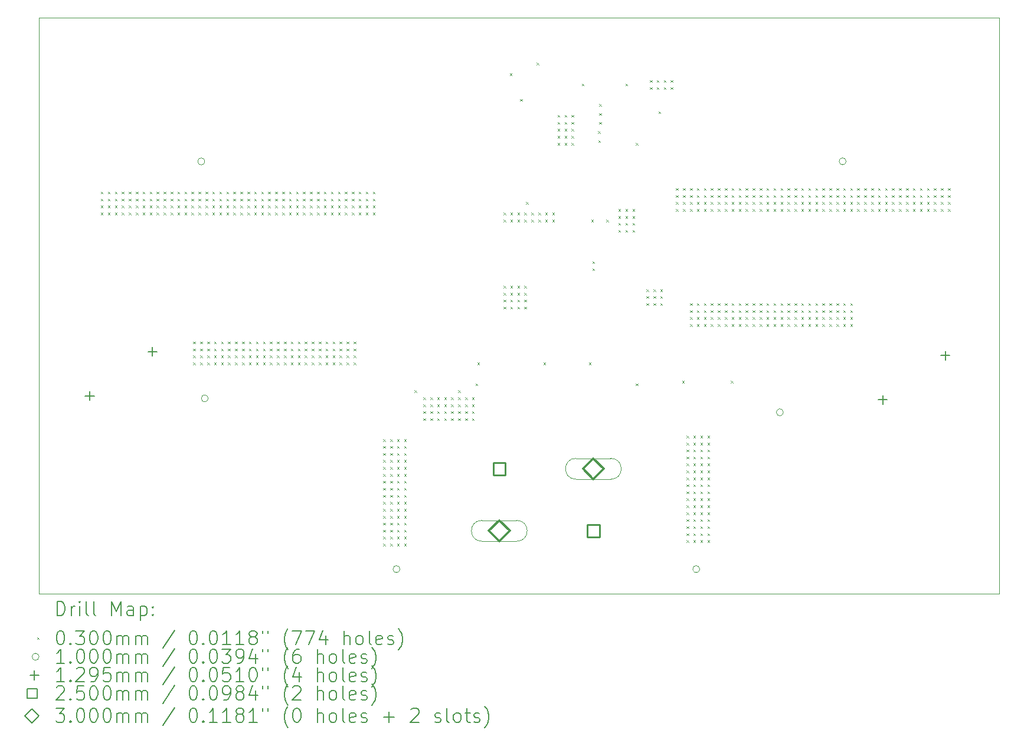
<source format=gbr>
%TF.GenerationSoftware,KiCad,Pcbnew,8.0.7*%
%TF.CreationDate,2025-01-13T19:37:49-08:00*%
%TF.ProjectId,DCDCv2,44434443-7632-42e6-9b69-6361645f7063,rev?*%
%TF.SameCoordinates,Original*%
%TF.FileFunction,Drillmap*%
%TF.FilePolarity,Positive*%
%FSLAX45Y45*%
G04 Gerber Fmt 4.5, Leading zero omitted, Abs format (unit mm)*
G04 Created by KiCad (PCBNEW 8.0.7) date 2025-01-13 19:37:49*
%MOMM*%
%LPD*%
G01*
G04 APERTURE LIST*
%ADD10C,0.050000*%
%ADD11C,0.200000*%
%ADD12C,0.100000*%
%ADD13C,0.129540*%
%ADD14C,0.250000*%
%ADD15C,0.300000*%
G04 APERTURE END LIST*
D10*
X1825000Y-2540000D02*
X15600000Y-2540000D01*
X15600000Y-10800000D01*
X1825000Y-10800000D01*
X1825000Y-2540000D01*
D11*
D12*
X2710000Y-5035000D02*
X2740000Y-5065000D01*
X2740000Y-5035000D02*
X2710000Y-5065000D01*
X2710000Y-5135000D02*
X2740000Y-5165000D01*
X2740000Y-5135000D02*
X2710000Y-5165000D01*
X2710000Y-5235000D02*
X2740000Y-5265000D01*
X2740000Y-5235000D02*
X2710000Y-5265000D01*
X2710000Y-5335000D02*
X2740000Y-5365000D01*
X2740000Y-5335000D02*
X2710000Y-5365000D01*
X2810000Y-5035000D02*
X2840000Y-5065000D01*
X2840000Y-5035000D02*
X2810000Y-5065000D01*
X2810000Y-5135000D02*
X2840000Y-5165000D01*
X2840000Y-5135000D02*
X2810000Y-5165000D01*
X2810000Y-5235000D02*
X2840000Y-5265000D01*
X2840000Y-5235000D02*
X2810000Y-5265000D01*
X2810000Y-5335000D02*
X2840000Y-5365000D01*
X2840000Y-5335000D02*
X2810000Y-5365000D01*
X2910000Y-5035000D02*
X2940000Y-5065000D01*
X2940000Y-5035000D02*
X2910000Y-5065000D01*
X2910000Y-5135000D02*
X2940000Y-5165000D01*
X2940000Y-5135000D02*
X2910000Y-5165000D01*
X2910000Y-5235000D02*
X2940000Y-5265000D01*
X2940000Y-5235000D02*
X2910000Y-5265000D01*
X2910000Y-5335000D02*
X2940000Y-5365000D01*
X2940000Y-5335000D02*
X2910000Y-5365000D01*
X3010000Y-5035000D02*
X3040000Y-5065000D01*
X3040000Y-5035000D02*
X3010000Y-5065000D01*
X3010000Y-5135000D02*
X3040000Y-5165000D01*
X3040000Y-5135000D02*
X3010000Y-5165000D01*
X3010000Y-5235000D02*
X3040000Y-5265000D01*
X3040000Y-5235000D02*
X3010000Y-5265000D01*
X3010000Y-5335000D02*
X3040000Y-5365000D01*
X3040000Y-5335000D02*
X3010000Y-5365000D01*
X3110000Y-5035000D02*
X3140000Y-5065000D01*
X3140000Y-5035000D02*
X3110000Y-5065000D01*
X3110000Y-5135000D02*
X3140000Y-5165000D01*
X3140000Y-5135000D02*
X3110000Y-5165000D01*
X3110000Y-5235000D02*
X3140000Y-5265000D01*
X3140000Y-5235000D02*
X3110000Y-5265000D01*
X3110000Y-5335000D02*
X3140000Y-5365000D01*
X3140000Y-5335000D02*
X3110000Y-5365000D01*
X3210000Y-5035000D02*
X3240000Y-5065000D01*
X3240000Y-5035000D02*
X3210000Y-5065000D01*
X3210000Y-5135000D02*
X3240000Y-5165000D01*
X3240000Y-5135000D02*
X3210000Y-5165000D01*
X3210000Y-5235000D02*
X3240000Y-5265000D01*
X3240000Y-5235000D02*
X3210000Y-5265000D01*
X3210000Y-5335000D02*
X3240000Y-5365000D01*
X3240000Y-5335000D02*
X3210000Y-5365000D01*
X3310000Y-5035000D02*
X3340000Y-5065000D01*
X3340000Y-5035000D02*
X3310000Y-5065000D01*
X3310000Y-5135000D02*
X3340000Y-5165000D01*
X3340000Y-5135000D02*
X3310000Y-5165000D01*
X3310000Y-5235000D02*
X3340000Y-5265000D01*
X3340000Y-5235000D02*
X3310000Y-5265000D01*
X3310000Y-5335000D02*
X3340000Y-5365000D01*
X3340000Y-5335000D02*
X3310000Y-5365000D01*
X3410000Y-5035000D02*
X3440000Y-5065000D01*
X3440000Y-5035000D02*
X3410000Y-5065000D01*
X3410000Y-5135000D02*
X3440000Y-5165000D01*
X3440000Y-5135000D02*
X3410000Y-5165000D01*
X3410000Y-5235000D02*
X3440000Y-5265000D01*
X3440000Y-5235000D02*
X3410000Y-5265000D01*
X3410000Y-5335000D02*
X3440000Y-5365000D01*
X3440000Y-5335000D02*
X3410000Y-5365000D01*
X3510000Y-5035000D02*
X3540000Y-5065000D01*
X3540000Y-5035000D02*
X3510000Y-5065000D01*
X3510000Y-5135000D02*
X3540000Y-5165000D01*
X3540000Y-5135000D02*
X3510000Y-5165000D01*
X3510000Y-5235000D02*
X3540000Y-5265000D01*
X3540000Y-5235000D02*
X3510000Y-5265000D01*
X3510000Y-5335000D02*
X3540000Y-5365000D01*
X3540000Y-5335000D02*
X3510000Y-5365000D01*
X3610000Y-5035000D02*
X3640000Y-5065000D01*
X3640000Y-5035000D02*
X3610000Y-5065000D01*
X3610000Y-5135000D02*
X3640000Y-5165000D01*
X3640000Y-5135000D02*
X3610000Y-5165000D01*
X3610000Y-5235000D02*
X3640000Y-5265000D01*
X3640000Y-5235000D02*
X3610000Y-5265000D01*
X3610000Y-5335000D02*
X3640000Y-5365000D01*
X3640000Y-5335000D02*
X3610000Y-5365000D01*
X3710000Y-5035000D02*
X3740000Y-5065000D01*
X3740000Y-5035000D02*
X3710000Y-5065000D01*
X3710000Y-5135000D02*
X3740000Y-5165000D01*
X3740000Y-5135000D02*
X3710000Y-5165000D01*
X3710000Y-5235000D02*
X3740000Y-5265000D01*
X3740000Y-5235000D02*
X3710000Y-5265000D01*
X3710000Y-5335000D02*
X3740000Y-5365000D01*
X3740000Y-5335000D02*
X3710000Y-5365000D01*
X3810000Y-5035000D02*
X3840000Y-5065000D01*
X3840000Y-5035000D02*
X3810000Y-5065000D01*
X3810000Y-5135000D02*
X3840000Y-5165000D01*
X3840000Y-5135000D02*
X3810000Y-5165000D01*
X3810000Y-5235000D02*
X3840000Y-5265000D01*
X3840000Y-5235000D02*
X3810000Y-5265000D01*
X3810000Y-5335000D02*
X3840000Y-5365000D01*
X3840000Y-5335000D02*
X3810000Y-5365000D01*
X3910000Y-5035000D02*
X3940000Y-5065000D01*
X3940000Y-5035000D02*
X3910000Y-5065000D01*
X3910000Y-5135000D02*
X3940000Y-5165000D01*
X3940000Y-5135000D02*
X3910000Y-5165000D01*
X3910000Y-5235000D02*
X3940000Y-5265000D01*
X3940000Y-5235000D02*
X3910000Y-5265000D01*
X3910000Y-5335000D02*
X3940000Y-5365000D01*
X3940000Y-5335000D02*
X3910000Y-5365000D01*
X4010000Y-5035000D02*
X4040000Y-5065000D01*
X4040000Y-5035000D02*
X4010000Y-5065000D01*
X4010000Y-5135000D02*
X4040000Y-5165000D01*
X4040000Y-5135000D02*
X4010000Y-5165000D01*
X4010000Y-5235000D02*
X4040000Y-5265000D01*
X4040000Y-5235000D02*
X4010000Y-5265000D01*
X4010000Y-5335000D02*
X4040000Y-5365000D01*
X4040000Y-5335000D02*
X4010000Y-5365000D01*
X4035000Y-7185000D02*
X4065000Y-7215000D01*
X4065000Y-7185000D02*
X4035000Y-7215000D01*
X4035000Y-7285000D02*
X4065000Y-7315000D01*
X4065000Y-7285000D02*
X4035000Y-7315000D01*
X4035000Y-7385000D02*
X4065000Y-7415000D01*
X4065000Y-7385000D02*
X4035000Y-7415000D01*
X4035000Y-7485000D02*
X4065000Y-7515000D01*
X4065000Y-7485000D02*
X4035000Y-7515000D01*
X4110000Y-5035000D02*
X4140000Y-5065000D01*
X4140000Y-5035000D02*
X4110000Y-5065000D01*
X4110000Y-5135000D02*
X4140000Y-5165000D01*
X4140000Y-5135000D02*
X4110000Y-5165000D01*
X4110000Y-5235000D02*
X4140000Y-5265000D01*
X4140000Y-5235000D02*
X4110000Y-5265000D01*
X4110000Y-5335000D02*
X4140000Y-5365000D01*
X4140000Y-5335000D02*
X4110000Y-5365000D01*
X4135000Y-7185000D02*
X4165000Y-7215000D01*
X4165000Y-7185000D02*
X4135000Y-7215000D01*
X4135000Y-7285000D02*
X4165000Y-7315000D01*
X4165000Y-7285000D02*
X4135000Y-7315000D01*
X4135000Y-7385000D02*
X4165000Y-7415000D01*
X4165000Y-7385000D02*
X4135000Y-7415000D01*
X4135000Y-7485000D02*
X4165000Y-7515000D01*
X4165000Y-7485000D02*
X4135000Y-7515000D01*
X4210000Y-5035000D02*
X4240000Y-5065000D01*
X4240000Y-5035000D02*
X4210000Y-5065000D01*
X4210000Y-5135000D02*
X4240000Y-5165000D01*
X4240000Y-5135000D02*
X4210000Y-5165000D01*
X4210000Y-5235000D02*
X4240000Y-5265000D01*
X4240000Y-5235000D02*
X4210000Y-5265000D01*
X4210000Y-5335000D02*
X4240000Y-5365000D01*
X4240000Y-5335000D02*
X4210000Y-5365000D01*
X4235000Y-7185000D02*
X4265000Y-7215000D01*
X4265000Y-7185000D02*
X4235000Y-7215000D01*
X4235000Y-7285000D02*
X4265000Y-7315000D01*
X4265000Y-7285000D02*
X4235000Y-7315000D01*
X4235000Y-7385000D02*
X4265000Y-7415000D01*
X4265000Y-7385000D02*
X4235000Y-7415000D01*
X4235000Y-7485000D02*
X4265000Y-7515000D01*
X4265000Y-7485000D02*
X4235000Y-7515000D01*
X4310000Y-5035000D02*
X4340000Y-5065000D01*
X4340000Y-5035000D02*
X4310000Y-5065000D01*
X4310000Y-5135000D02*
X4340000Y-5165000D01*
X4340000Y-5135000D02*
X4310000Y-5165000D01*
X4310000Y-5235000D02*
X4340000Y-5265000D01*
X4340000Y-5235000D02*
X4310000Y-5265000D01*
X4310000Y-5335000D02*
X4340000Y-5365000D01*
X4340000Y-5335000D02*
X4310000Y-5365000D01*
X4335000Y-7185000D02*
X4365000Y-7215000D01*
X4365000Y-7185000D02*
X4335000Y-7215000D01*
X4335000Y-7285000D02*
X4365000Y-7315000D01*
X4365000Y-7285000D02*
X4335000Y-7315000D01*
X4335000Y-7385000D02*
X4365000Y-7415000D01*
X4365000Y-7385000D02*
X4335000Y-7415000D01*
X4335000Y-7485000D02*
X4365000Y-7515000D01*
X4365000Y-7485000D02*
X4335000Y-7515000D01*
X4410000Y-5035000D02*
X4440000Y-5065000D01*
X4440000Y-5035000D02*
X4410000Y-5065000D01*
X4410000Y-5135000D02*
X4440000Y-5165000D01*
X4440000Y-5135000D02*
X4410000Y-5165000D01*
X4410000Y-5235000D02*
X4440000Y-5265000D01*
X4440000Y-5235000D02*
X4410000Y-5265000D01*
X4410000Y-5335000D02*
X4440000Y-5365000D01*
X4440000Y-5335000D02*
X4410000Y-5365000D01*
X4435000Y-7185000D02*
X4465000Y-7215000D01*
X4465000Y-7185000D02*
X4435000Y-7215000D01*
X4435000Y-7285000D02*
X4465000Y-7315000D01*
X4465000Y-7285000D02*
X4435000Y-7315000D01*
X4435000Y-7385000D02*
X4465000Y-7415000D01*
X4465000Y-7385000D02*
X4435000Y-7415000D01*
X4435000Y-7485000D02*
X4465000Y-7515000D01*
X4465000Y-7485000D02*
X4435000Y-7515000D01*
X4510000Y-5035000D02*
X4540000Y-5065000D01*
X4540000Y-5035000D02*
X4510000Y-5065000D01*
X4510000Y-5135000D02*
X4540000Y-5165000D01*
X4540000Y-5135000D02*
X4510000Y-5165000D01*
X4510000Y-5235000D02*
X4540000Y-5265000D01*
X4540000Y-5235000D02*
X4510000Y-5265000D01*
X4510000Y-5335000D02*
X4540000Y-5365000D01*
X4540000Y-5335000D02*
X4510000Y-5365000D01*
X4535000Y-7185000D02*
X4565000Y-7215000D01*
X4565000Y-7185000D02*
X4535000Y-7215000D01*
X4535000Y-7285000D02*
X4565000Y-7315000D01*
X4565000Y-7285000D02*
X4535000Y-7315000D01*
X4535000Y-7385000D02*
X4565000Y-7415000D01*
X4565000Y-7385000D02*
X4535000Y-7415000D01*
X4535000Y-7485000D02*
X4565000Y-7515000D01*
X4565000Y-7485000D02*
X4535000Y-7515000D01*
X4610000Y-5035000D02*
X4640000Y-5065000D01*
X4640000Y-5035000D02*
X4610000Y-5065000D01*
X4610000Y-5135000D02*
X4640000Y-5165000D01*
X4640000Y-5135000D02*
X4610000Y-5165000D01*
X4610000Y-5235000D02*
X4640000Y-5265000D01*
X4640000Y-5235000D02*
X4610000Y-5265000D01*
X4610000Y-5335000D02*
X4640000Y-5365000D01*
X4640000Y-5335000D02*
X4610000Y-5365000D01*
X4635000Y-7185000D02*
X4665000Y-7215000D01*
X4665000Y-7185000D02*
X4635000Y-7215000D01*
X4635000Y-7285000D02*
X4665000Y-7315000D01*
X4665000Y-7285000D02*
X4635000Y-7315000D01*
X4635000Y-7385000D02*
X4665000Y-7415000D01*
X4665000Y-7385000D02*
X4635000Y-7415000D01*
X4635000Y-7485000D02*
X4665000Y-7515000D01*
X4665000Y-7485000D02*
X4635000Y-7515000D01*
X4710000Y-5035000D02*
X4740000Y-5065000D01*
X4740000Y-5035000D02*
X4710000Y-5065000D01*
X4710000Y-5135000D02*
X4740000Y-5165000D01*
X4740000Y-5135000D02*
X4710000Y-5165000D01*
X4710000Y-5235000D02*
X4740000Y-5265000D01*
X4740000Y-5235000D02*
X4710000Y-5265000D01*
X4710000Y-5335000D02*
X4740000Y-5365000D01*
X4740000Y-5335000D02*
X4710000Y-5365000D01*
X4735000Y-7185000D02*
X4765000Y-7215000D01*
X4765000Y-7185000D02*
X4735000Y-7215000D01*
X4735000Y-7285000D02*
X4765000Y-7315000D01*
X4765000Y-7285000D02*
X4735000Y-7315000D01*
X4735000Y-7385000D02*
X4765000Y-7415000D01*
X4765000Y-7385000D02*
X4735000Y-7415000D01*
X4735000Y-7485000D02*
X4765000Y-7515000D01*
X4765000Y-7485000D02*
X4735000Y-7515000D01*
X4810000Y-5035000D02*
X4840000Y-5065000D01*
X4840000Y-5035000D02*
X4810000Y-5065000D01*
X4810000Y-5135000D02*
X4840000Y-5165000D01*
X4840000Y-5135000D02*
X4810000Y-5165000D01*
X4810000Y-5235000D02*
X4840000Y-5265000D01*
X4840000Y-5235000D02*
X4810000Y-5265000D01*
X4810000Y-5335000D02*
X4840000Y-5365000D01*
X4840000Y-5335000D02*
X4810000Y-5365000D01*
X4835000Y-7185000D02*
X4865000Y-7215000D01*
X4865000Y-7185000D02*
X4835000Y-7215000D01*
X4835000Y-7285000D02*
X4865000Y-7315000D01*
X4865000Y-7285000D02*
X4835000Y-7315000D01*
X4835000Y-7385000D02*
X4865000Y-7415000D01*
X4865000Y-7385000D02*
X4835000Y-7415000D01*
X4835000Y-7485000D02*
X4865000Y-7515000D01*
X4865000Y-7485000D02*
X4835000Y-7515000D01*
X4910000Y-5035000D02*
X4940000Y-5065000D01*
X4940000Y-5035000D02*
X4910000Y-5065000D01*
X4910000Y-5135000D02*
X4940000Y-5165000D01*
X4940000Y-5135000D02*
X4910000Y-5165000D01*
X4910000Y-5235000D02*
X4940000Y-5265000D01*
X4940000Y-5235000D02*
X4910000Y-5265000D01*
X4910000Y-5335000D02*
X4940000Y-5365000D01*
X4940000Y-5335000D02*
X4910000Y-5365000D01*
X4935000Y-7185000D02*
X4965000Y-7215000D01*
X4965000Y-7185000D02*
X4935000Y-7215000D01*
X4935000Y-7285000D02*
X4965000Y-7315000D01*
X4965000Y-7285000D02*
X4935000Y-7315000D01*
X4935000Y-7385000D02*
X4965000Y-7415000D01*
X4965000Y-7385000D02*
X4935000Y-7415000D01*
X4935000Y-7485000D02*
X4965000Y-7515000D01*
X4965000Y-7485000D02*
X4935000Y-7515000D01*
X5010000Y-5035000D02*
X5040000Y-5065000D01*
X5040000Y-5035000D02*
X5010000Y-5065000D01*
X5010000Y-5135000D02*
X5040000Y-5165000D01*
X5040000Y-5135000D02*
X5010000Y-5165000D01*
X5010000Y-5235000D02*
X5040000Y-5265000D01*
X5040000Y-5235000D02*
X5010000Y-5265000D01*
X5010000Y-5335000D02*
X5040000Y-5365000D01*
X5040000Y-5335000D02*
X5010000Y-5365000D01*
X5035000Y-7185000D02*
X5065000Y-7215000D01*
X5065000Y-7185000D02*
X5035000Y-7215000D01*
X5035000Y-7285000D02*
X5065000Y-7315000D01*
X5065000Y-7285000D02*
X5035000Y-7315000D01*
X5035000Y-7385000D02*
X5065000Y-7415000D01*
X5065000Y-7385000D02*
X5035000Y-7415000D01*
X5035000Y-7485000D02*
X5065000Y-7515000D01*
X5065000Y-7485000D02*
X5035000Y-7515000D01*
X5110000Y-5035000D02*
X5140000Y-5065000D01*
X5140000Y-5035000D02*
X5110000Y-5065000D01*
X5110000Y-5135000D02*
X5140000Y-5165000D01*
X5140000Y-5135000D02*
X5110000Y-5165000D01*
X5110000Y-5235000D02*
X5140000Y-5265000D01*
X5140000Y-5235000D02*
X5110000Y-5265000D01*
X5110000Y-5335000D02*
X5140000Y-5365000D01*
X5140000Y-5335000D02*
X5110000Y-5365000D01*
X5135000Y-7185000D02*
X5165000Y-7215000D01*
X5165000Y-7185000D02*
X5135000Y-7215000D01*
X5135000Y-7285000D02*
X5165000Y-7315000D01*
X5165000Y-7285000D02*
X5135000Y-7315000D01*
X5135000Y-7385000D02*
X5165000Y-7415000D01*
X5165000Y-7385000D02*
X5135000Y-7415000D01*
X5135000Y-7485000D02*
X5165000Y-7515000D01*
X5165000Y-7485000D02*
X5135000Y-7515000D01*
X5210000Y-5035000D02*
X5240000Y-5065000D01*
X5240000Y-5035000D02*
X5210000Y-5065000D01*
X5210000Y-5135000D02*
X5240000Y-5165000D01*
X5240000Y-5135000D02*
X5210000Y-5165000D01*
X5210000Y-5235000D02*
X5240000Y-5265000D01*
X5240000Y-5235000D02*
X5210000Y-5265000D01*
X5210000Y-5335000D02*
X5240000Y-5365000D01*
X5240000Y-5335000D02*
X5210000Y-5365000D01*
X5235000Y-7185000D02*
X5265000Y-7215000D01*
X5265000Y-7185000D02*
X5235000Y-7215000D01*
X5235000Y-7285000D02*
X5265000Y-7315000D01*
X5265000Y-7285000D02*
X5235000Y-7315000D01*
X5235000Y-7385000D02*
X5265000Y-7415000D01*
X5265000Y-7385000D02*
X5235000Y-7415000D01*
X5235000Y-7485000D02*
X5265000Y-7515000D01*
X5265000Y-7485000D02*
X5235000Y-7515000D01*
X5310000Y-5035000D02*
X5340000Y-5065000D01*
X5340000Y-5035000D02*
X5310000Y-5065000D01*
X5310000Y-5135000D02*
X5340000Y-5165000D01*
X5340000Y-5135000D02*
X5310000Y-5165000D01*
X5310000Y-5235000D02*
X5340000Y-5265000D01*
X5340000Y-5235000D02*
X5310000Y-5265000D01*
X5310000Y-5335000D02*
X5340000Y-5365000D01*
X5340000Y-5335000D02*
X5310000Y-5365000D01*
X5335000Y-7185000D02*
X5365000Y-7215000D01*
X5365000Y-7185000D02*
X5335000Y-7215000D01*
X5335000Y-7285000D02*
X5365000Y-7315000D01*
X5365000Y-7285000D02*
X5335000Y-7315000D01*
X5335000Y-7385000D02*
X5365000Y-7415000D01*
X5365000Y-7385000D02*
X5335000Y-7415000D01*
X5335000Y-7485000D02*
X5365000Y-7515000D01*
X5365000Y-7485000D02*
X5335000Y-7515000D01*
X5410000Y-5035000D02*
X5440000Y-5065000D01*
X5440000Y-5035000D02*
X5410000Y-5065000D01*
X5410000Y-5135000D02*
X5440000Y-5165000D01*
X5440000Y-5135000D02*
X5410000Y-5165000D01*
X5410000Y-5235000D02*
X5440000Y-5265000D01*
X5440000Y-5235000D02*
X5410000Y-5265000D01*
X5410000Y-5335000D02*
X5440000Y-5365000D01*
X5440000Y-5335000D02*
X5410000Y-5365000D01*
X5435000Y-7185000D02*
X5465000Y-7215000D01*
X5465000Y-7185000D02*
X5435000Y-7215000D01*
X5435000Y-7285000D02*
X5465000Y-7315000D01*
X5465000Y-7285000D02*
X5435000Y-7315000D01*
X5435000Y-7385000D02*
X5465000Y-7415000D01*
X5465000Y-7385000D02*
X5435000Y-7415000D01*
X5435000Y-7485000D02*
X5465000Y-7515000D01*
X5465000Y-7485000D02*
X5435000Y-7515000D01*
X5510000Y-5035000D02*
X5540000Y-5065000D01*
X5540000Y-5035000D02*
X5510000Y-5065000D01*
X5510000Y-5135000D02*
X5540000Y-5165000D01*
X5540000Y-5135000D02*
X5510000Y-5165000D01*
X5510000Y-5235000D02*
X5540000Y-5265000D01*
X5540000Y-5235000D02*
X5510000Y-5265000D01*
X5510000Y-5335000D02*
X5540000Y-5365000D01*
X5540000Y-5335000D02*
X5510000Y-5365000D01*
X5535000Y-7185000D02*
X5565000Y-7215000D01*
X5565000Y-7185000D02*
X5535000Y-7215000D01*
X5535000Y-7285000D02*
X5565000Y-7315000D01*
X5565000Y-7285000D02*
X5535000Y-7315000D01*
X5535000Y-7385000D02*
X5565000Y-7415000D01*
X5565000Y-7385000D02*
X5535000Y-7415000D01*
X5535000Y-7485000D02*
X5565000Y-7515000D01*
X5565000Y-7485000D02*
X5535000Y-7515000D01*
X5610000Y-5035000D02*
X5640000Y-5065000D01*
X5640000Y-5035000D02*
X5610000Y-5065000D01*
X5610000Y-5135000D02*
X5640000Y-5165000D01*
X5640000Y-5135000D02*
X5610000Y-5165000D01*
X5610000Y-5235000D02*
X5640000Y-5265000D01*
X5640000Y-5235000D02*
X5610000Y-5265000D01*
X5610000Y-5335000D02*
X5640000Y-5365000D01*
X5640000Y-5335000D02*
X5610000Y-5365000D01*
X5635000Y-7185000D02*
X5665000Y-7215000D01*
X5665000Y-7185000D02*
X5635000Y-7215000D01*
X5635000Y-7285000D02*
X5665000Y-7315000D01*
X5665000Y-7285000D02*
X5635000Y-7315000D01*
X5635000Y-7385000D02*
X5665000Y-7415000D01*
X5665000Y-7385000D02*
X5635000Y-7415000D01*
X5635000Y-7485000D02*
X5665000Y-7515000D01*
X5665000Y-7485000D02*
X5635000Y-7515000D01*
X5710000Y-5035000D02*
X5740000Y-5065000D01*
X5740000Y-5035000D02*
X5710000Y-5065000D01*
X5710000Y-5135000D02*
X5740000Y-5165000D01*
X5740000Y-5135000D02*
X5710000Y-5165000D01*
X5710000Y-5235000D02*
X5740000Y-5265000D01*
X5740000Y-5235000D02*
X5710000Y-5265000D01*
X5710000Y-5335000D02*
X5740000Y-5365000D01*
X5740000Y-5335000D02*
X5710000Y-5365000D01*
X5735000Y-7185000D02*
X5765000Y-7215000D01*
X5765000Y-7185000D02*
X5735000Y-7215000D01*
X5735000Y-7285000D02*
X5765000Y-7315000D01*
X5765000Y-7285000D02*
X5735000Y-7315000D01*
X5735000Y-7385000D02*
X5765000Y-7415000D01*
X5765000Y-7385000D02*
X5735000Y-7415000D01*
X5735000Y-7485000D02*
X5765000Y-7515000D01*
X5765000Y-7485000D02*
X5735000Y-7515000D01*
X5810000Y-5035000D02*
X5840000Y-5065000D01*
X5840000Y-5035000D02*
X5810000Y-5065000D01*
X5810000Y-5135000D02*
X5840000Y-5165000D01*
X5840000Y-5135000D02*
X5810000Y-5165000D01*
X5810000Y-5235000D02*
X5840000Y-5265000D01*
X5840000Y-5235000D02*
X5810000Y-5265000D01*
X5810000Y-5335000D02*
X5840000Y-5365000D01*
X5840000Y-5335000D02*
X5810000Y-5365000D01*
X5835000Y-7185000D02*
X5865000Y-7215000D01*
X5865000Y-7185000D02*
X5835000Y-7215000D01*
X5835000Y-7285000D02*
X5865000Y-7315000D01*
X5865000Y-7285000D02*
X5835000Y-7315000D01*
X5835000Y-7385000D02*
X5865000Y-7415000D01*
X5865000Y-7385000D02*
X5835000Y-7415000D01*
X5835000Y-7485000D02*
X5865000Y-7515000D01*
X5865000Y-7485000D02*
X5835000Y-7515000D01*
X5910000Y-5035000D02*
X5940000Y-5065000D01*
X5940000Y-5035000D02*
X5910000Y-5065000D01*
X5910000Y-5135000D02*
X5940000Y-5165000D01*
X5940000Y-5135000D02*
X5910000Y-5165000D01*
X5910000Y-5235000D02*
X5940000Y-5265000D01*
X5940000Y-5235000D02*
X5910000Y-5265000D01*
X5910000Y-5335000D02*
X5940000Y-5365000D01*
X5940000Y-5335000D02*
X5910000Y-5365000D01*
X5935000Y-7185000D02*
X5965000Y-7215000D01*
X5965000Y-7185000D02*
X5935000Y-7215000D01*
X5935000Y-7285000D02*
X5965000Y-7315000D01*
X5965000Y-7285000D02*
X5935000Y-7315000D01*
X5935000Y-7385000D02*
X5965000Y-7415000D01*
X5965000Y-7385000D02*
X5935000Y-7415000D01*
X5935000Y-7485000D02*
X5965000Y-7515000D01*
X5965000Y-7485000D02*
X5935000Y-7515000D01*
X6010000Y-5035000D02*
X6040000Y-5065000D01*
X6040000Y-5035000D02*
X6010000Y-5065000D01*
X6010000Y-5135000D02*
X6040000Y-5165000D01*
X6040000Y-5135000D02*
X6010000Y-5165000D01*
X6010000Y-5235000D02*
X6040000Y-5265000D01*
X6040000Y-5235000D02*
X6010000Y-5265000D01*
X6010000Y-5335000D02*
X6040000Y-5365000D01*
X6040000Y-5335000D02*
X6010000Y-5365000D01*
X6035000Y-7185000D02*
X6065000Y-7215000D01*
X6065000Y-7185000D02*
X6035000Y-7215000D01*
X6035000Y-7285000D02*
X6065000Y-7315000D01*
X6065000Y-7285000D02*
X6035000Y-7315000D01*
X6035000Y-7385000D02*
X6065000Y-7415000D01*
X6065000Y-7385000D02*
X6035000Y-7415000D01*
X6035000Y-7485000D02*
X6065000Y-7515000D01*
X6065000Y-7485000D02*
X6035000Y-7515000D01*
X6110000Y-5035000D02*
X6140000Y-5065000D01*
X6140000Y-5035000D02*
X6110000Y-5065000D01*
X6110000Y-5135000D02*
X6140000Y-5165000D01*
X6140000Y-5135000D02*
X6110000Y-5165000D01*
X6110000Y-5235000D02*
X6140000Y-5265000D01*
X6140000Y-5235000D02*
X6110000Y-5265000D01*
X6110000Y-5335000D02*
X6140000Y-5365000D01*
X6140000Y-5335000D02*
X6110000Y-5365000D01*
X6135000Y-7185000D02*
X6165000Y-7215000D01*
X6165000Y-7185000D02*
X6135000Y-7215000D01*
X6135000Y-7285000D02*
X6165000Y-7315000D01*
X6165000Y-7285000D02*
X6135000Y-7315000D01*
X6135000Y-7385000D02*
X6165000Y-7415000D01*
X6165000Y-7385000D02*
X6135000Y-7415000D01*
X6135000Y-7485000D02*
X6165000Y-7515000D01*
X6165000Y-7485000D02*
X6135000Y-7515000D01*
X6210000Y-5035000D02*
X6240000Y-5065000D01*
X6240000Y-5035000D02*
X6210000Y-5065000D01*
X6210000Y-5135000D02*
X6240000Y-5165000D01*
X6240000Y-5135000D02*
X6210000Y-5165000D01*
X6210000Y-5235000D02*
X6240000Y-5265000D01*
X6240000Y-5235000D02*
X6210000Y-5265000D01*
X6210000Y-5335000D02*
X6240000Y-5365000D01*
X6240000Y-5335000D02*
X6210000Y-5365000D01*
X6235000Y-7185000D02*
X6265000Y-7215000D01*
X6265000Y-7185000D02*
X6235000Y-7215000D01*
X6235000Y-7285000D02*
X6265000Y-7315000D01*
X6265000Y-7285000D02*
X6235000Y-7315000D01*
X6235000Y-7385000D02*
X6265000Y-7415000D01*
X6265000Y-7385000D02*
X6235000Y-7415000D01*
X6235000Y-7485000D02*
X6265000Y-7515000D01*
X6265000Y-7485000D02*
X6235000Y-7515000D01*
X6310000Y-5035000D02*
X6340000Y-5065000D01*
X6340000Y-5035000D02*
X6310000Y-5065000D01*
X6310000Y-5135000D02*
X6340000Y-5165000D01*
X6340000Y-5135000D02*
X6310000Y-5165000D01*
X6310000Y-5235000D02*
X6340000Y-5265000D01*
X6340000Y-5235000D02*
X6310000Y-5265000D01*
X6310000Y-5335000D02*
X6340000Y-5365000D01*
X6340000Y-5335000D02*
X6310000Y-5365000D01*
X6335000Y-7185000D02*
X6365000Y-7215000D01*
X6365000Y-7185000D02*
X6335000Y-7215000D01*
X6335000Y-7285000D02*
X6365000Y-7315000D01*
X6365000Y-7285000D02*
X6335000Y-7315000D01*
X6335000Y-7385000D02*
X6365000Y-7415000D01*
X6365000Y-7385000D02*
X6335000Y-7415000D01*
X6335000Y-7485000D02*
X6365000Y-7515000D01*
X6365000Y-7485000D02*
X6335000Y-7515000D01*
X6410000Y-5035000D02*
X6440000Y-5065000D01*
X6440000Y-5035000D02*
X6410000Y-5065000D01*
X6410000Y-5135000D02*
X6440000Y-5165000D01*
X6440000Y-5135000D02*
X6410000Y-5165000D01*
X6410000Y-5235000D02*
X6440000Y-5265000D01*
X6440000Y-5235000D02*
X6410000Y-5265000D01*
X6410000Y-5335000D02*
X6440000Y-5365000D01*
X6440000Y-5335000D02*
X6410000Y-5365000D01*
X6510000Y-5035000D02*
X6540000Y-5065000D01*
X6540000Y-5035000D02*
X6510000Y-5065000D01*
X6510000Y-5135000D02*
X6540000Y-5165000D01*
X6540000Y-5135000D02*
X6510000Y-5165000D01*
X6510000Y-5235000D02*
X6540000Y-5265000D01*
X6540000Y-5235000D02*
X6510000Y-5265000D01*
X6510000Y-5335000D02*
X6540000Y-5365000D01*
X6540000Y-5335000D02*
X6510000Y-5365000D01*
X6610000Y-5035000D02*
X6640000Y-5065000D01*
X6640000Y-5035000D02*
X6610000Y-5065000D01*
X6610000Y-5135000D02*
X6640000Y-5165000D01*
X6640000Y-5135000D02*
X6610000Y-5165000D01*
X6610000Y-5235000D02*
X6640000Y-5265000D01*
X6640000Y-5235000D02*
X6610000Y-5265000D01*
X6610000Y-5335000D02*
X6640000Y-5365000D01*
X6640000Y-5335000D02*
X6610000Y-5365000D01*
X6760000Y-8585000D02*
X6790000Y-8615000D01*
X6790000Y-8585000D02*
X6760000Y-8615000D01*
X6760000Y-8685000D02*
X6790000Y-8715000D01*
X6790000Y-8685000D02*
X6760000Y-8715000D01*
X6760000Y-8785000D02*
X6790000Y-8815000D01*
X6790000Y-8785000D02*
X6760000Y-8815000D01*
X6760000Y-8885000D02*
X6790000Y-8915000D01*
X6790000Y-8885000D02*
X6760000Y-8915000D01*
X6760000Y-8985000D02*
X6790000Y-9015000D01*
X6790000Y-8985000D02*
X6760000Y-9015000D01*
X6760000Y-9085000D02*
X6790000Y-9115000D01*
X6790000Y-9085000D02*
X6760000Y-9115000D01*
X6760000Y-9185000D02*
X6790000Y-9215000D01*
X6790000Y-9185000D02*
X6760000Y-9215000D01*
X6760000Y-9285000D02*
X6790000Y-9315000D01*
X6790000Y-9285000D02*
X6760000Y-9315000D01*
X6760000Y-9385000D02*
X6790000Y-9415000D01*
X6790000Y-9385000D02*
X6760000Y-9415000D01*
X6760000Y-9485000D02*
X6790000Y-9515000D01*
X6790000Y-9485000D02*
X6760000Y-9515000D01*
X6760000Y-9585000D02*
X6790000Y-9615000D01*
X6790000Y-9585000D02*
X6760000Y-9615000D01*
X6760000Y-9685000D02*
X6790000Y-9715000D01*
X6790000Y-9685000D02*
X6760000Y-9715000D01*
X6760000Y-9785000D02*
X6790000Y-9815000D01*
X6790000Y-9785000D02*
X6760000Y-9815000D01*
X6760000Y-9885000D02*
X6790000Y-9915000D01*
X6790000Y-9885000D02*
X6760000Y-9915000D01*
X6760000Y-9985000D02*
X6790000Y-10015000D01*
X6790000Y-9985000D02*
X6760000Y-10015000D01*
X6760000Y-10085000D02*
X6790000Y-10115000D01*
X6790000Y-10085000D02*
X6760000Y-10115000D01*
X6860000Y-8585000D02*
X6890000Y-8615000D01*
X6890000Y-8585000D02*
X6860000Y-8615000D01*
X6860000Y-8685000D02*
X6890000Y-8715000D01*
X6890000Y-8685000D02*
X6860000Y-8715000D01*
X6860000Y-8785000D02*
X6890000Y-8815000D01*
X6890000Y-8785000D02*
X6860000Y-8815000D01*
X6860000Y-8885000D02*
X6890000Y-8915000D01*
X6890000Y-8885000D02*
X6860000Y-8915000D01*
X6860000Y-8985000D02*
X6890000Y-9015000D01*
X6890000Y-8985000D02*
X6860000Y-9015000D01*
X6860000Y-9085000D02*
X6890000Y-9115000D01*
X6890000Y-9085000D02*
X6860000Y-9115000D01*
X6860000Y-9185000D02*
X6890000Y-9215000D01*
X6890000Y-9185000D02*
X6860000Y-9215000D01*
X6860000Y-9285000D02*
X6890000Y-9315000D01*
X6890000Y-9285000D02*
X6860000Y-9315000D01*
X6860000Y-9385000D02*
X6890000Y-9415000D01*
X6890000Y-9385000D02*
X6860000Y-9415000D01*
X6860000Y-9485000D02*
X6890000Y-9515000D01*
X6890000Y-9485000D02*
X6860000Y-9515000D01*
X6860000Y-9585000D02*
X6890000Y-9615000D01*
X6890000Y-9585000D02*
X6860000Y-9615000D01*
X6860000Y-9685000D02*
X6890000Y-9715000D01*
X6890000Y-9685000D02*
X6860000Y-9715000D01*
X6860000Y-9785000D02*
X6890000Y-9815000D01*
X6890000Y-9785000D02*
X6860000Y-9815000D01*
X6860000Y-9885000D02*
X6890000Y-9915000D01*
X6890000Y-9885000D02*
X6860000Y-9915000D01*
X6860000Y-9985000D02*
X6890000Y-10015000D01*
X6890000Y-9985000D02*
X6860000Y-10015000D01*
X6860000Y-10085000D02*
X6890000Y-10115000D01*
X6890000Y-10085000D02*
X6860000Y-10115000D01*
X6960000Y-8585000D02*
X6990000Y-8615000D01*
X6990000Y-8585000D02*
X6960000Y-8615000D01*
X6960000Y-8685000D02*
X6990000Y-8715000D01*
X6990000Y-8685000D02*
X6960000Y-8715000D01*
X6960000Y-8785000D02*
X6990000Y-8815000D01*
X6990000Y-8785000D02*
X6960000Y-8815000D01*
X6960000Y-8885000D02*
X6990000Y-8915000D01*
X6990000Y-8885000D02*
X6960000Y-8915000D01*
X6960000Y-8985000D02*
X6990000Y-9015000D01*
X6990000Y-8985000D02*
X6960000Y-9015000D01*
X6960000Y-9085000D02*
X6990000Y-9115000D01*
X6990000Y-9085000D02*
X6960000Y-9115000D01*
X6960000Y-9185000D02*
X6990000Y-9215000D01*
X6990000Y-9185000D02*
X6960000Y-9215000D01*
X6960000Y-9285000D02*
X6990000Y-9315000D01*
X6990000Y-9285000D02*
X6960000Y-9315000D01*
X6960000Y-9385000D02*
X6990000Y-9415000D01*
X6990000Y-9385000D02*
X6960000Y-9415000D01*
X6960000Y-9485000D02*
X6990000Y-9515000D01*
X6990000Y-9485000D02*
X6960000Y-9515000D01*
X6960000Y-9585000D02*
X6990000Y-9615000D01*
X6990000Y-9585000D02*
X6960000Y-9615000D01*
X6960000Y-9685000D02*
X6990000Y-9715000D01*
X6990000Y-9685000D02*
X6960000Y-9715000D01*
X6960000Y-9785000D02*
X6990000Y-9815000D01*
X6990000Y-9785000D02*
X6960000Y-9815000D01*
X6960000Y-9885000D02*
X6990000Y-9915000D01*
X6990000Y-9885000D02*
X6960000Y-9915000D01*
X6960000Y-9985000D02*
X6990000Y-10015000D01*
X6990000Y-9985000D02*
X6960000Y-10015000D01*
X6960000Y-10085000D02*
X6990000Y-10115000D01*
X6990000Y-10085000D02*
X6960000Y-10115000D01*
X7060000Y-8585000D02*
X7090000Y-8615000D01*
X7090000Y-8585000D02*
X7060000Y-8615000D01*
X7060000Y-8685000D02*
X7090000Y-8715000D01*
X7090000Y-8685000D02*
X7060000Y-8715000D01*
X7060000Y-8785000D02*
X7090000Y-8815000D01*
X7090000Y-8785000D02*
X7060000Y-8815000D01*
X7060000Y-8885000D02*
X7090000Y-8915000D01*
X7090000Y-8885000D02*
X7060000Y-8915000D01*
X7060000Y-8985000D02*
X7090000Y-9015000D01*
X7090000Y-8985000D02*
X7060000Y-9015000D01*
X7060000Y-9085000D02*
X7090000Y-9115000D01*
X7090000Y-9085000D02*
X7060000Y-9115000D01*
X7060000Y-9185000D02*
X7090000Y-9215000D01*
X7090000Y-9185000D02*
X7060000Y-9215000D01*
X7060000Y-9285000D02*
X7090000Y-9315000D01*
X7090000Y-9285000D02*
X7060000Y-9315000D01*
X7060000Y-9385000D02*
X7090000Y-9415000D01*
X7090000Y-9385000D02*
X7060000Y-9415000D01*
X7060000Y-9485000D02*
X7090000Y-9515000D01*
X7090000Y-9485000D02*
X7060000Y-9515000D01*
X7060000Y-9585000D02*
X7090000Y-9615000D01*
X7090000Y-9585000D02*
X7060000Y-9615000D01*
X7060000Y-9685000D02*
X7090000Y-9715000D01*
X7090000Y-9685000D02*
X7060000Y-9715000D01*
X7060000Y-9785000D02*
X7090000Y-9815000D01*
X7090000Y-9785000D02*
X7060000Y-9815000D01*
X7060000Y-9885000D02*
X7090000Y-9915000D01*
X7090000Y-9885000D02*
X7060000Y-9915000D01*
X7060000Y-9985000D02*
X7090000Y-10015000D01*
X7090000Y-9985000D02*
X7060000Y-10015000D01*
X7060000Y-10085000D02*
X7090000Y-10115000D01*
X7090000Y-10085000D02*
X7060000Y-10115000D01*
X7210000Y-7885000D02*
X7240000Y-7915000D01*
X7240000Y-7885000D02*
X7210000Y-7915000D01*
X7335000Y-7985000D02*
X7365000Y-8015000D01*
X7365000Y-7985000D02*
X7335000Y-8015000D01*
X7335000Y-8085000D02*
X7365000Y-8115000D01*
X7365000Y-8085000D02*
X7335000Y-8115000D01*
X7335000Y-8185000D02*
X7365000Y-8215000D01*
X7365000Y-8185000D02*
X7335000Y-8215000D01*
X7335000Y-8285000D02*
X7365000Y-8315000D01*
X7365000Y-8285000D02*
X7335000Y-8315000D01*
X7435000Y-7985000D02*
X7465000Y-8015000D01*
X7465000Y-7985000D02*
X7435000Y-8015000D01*
X7435000Y-8085000D02*
X7465000Y-8115000D01*
X7465000Y-8085000D02*
X7435000Y-8115000D01*
X7435000Y-8185000D02*
X7465000Y-8215000D01*
X7465000Y-8185000D02*
X7435000Y-8215000D01*
X7435000Y-8285000D02*
X7465000Y-8315000D01*
X7465000Y-8285000D02*
X7435000Y-8315000D01*
X7535000Y-7985000D02*
X7565000Y-8015000D01*
X7565000Y-7985000D02*
X7535000Y-8015000D01*
X7535000Y-8085000D02*
X7565000Y-8115000D01*
X7565000Y-8085000D02*
X7535000Y-8115000D01*
X7535000Y-8185000D02*
X7565000Y-8215000D01*
X7565000Y-8185000D02*
X7535000Y-8215000D01*
X7535000Y-8285000D02*
X7565000Y-8315000D01*
X7565000Y-8285000D02*
X7535000Y-8315000D01*
X7635000Y-7985000D02*
X7665000Y-8015000D01*
X7665000Y-7985000D02*
X7635000Y-8015000D01*
X7635000Y-8085000D02*
X7665000Y-8115000D01*
X7665000Y-8085000D02*
X7635000Y-8115000D01*
X7635000Y-8185000D02*
X7665000Y-8215000D01*
X7665000Y-8185000D02*
X7635000Y-8215000D01*
X7635000Y-8285000D02*
X7665000Y-8315000D01*
X7665000Y-8285000D02*
X7635000Y-8315000D01*
X7735000Y-7985000D02*
X7765000Y-8015000D01*
X7765000Y-7985000D02*
X7735000Y-8015000D01*
X7735000Y-8085000D02*
X7765000Y-8115000D01*
X7765000Y-8085000D02*
X7735000Y-8115000D01*
X7735000Y-8185000D02*
X7765000Y-8215000D01*
X7765000Y-8185000D02*
X7735000Y-8215000D01*
X7735000Y-8285000D02*
X7765000Y-8315000D01*
X7765000Y-8285000D02*
X7735000Y-8315000D01*
X7835000Y-7985000D02*
X7865000Y-8015000D01*
X7865000Y-7985000D02*
X7835000Y-8015000D01*
X7835000Y-8085000D02*
X7865000Y-8115000D01*
X7865000Y-8085000D02*
X7835000Y-8115000D01*
X7835000Y-8185000D02*
X7865000Y-8215000D01*
X7865000Y-8185000D02*
X7835000Y-8215000D01*
X7835000Y-8285000D02*
X7865000Y-8315000D01*
X7865000Y-8285000D02*
X7835000Y-8315000D01*
X7837000Y-7885000D02*
X7867000Y-7915000D01*
X7867000Y-7885000D02*
X7837000Y-7915000D01*
X7935000Y-7985000D02*
X7965000Y-8015000D01*
X7965000Y-7985000D02*
X7935000Y-8015000D01*
X7935000Y-8085000D02*
X7965000Y-8115000D01*
X7965000Y-8085000D02*
X7935000Y-8115000D01*
X7935000Y-8185000D02*
X7965000Y-8215000D01*
X7965000Y-8185000D02*
X7935000Y-8215000D01*
X7935000Y-8285000D02*
X7965000Y-8315000D01*
X7965000Y-8285000D02*
X7935000Y-8315000D01*
X8035000Y-7985000D02*
X8065000Y-8015000D01*
X8065000Y-7985000D02*
X8035000Y-8015000D01*
X8035000Y-8085000D02*
X8065000Y-8115000D01*
X8065000Y-8085000D02*
X8035000Y-8115000D01*
X8035000Y-8185000D02*
X8065000Y-8215000D01*
X8065000Y-8185000D02*
X8035000Y-8215000D01*
X8035000Y-8285000D02*
X8065000Y-8315000D01*
X8065000Y-8285000D02*
X8035000Y-8315000D01*
X8085000Y-7785000D02*
X8115000Y-7815000D01*
X8115000Y-7785000D02*
X8085000Y-7815000D01*
X8110000Y-7485000D02*
X8140000Y-7515000D01*
X8140000Y-7485000D02*
X8110000Y-7515000D01*
X8485000Y-5335000D02*
X8515000Y-5365000D01*
X8515000Y-5335000D02*
X8485000Y-5365000D01*
X8485000Y-5435000D02*
X8515000Y-5465000D01*
X8515000Y-5435000D02*
X8485000Y-5465000D01*
X8485000Y-6385000D02*
X8515000Y-6415000D01*
X8515000Y-6385000D02*
X8485000Y-6415000D01*
X8485000Y-6485000D02*
X8515000Y-6515000D01*
X8515000Y-6485000D02*
X8485000Y-6515000D01*
X8485000Y-6585000D02*
X8515000Y-6615000D01*
X8515000Y-6585000D02*
X8485000Y-6615000D01*
X8485000Y-6685000D02*
X8515000Y-6715000D01*
X8515000Y-6685000D02*
X8485000Y-6715000D01*
X8575000Y-3335000D02*
X8605000Y-3365000D01*
X8605000Y-3335000D02*
X8575000Y-3365000D01*
X8585000Y-5335000D02*
X8615000Y-5365000D01*
X8615000Y-5335000D02*
X8585000Y-5365000D01*
X8585000Y-5435000D02*
X8615000Y-5465000D01*
X8615000Y-5435000D02*
X8585000Y-5465000D01*
X8585000Y-6385000D02*
X8615000Y-6415000D01*
X8615000Y-6385000D02*
X8585000Y-6415000D01*
X8585000Y-6485000D02*
X8615000Y-6515000D01*
X8615000Y-6485000D02*
X8585000Y-6515000D01*
X8585000Y-6585000D02*
X8615000Y-6615000D01*
X8615000Y-6585000D02*
X8585000Y-6615000D01*
X8585000Y-6685000D02*
X8615000Y-6715000D01*
X8615000Y-6685000D02*
X8585000Y-6715000D01*
X8685000Y-5335000D02*
X8715000Y-5365000D01*
X8715000Y-5335000D02*
X8685000Y-5365000D01*
X8685000Y-5435000D02*
X8715000Y-5465000D01*
X8715000Y-5435000D02*
X8685000Y-5465000D01*
X8685000Y-6385000D02*
X8715000Y-6415000D01*
X8715000Y-6385000D02*
X8685000Y-6415000D01*
X8685000Y-6485000D02*
X8715000Y-6515000D01*
X8715000Y-6485000D02*
X8685000Y-6515000D01*
X8685000Y-6585000D02*
X8715000Y-6615000D01*
X8715000Y-6585000D02*
X8685000Y-6615000D01*
X8685000Y-6685000D02*
X8715000Y-6715000D01*
X8715000Y-6685000D02*
X8685000Y-6715000D01*
X8725000Y-3705000D02*
X8755000Y-3735000D01*
X8755000Y-3705000D02*
X8725000Y-3735000D01*
X8785000Y-5335000D02*
X8815000Y-5365000D01*
X8815000Y-5335000D02*
X8785000Y-5365000D01*
X8785000Y-5435000D02*
X8815000Y-5465000D01*
X8815000Y-5435000D02*
X8785000Y-5465000D01*
X8785000Y-6385000D02*
X8815000Y-6415000D01*
X8815000Y-6385000D02*
X8785000Y-6415000D01*
X8785000Y-6485000D02*
X8815000Y-6515000D01*
X8815000Y-6485000D02*
X8785000Y-6515000D01*
X8785000Y-6585000D02*
X8815000Y-6615000D01*
X8815000Y-6585000D02*
X8785000Y-6615000D01*
X8785000Y-6685000D02*
X8815000Y-6715000D01*
X8815000Y-6685000D02*
X8785000Y-6715000D01*
X8810000Y-5185000D02*
X8840000Y-5215000D01*
X8840000Y-5185000D02*
X8810000Y-5215000D01*
X8885000Y-5335000D02*
X8915000Y-5365000D01*
X8915000Y-5335000D02*
X8885000Y-5365000D01*
X8885000Y-5435000D02*
X8915000Y-5465000D01*
X8915000Y-5435000D02*
X8885000Y-5465000D01*
X8960000Y-3185000D02*
X8990000Y-3215000D01*
X8990000Y-3185000D02*
X8960000Y-3215000D01*
X8985000Y-5335000D02*
X9015000Y-5365000D01*
X9015000Y-5335000D02*
X8985000Y-5365000D01*
X8985000Y-5435000D02*
X9015000Y-5465000D01*
X9015000Y-5435000D02*
X8985000Y-5465000D01*
X9060000Y-7485000D02*
X9090000Y-7515000D01*
X9090000Y-7485000D02*
X9060000Y-7515000D01*
X9085000Y-5335000D02*
X9115000Y-5365000D01*
X9115000Y-5335000D02*
X9085000Y-5365000D01*
X9085000Y-5435000D02*
X9115000Y-5465000D01*
X9115000Y-5435000D02*
X9085000Y-5465000D01*
X9185000Y-5335000D02*
X9215000Y-5365000D01*
X9215000Y-5335000D02*
X9185000Y-5365000D01*
X9185000Y-5435000D02*
X9215000Y-5465000D01*
X9215000Y-5435000D02*
X9185000Y-5465000D01*
X9262500Y-3935000D02*
X9292500Y-3965000D01*
X9292500Y-3935000D02*
X9262500Y-3965000D01*
X9262500Y-4035000D02*
X9292500Y-4065000D01*
X9292500Y-4035000D02*
X9262500Y-4065000D01*
X9262500Y-4135000D02*
X9292500Y-4165000D01*
X9292500Y-4135000D02*
X9262500Y-4165000D01*
X9262500Y-4235000D02*
X9292500Y-4265000D01*
X9292500Y-4235000D02*
X9262500Y-4265000D01*
X9262500Y-4335000D02*
X9292500Y-4365000D01*
X9292500Y-4335000D02*
X9262500Y-4365000D01*
X9362500Y-3935000D02*
X9392500Y-3965000D01*
X9392500Y-3935000D02*
X9362500Y-3965000D01*
X9362500Y-4035000D02*
X9392500Y-4065000D01*
X9392500Y-4035000D02*
X9362500Y-4065000D01*
X9362500Y-4135000D02*
X9392500Y-4165000D01*
X9392500Y-4135000D02*
X9362500Y-4165000D01*
X9362500Y-4235000D02*
X9392500Y-4265000D01*
X9392500Y-4235000D02*
X9362500Y-4265000D01*
X9362500Y-4335000D02*
X9392500Y-4365000D01*
X9392500Y-4335000D02*
X9362500Y-4365000D01*
X9462500Y-3935000D02*
X9492500Y-3965000D01*
X9492500Y-3935000D02*
X9462500Y-3965000D01*
X9462500Y-4035000D02*
X9492500Y-4065000D01*
X9492500Y-4035000D02*
X9462500Y-4065000D01*
X9462500Y-4135000D02*
X9492500Y-4165000D01*
X9492500Y-4135000D02*
X9462500Y-4165000D01*
X9462500Y-4235000D02*
X9492500Y-4265000D01*
X9492500Y-4235000D02*
X9462500Y-4265000D01*
X9462500Y-4335000D02*
X9492500Y-4365000D01*
X9492500Y-4335000D02*
X9462500Y-4365000D01*
X9610000Y-3485000D02*
X9640000Y-3515000D01*
X9640000Y-3485000D02*
X9610000Y-3515000D01*
X9710000Y-7485000D02*
X9740000Y-7515000D01*
X9740000Y-7485000D02*
X9710000Y-7515000D01*
X9745000Y-5435000D02*
X9775000Y-5465000D01*
X9775000Y-5435000D02*
X9745000Y-5465000D01*
X9760000Y-6035000D02*
X9790000Y-6065000D01*
X9790000Y-6035000D02*
X9760000Y-6065000D01*
X9760000Y-6135000D02*
X9790000Y-6165000D01*
X9790000Y-6135000D02*
X9760000Y-6165000D01*
X9842500Y-4167500D02*
X9872500Y-4197500D01*
X9872500Y-4167500D02*
X9842500Y-4197500D01*
X9847500Y-4297500D02*
X9877500Y-4327500D01*
X9877500Y-4297500D02*
X9847500Y-4327500D01*
X9860000Y-3777500D02*
X9890000Y-3807500D01*
X9890000Y-3777500D02*
X9860000Y-3807500D01*
X9860000Y-3907500D02*
X9890000Y-3937500D01*
X9890000Y-3907500D02*
X9860000Y-3937500D01*
X9860000Y-4035000D02*
X9890000Y-4065000D01*
X9890000Y-4035000D02*
X9860000Y-4065000D01*
X9960000Y-5435000D02*
X9990000Y-5465000D01*
X9990000Y-5435000D02*
X9960000Y-5465000D01*
X10135000Y-5285000D02*
X10165000Y-5315000D01*
X10165000Y-5285000D02*
X10135000Y-5315000D01*
X10135000Y-5385000D02*
X10165000Y-5415000D01*
X10165000Y-5385000D02*
X10135000Y-5415000D01*
X10135000Y-5485000D02*
X10165000Y-5515000D01*
X10165000Y-5485000D02*
X10135000Y-5515000D01*
X10135000Y-5585000D02*
X10165000Y-5615000D01*
X10165000Y-5585000D02*
X10135000Y-5615000D01*
X10235000Y-3485000D02*
X10265000Y-3515000D01*
X10265000Y-3485000D02*
X10235000Y-3515000D01*
X10235000Y-5285000D02*
X10265000Y-5315000D01*
X10265000Y-5285000D02*
X10235000Y-5315000D01*
X10235000Y-5385000D02*
X10265000Y-5415000D01*
X10265000Y-5385000D02*
X10235000Y-5415000D01*
X10235000Y-5485000D02*
X10265000Y-5515000D01*
X10265000Y-5485000D02*
X10235000Y-5515000D01*
X10235000Y-5585000D02*
X10265000Y-5615000D01*
X10265000Y-5585000D02*
X10235000Y-5615000D01*
X10335000Y-5285000D02*
X10365000Y-5315000D01*
X10365000Y-5285000D02*
X10335000Y-5315000D01*
X10335000Y-5385000D02*
X10365000Y-5415000D01*
X10365000Y-5385000D02*
X10335000Y-5415000D01*
X10335000Y-5485000D02*
X10365000Y-5515000D01*
X10365000Y-5485000D02*
X10335000Y-5515000D01*
X10335000Y-5585000D02*
X10365000Y-5615000D01*
X10365000Y-5585000D02*
X10335000Y-5615000D01*
X10385000Y-4335000D02*
X10415000Y-4365000D01*
X10415000Y-4335000D02*
X10385000Y-4365000D01*
X10385000Y-7785000D02*
X10415000Y-7815000D01*
X10415000Y-7785000D02*
X10385000Y-7815000D01*
X10535000Y-6435000D02*
X10565000Y-6465000D01*
X10565000Y-6435000D02*
X10535000Y-6465000D01*
X10535000Y-6535000D02*
X10565000Y-6565000D01*
X10565000Y-6535000D02*
X10535000Y-6565000D01*
X10535000Y-6635000D02*
X10565000Y-6665000D01*
X10565000Y-6635000D02*
X10535000Y-6665000D01*
X10585000Y-3435000D02*
X10615000Y-3465000D01*
X10615000Y-3435000D02*
X10585000Y-3465000D01*
X10585000Y-3535000D02*
X10615000Y-3565000D01*
X10615000Y-3535000D02*
X10585000Y-3565000D01*
X10635000Y-6435000D02*
X10665000Y-6465000D01*
X10665000Y-6435000D02*
X10635000Y-6465000D01*
X10635000Y-6535000D02*
X10665000Y-6565000D01*
X10665000Y-6535000D02*
X10635000Y-6565000D01*
X10635000Y-6635000D02*
X10665000Y-6665000D01*
X10665000Y-6635000D02*
X10635000Y-6665000D01*
X10685000Y-3435000D02*
X10715000Y-3465000D01*
X10715000Y-3435000D02*
X10685000Y-3465000D01*
X10685000Y-3535000D02*
X10715000Y-3565000D01*
X10715000Y-3535000D02*
X10685000Y-3565000D01*
X10710000Y-3885000D02*
X10740000Y-3915000D01*
X10740000Y-3885000D02*
X10710000Y-3915000D01*
X10735000Y-6435000D02*
X10765000Y-6465000D01*
X10765000Y-6435000D02*
X10735000Y-6465000D01*
X10735000Y-6535000D02*
X10765000Y-6565000D01*
X10765000Y-6535000D02*
X10735000Y-6565000D01*
X10735000Y-6635000D02*
X10765000Y-6665000D01*
X10765000Y-6635000D02*
X10735000Y-6665000D01*
X10785000Y-3435000D02*
X10815000Y-3465000D01*
X10815000Y-3435000D02*
X10785000Y-3465000D01*
X10785000Y-3535000D02*
X10815000Y-3565000D01*
X10815000Y-3535000D02*
X10785000Y-3565000D01*
X10885000Y-3435000D02*
X10915000Y-3465000D01*
X10915000Y-3435000D02*
X10885000Y-3465000D01*
X10885000Y-3535000D02*
X10915000Y-3565000D01*
X10915000Y-3535000D02*
X10885000Y-3565000D01*
X10960000Y-4985000D02*
X10990000Y-5015000D01*
X10990000Y-4985000D02*
X10960000Y-5015000D01*
X10960000Y-5085000D02*
X10990000Y-5115000D01*
X10990000Y-5085000D02*
X10960000Y-5115000D01*
X10960000Y-5185000D02*
X10990000Y-5215000D01*
X10990000Y-5185000D02*
X10960000Y-5215000D01*
X10960000Y-5285000D02*
X10990000Y-5315000D01*
X10990000Y-5285000D02*
X10960000Y-5315000D01*
X11047500Y-7747500D02*
X11077500Y-7777500D01*
X11077500Y-7747500D02*
X11047500Y-7777500D01*
X11060000Y-4985000D02*
X11090000Y-5015000D01*
X11090000Y-4985000D02*
X11060000Y-5015000D01*
X11060000Y-5085000D02*
X11090000Y-5115000D01*
X11090000Y-5085000D02*
X11060000Y-5115000D01*
X11060000Y-5185000D02*
X11090000Y-5215000D01*
X11090000Y-5185000D02*
X11060000Y-5215000D01*
X11060000Y-5285000D02*
X11090000Y-5315000D01*
X11090000Y-5285000D02*
X11060000Y-5315000D01*
X11110000Y-8535000D02*
X11140000Y-8565000D01*
X11140000Y-8535000D02*
X11110000Y-8565000D01*
X11110000Y-8635000D02*
X11140000Y-8665000D01*
X11140000Y-8635000D02*
X11110000Y-8665000D01*
X11110000Y-8735000D02*
X11140000Y-8765000D01*
X11140000Y-8735000D02*
X11110000Y-8765000D01*
X11110000Y-8835000D02*
X11140000Y-8865000D01*
X11140000Y-8835000D02*
X11110000Y-8865000D01*
X11110000Y-8935000D02*
X11140000Y-8965000D01*
X11140000Y-8935000D02*
X11110000Y-8965000D01*
X11110000Y-9035000D02*
X11140000Y-9065000D01*
X11140000Y-9035000D02*
X11110000Y-9065000D01*
X11110000Y-9135000D02*
X11140000Y-9165000D01*
X11140000Y-9135000D02*
X11110000Y-9165000D01*
X11110000Y-9235000D02*
X11140000Y-9265000D01*
X11140000Y-9235000D02*
X11110000Y-9265000D01*
X11110000Y-9335000D02*
X11140000Y-9365000D01*
X11140000Y-9335000D02*
X11110000Y-9365000D01*
X11110000Y-9435000D02*
X11140000Y-9465000D01*
X11140000Y-9435000D02*
X11110000Y-9465000D01*
X11110000Y-9535000D02*
X11140000Y-9565000D01*
X11140000Y-9535000D02*
X11110000Y-9565000D01*
X11110000Y-9635000D02*
X11140000Y-9665000D01*
X11140000Y-9635000D02*
X11110000Y-9665000D01*
X11110000Y-9735000D02*
X11140000Y-9765000D01*
X11140000Y-9735000D02*
X11110000Y-9765000D01*
X11110000Y-9835000D02*
X11140000Y-9865000D01*
X11140000Y-9835000D02*
X11110000Y-9865000D01*
X11110000Y-9935000D02*
X11140000Y-9965000D01*
X11140000Y-9935000D02*
X11110000Y-9965000D01*
X11110000Y-10035000D02*
X11140000Y-10065000D01*
X11140000Y-10035000D02*
X11110000Y-10065000D01*
X11160000Y-4985000D02*
X11190000Y-5015000D01*
X11190000Y-4985000D02*
X11160000Y-5015000D01*
X11160000Y-5085000D02*
X11190000Y-5115000D01*
X11190000Y-5085000D02*
X11160000Y-5115000D01*
X11160000Y-5185000D02*
X11190000Y-5215000D01*
X11190000Y-5185000D02*
X11160000Y-5215000D01*
X11160000Y-5285000D02*
X11190000Y-5315000D01*
X11190000Y-5285000D02*
X11160000Y-5315000D01*
X11160000Y-6635000D02*
X11190000Y-6665000D01*
X11190000Y-6635000D02*
X11160000Y-6665000D01*
X11160000Y-6735000D02*
X11190000Y-6765000D01*
X11190000Y-6735000D02*
X11160000Y-6765000D01*
X11160000Y-6835000D02*
X11190000Y-6865000D01*
X11190000Y-6835000D02*
X11160000Y-6865000D01*
X11160000Y-6935000D02*
X11190000Y-6965000D01*
X11190000Y-6935000D02*
X11160000Y-6965000D01*
X11210000Y-8535000D02*
X11240000Y-8565000D01*
X11240000Y-8535000D02*
X11210000Y-8565000D01*
X11210000Y-8635000D02*
X11240000Y-8665000D01*
X11240000Y-8635000D02*
X11210000Y-8665000D01*
X11210000Y-8735000D02*
X11240000Y-8765000D01*
X11240000Y-8735000D02*
X11210000Y-8765000D01*
X11210000Y-8835000D02*
X11240000Y-8865000D01*
X11240000Y-8835000D02*
X11210000Y-8865000D01*
X11210000Y-8935000D02*
X11240000Y-8965000D01*
X11240000Y-8935000D02*
X11210000Y-8965000D01*
X11210000Y-9035000D02*
X11240000Y-9065000D01*
X11240000Y-9035000D02*
X11210000Y-9065000D01*
X11210000Y-9135000D02*
X11240000Y-9165000D01*
X11240000Y-9135000D02*
X11210000Y-9165000D01*
X11210000Y-9235000D02*
X11240000Y-9265000D01*
X11240000Y-9235000D02*
X11210000Y-9265000D01*
X11210000Y-9335000D02*
X11240000Y-9365000D01*
X11240000Y-9335000D02*
X11210000Y-9365000D01*
X11210000Y-9435000D02*
X11240000Y-9465000D01*
X11240000Y-9435000D02*
X11210000Y-9465000D01*
X11210000Y-9535000D02*
X11240000Y-9565000D01*
X11240000Y-9535000D02*
X11210000Y-9565000D01*
X11210000Y-9635000D02*
X11240000Y-9665000D01*
X11240000Y-9635000D02*
X11210000Y-9665000D01*
X11210000Y-9735000D02*
X11240000Y-9765000D01*
X11240000Y-9735000D02*
X11210000Y-9765000D01*
X11210000Y-9835000D02*
X11240000Y-9865000D01*
X11240000Y-9835000D02*
X11210000Y-9865000D01*
X11210000Y-9935000D02*
X11240000Y-9965000D01*
X11240000Y-9935000D02*
X11210000Y-9965000D01*
X11210000Y-10035000D02*
X11240000Y-10065000D01*
X11240000Y-10035000D02*
X11210000Y-10065000D01*
X11260000Y-4985000D02*
X11290000Y-5015000D01*
X11290000Y-4985000D02*
X11260000Y-5015000D01*
X11260000Y-5085000D02*
X11290000Y-5115000D01*
X11290000Y-5085000D02*
X11260000Y-5115000D01*
X11260000Y-5185000D02*
X11290000Y-5215000D01*
X11290000Y-5185000D02*
X11260000Y-5215000D01*
X11260000Y-5285000D02*
X11290000Y-5315000D01*
X11290000Y-5285000D02*
X11260000Y-5315000D01*
X11260000Y-6635000D02*
X11290000Y-6665000D01*
X11290000Y-6635000D02*
X11260000Y-6665000D01*
X11260000Y-6735000D02*
X11290000Y-6765000D01*
X11290000Y-6735000D02*
X11260000Y-6765000D01*
X11260000Y-6835000D02*
X11290000Y-6865000D01*
X11290000Y-6835000D02*
X11260000Y-6865000D01*
X11260000Y-6935000D02*
X11290000Y-6965000D01*
X11290000Y-6935000D02*
X11260000Y-6965000D01*
X11310000Y-8535000D02*
X11340000Y-8565000D01*
X11340000Y-8535000D02*
X11310000Y-8565000D01*
X11310000Y-8635000D02*
X11340000Y-8665000D01*
X11340000Y-8635000D02*
X11310000Y-8665000D01*
X11310000Y-8735000D02*
X11340000Y-8765000D01*
X11340000Y-8735000D02*
X11310000Y-8765000D01*
X11310000Y-8835000D02*
X11340000Y-8865000D01*
X11340000Y-8835000D02*
X11310000Y-8865000D01*
X11310000Y-8935000D02*
X11340000Y-8965000D01*
X11340000Y-8935000D02*
X11310000Y-8965000D01*
X11310000Y-9035000D02*
X11340000Y-9065000D01*
X11340000Y-9035000D02*
X11310000Y-9065000D01*
X11310000Y-9135000D02*
X11340000Y-9165000D01*
X11340000Y-9135000D02*
X11310000Y-9165000D01*
X11310000Y-9235000D02*
X11340000Y-9265000D01*
X11340000Y-9235000D02*
X11310000Y-9265000D01*
X11310000Y-9335000D02*
X11340000Y-9365000D01*
X11340000Y-9335000D02*
X11310000Y-9365000D01*
X11310000Y-9435000D02*
X11340000Y-9465000D01*
X11340000Y-9435000D02*
X11310000Y-9465000D01*
X11310000Y-9535000D02*
X11340000Y-9565000D01*
X11340000Y-9535000D02*
X11310000Y-9565000D01*
X11310000Y-9635000D02*
X11340000Y-9665000D01*
X11340000Y-9635000D02*
X11310000Y-9665000D01*
X11310000Y-9735000D02*
X11340000Y-9765000D01*
X11340000Y-9735000D02*
X11310000Y-9765000D01*
X11310000Y-9835000D02*
X11340000Y-9865000D01*
X11340000Y-9835000D02*
X11310000Y-9865000D01*
X11310000Y-9935000D02*
X11340000Y-9965000D01*
X11340000Y-9935000D02*
X11310000Y-9965000D01*
X11310000Y-10035000D02*
X11340000Y-10065000D01*
X11340000Y-10035000D02*
X11310000Y-10065000D01*
X11360000Y-4985000D02*
X11390000Y-5015000D01*
X11390000Y-4985000D02*
X11360000Y-5015000D01*
X11360000Y-5085000D02*
X11390000Y-5115000D01*
X11390000Y-5085000D02*
X11360000Y-5115000D01*
X11360000Y-5185000D02*
X11390000Y-5215000D01*
X11390000Y-5185000D02*
X11360000Y-5215000D01*
X11360000Y-5285000D02*
X11390000Y-5315000D01*
X11390000Y-5285000D02*
X11360000Y-5315000D01*
X11360000Y-6635000D02*
X11390000Y-6665000D01*
X11390000Y-6635000D02*
X11360000Y-6665000D01*
X11360000Y-6735000D02*
X11390000Y-6765000D01*
X11390000Y-6735000D02*
X11360000Y-6765000D01*
X11360000Y-6835000D02*
X11390000Y-6865000D01*
X11390000Y-6835000D02*
X11360000Y-6865000D01*
X11360000Y-6935000D02*
X11390000Y-6965000D01*
X11390000Y-6935000D02*
X11360000Y-6965000D01*
X11410000Y-8535000D02*
X11440000Y-8565000D01*
X11440000Y-8535000D02*
X11410000Y-8565000D01*
X11410000Y-8635000D02*
X11440000Y-8665000D01*
X11440000Y-8635000D02*
X11410000Y-8665000D01*
X11410000Y-8735000D02*
X11440000Y-8765000D01*
X11440000Y-8735000D02*
X11410000Y-8765000D01*
X11410000Y-8835000D02*
X11440000Y-8865000D01*
X11440000Y-8835000D02*
X11410000Y-8865000D01*
X11410000Y-8935000D02*
X11440000Y-8965000D01*
X11440000Y-8935000D02*
X11410000Y-8965000D01*
X11410000Y-9035000D02*
X11440000Y-9065000D01*
X11440000Y-9035000D02*
X11410000Y-9065000D01*
X11410000Y-9135000D02*
X11440000Y-9165000D01*
X11440000Y-9135000D02*
X11410000Y-9165000D01*
X11410000Y-9235000D02*
X11440000Y-9265000D01*
X11440000Y-9235000D02*
X11410000Y-9265000D01*
X11410000Y-9335000D02*
X11440000Y-9365000D01*
X11440000Y-9335000D02*
X11410000Y-9365000D01*
X11410000Y-9435000D02*
X11440000Y-9465000D01*
X11440000Y-9435000D02*
X11410000Y-9465000D01*
X11410000Y-9535000D02*
X11440000Y-9565000D01*
X11440000Y-9535000D02*
X11410000Y-9565000D01*
X11410000Y-9635000D02*
X11440000Y-9665000D01*
X11440000Y-9635000D02*
X11410000Y-9665000D01*
X11410000Y-9735000D02*
X11440000Y-9765000D01*
X11440000Y-9735000D02*
X11410000Y-9765000D01*
X11410000Y-9835000D02*
X11440000Y-9865000D01*
X11440000Y-9835000D02*
X11410000Y-9865000D01*
X11410000Y-9935000D02*
X11440000Y-9965000D01*
X11440000Y-9935000D02*
X11410000Y-9965000D01*
X11410000Y-10035000D02*
X11440000Y-10065000D01*
X11440000Y-10035000D02*
X11410000Y-10065000D01*
X11460000Y-4985000D02*
X11490000Y-5015000D01*
X11490000Y-4985000D02*
X11460000Y-5015000D01*
X11460000Y-5085000D02*
X11490000Y-5115000D01*
X11490000Y-5085000D02*
X11460000Y-5115000D01*
X11460000Y-5185000D02*
X11490000Y-5215000D01*
X11490000Y-5185000D02*
X11460000Y-5215000D01*
X11460000Y-5285000D02*
X11490000Y-5315000D01*
X11490000Y-5285000D02*
X11460000Y-5315000D01*
X11460000Y-6635000D02*
X11490000Y-6665000D01*
X11490000Y-6635000D02*
X11460000Y-6665000D01*
X11460000Y-6735000D02*
X11490000Y-6765000D01*
X11490000Y-6735000D02*
X11460000Y-6765000D01*
X11460000Y-6835000D02*
X11490000Y-6865000D01*
X11490000Y-6835000D02*
X11460000Y-6865000D01*
X11460000Y-6935000D02*
X11490000Y-6965000D01*
X11490000Y-6935000D02*
X11460000Y-6965000D01*
X11560000Y-4985000D02*
X11590000Y-5015000D01*
X11590000Y-4985000D02*
X11560000Y-5015000D01*
X11560000Y-5085000D02*
X11590000Y-5115000D01*
X11590000Y-5085000D02*
X11560000Y-5115000D01*
X11560000Y-5185000D02*
X11590000Y-5215000D01*
X11590000Y-5185000D02*
X11560000Y-5215000D01*
X11560000Y-5285000D02*
X11590000Y-5315000D01*
X11590000Y-5285000D02*
X11560000Y-5315000D01*
X11560000Y-6635000D02*
X11590000Y-6665000D01*
X11590000Y-6635000D02*
X11560000Y-6665000D01*
X11560000Y-6735000D02*
X11590000Y-6765000D01*
X11590000Y-6735000D02*
X11560000Y-6765000D01*
X11560000Y-6835000D02*
X11590000Y-6865000D01*
X11590000Y-6835000D02*
X11560000Y-6865000D01*
X11560000Y-6935000D02*
X11590000Y-6965000D01*
X11590000Y-6935000D02*
X11560000Y-6965000D01*
X11660000Y-4985000D02*
X11690000Y-5015000D01*
X11690000Y-4985000D02*
X11660000Y-5015000D01*
X11660000Y-5085000D02*
X11690000Y-5115000D01*
X11690000Y-5085000D02*
X11660000Y-5115000D01*
X11660000Y-5185000D02*
X11690000Y-5215000D01*
X11690000Y-5185000D02*
X11660000Y-5215000D01*
X11660000Y-5285000D02*
X11690000Y-5315000D01*
X11690000Y-5285000D02*
X11660000Y-5315000D01*
X11660000Y-6635000D02*
X11690000Y-6665000D01*
X11690000Y-6635000D02*
X11660000Y-6665000D01*
X11660000Y-6735000D02*
X11690000Y-6765000D01*
X11690000Y-6735000D02*
X11660000Y-6765000D01*
X11660000Y-6835000D02*
X11690000Y-6865000D01*
X11690000Y-6835000D02*
X11660000Y-6865000D01*
X11660000Y-6935000D02*
X11690000Y-6965000D01*
X11690000Y-6935000D02*
X11660000Y-6965000D01*
X11747500Y-7747500D02*
X11777500Y-7777500D01*
X11777500Y-7747500D02*
X11747500Y-7777500D01*
X11760000Y-4985000D02*
X11790000Y-5015000D01*
X11790000Y-4985000D02*
X11760000Y-5015000D01*
X11760000Y-5085000D02*
X11790000Y-5115000D01*
X11790000Y-5085000D02*
X11760000Y-5115000D01*
X11760000Y-5185000D02*
X11790000Y-5215000D01*
X11790000Y-5185000D02*
X11760000Y-5215000D01*
X11760000Y-5285000D02*
X11790000Y-5315000D01*
X11790000Y-5285000D02*
X11760000Y-5315000D01*
X11760000Y-6635000D02*
X11790000Y-6665000D01*
X11790000Y-6635000D02*
X11760000Y-6665000D01*
X11760000Y-6735000D02*
X11790000Y-6765000D01*
X11790000Y-6735000D02*
X11760000Y-6765000D01*
X11760000Y-6835000D02*
X11790000Y-6865000D01*
X11790000Y-6835000D02*
X11760000Y-6865000D01*
X11760000Y-6935000D02*
X11790000Y-6965000D01*
X11790000Y-6935000D02*
X11760000Y-6965000D01*
X11860000Y-4985000D02*
X11890000Y-5015000D01*
X11890000Y-4985000D02*
X11860000Y-5015000D01*
X11860000Y-5085000D02*
X11890000Y-5115000D01*
X11890000Y-5085000D02*
X11860000Y-5115000D01*
X11860000Y-5185000D02*
X11890000Y-5215000D01*
X11890000Y-5185000D02*
X11860000Y-5215000D01*
X11860000Y-5285000D02*
X11890000Y-5315000D01*
X11890000Y-5285000D02*
X11860000Y-5315000D01*
X11860000Y-6635000D02*
X11890000Y-6665000D01*
X11890000Y-6635000D02*
X11860000Y-6665000D01*
X11860000Y-6735000D02*
X11890000Y-6765000D01*
X11890000Y-6735000D02*
X11860000Y-6765000D01*
X11860000Y-6835000D02*
X11890000Y-6865000D01*
X11890000Y-6835000D02*
X11860000Y-6865000D01*
X11860000Y-6935000D02*
X11890000Y-6965000D01*
X11890000Y-6935000D02*
X11860000Y-6965000D01*
X11960000Y-4985000D02*
X11990000Y-5015000D01*
X11990000Y-4985000D02*
X11960000Y-5015000D01*
X11960000Y-5085000D02*
X11990000Y-5115000D01*
X11990000Y-5085000D02*
X11960000Y-5115000D01*
X11960000Y-5185000D02*
X11990000Y-5215000D01*
X11990000Y-5185000D02*
X11960000Y-5215000D01*
X11960000Y-5285000D02*
X11990000Y-5315000D01*
X11990000Y-5285000D02*
X11960000Y-5315000D01*
X11960000Y-6635000D02*
X11990000Y-6665000D01*
X11990000Y-6635000D02*
X11960000Y-6665000D01*
X11960000Y-6735000D02*
X11990000Y-6765000D01*
X11990000Y-6735000D02*
X11960000Y-6765000D01*
X11960000Y-6835000D02*
X11990000Y-6865000D01*
X11990000Y-6835000D02*
X11960000Y-6865000D01*
X11960000Y-6935000D02*
X11990000Y-6965000D01*
X11990000Y-6935000D02*
X11960000Y-6965000D01*
X12060000Y-4985000D02*
X12090000Y-5015000D01*
X12090000Y-4985000D02*
X12060000Y-5015000D01*
X12060000Y-5085000D02*
X12090000Y-5115000D01*
X12090000Y-5085000D02*
X12060000Y-5115000D01*
X12060000Y-5185000D02*
X12090000Y-5215000D01*
X12090000Y-5185000D02*
X12060000Y-5215000D01*
X12060000Y-5285000D02*
X12090000Y-5315000D01*
X12090000Y-5285000D02*
X12060000Y-5315000D01*
X12060000Y-6635000D02*
X12090000Y-6665000D01*
X12090000Y-6635000D02*
X12060000Y-6665000D01*
X12060000Y-6735000D02*
X12090000Y-6765000D01*
X12090000Y-6735000D02*
X12060000Y-6765000D01*
X12060000Y-6835000D02*
X12090000Y-6865000D01*
X12090000Y-6835000D02*
X12060000Y-6865000D01*
X12060000Y-6935000D02*
X12090000Y-6965000D01*
X12090000Y-6935000D02*
X12060000Y-6965000D01*
X12160000Y-4985000D02*
X12190000Y-5015000D01*
X12190000Y-4985000D02*
X12160000Y-5015000D01*
X12160000Y-5085000D02*
X12190000Y-5115000D01*
X12190000Y-5085000D02*
X12160000Y-5115000D01*
X12160000Y-5185000D02*
X12190000Y-5215000D01*
X12190000Y-5185000D02*
X12160000Y-5215000D01*
X12160000Y-5285000D02*
X12190000Y-5315000D01*
X12190000Y-5285000D02*
X12160000Y-5315000D01*
X12160000Y-6635000D02*
X12190000Y-6665000D01*
X12190000Y-6635000D02*
X12160000Y-6665000D01*
X12160000Y-6735000D02*
X12190000Y-6765000D01*
X12190000Y-6735000D02*
X12160000Y-6765000D01*
X12160000Y-6835000D02*
X12190000Y-6865000D01*
X12190000Y-6835000D02*
X12160000Y-6865000D01*
X12160000Y-6935000D02*
X12190000Y-6965000D01*
X12190000Y-6935000D02*
X12160000Y-6965000D01*
X12260000Y-4985000D02*
X12290000Y-5015000D01*
X12290000Y-4985000D02*
X12260000Y-5015000D01*
X12260000Y-5085000D02*
X12290000Y-5115000D01*
X12290000Y-5085000D02*
X12260000Y-5115000D01*
X12260000Y-5185000D02*
X12290000Y-5215000D01*
X12290000Y-5185000D02*
X12260000Y-5215000D01*
X12260000Y-5285000D02*
X12290000Y-5315000D01*
X12290000Y-5285000D02*
X12260000Y-5315000D01*
X12260000Y-6635000D02*
X12290000Y-6665000D01*
X12290000Y-6635000D02*
X12260000Y-6665000D01*
X12260000Y-6735000D02*
X12290000Y-6765000D01*
X12290000Y-6735000D02*
X12260000Y-6765000D01*
X12260000Y-6835000D02*
X12290000Y-6865000D01*
X12290000Y-6835000D02*
X12260000Y-6865000D01*
X12260000Y-6935000D02*
X12290000Y-6965000D01*
X12290000Y-6935000D02*
X12260000Y-6965000D01*
X12360000Y-4985000D02*
X12390000Y-5015000D01*
X12390000Y-4985000D02*
X12360000Y-5015000D01*
X12360000Y-5085000D02*
X12390000Y-5115000D01*
X12390000Y-5085000D02*
X12360000Y-5115000D01*
X12360000Y-5185000D02*
X12390000Y-5215000D01*
X12390000Y-5185000D02*
X12360000Y-5215000D01*
X12360000Y-5285000D02*
X12390000Y-5315000D01*
X12390000Y-5285000D02*
X12360000Y-5315000D01*
X12360000Y-6635000D02*
X12390000Y-6665000D01*
X12390000Y-6635000D02*
X12360000Y-6665000D01*
X12360000Y-6735000D02*
X12390000Y-6765000D01*
X12390000Y-6735000D02*
X12360000Y-6765000D01*
X12360000Y-6835000D02*
X12390000Y-6865000D01*
X12390000Y-6835000D02*
X12360000Y-6865000D01*
X12360000Y-6935000D02*
X12390000Y-6965000D01*
X12390000Y-6935000D02*
X12360000Y-6965000D01*
X12460000Y-4985000D02*
X12490000Y-5015000D01*
X12490000Y-4985000D02*
X12460000Y-5015000D01*
X12460000Y-5085000D02*
X12490000Y-5115000D01*
X12490000Y-5085000D02*
X12460000Y-5115000D01*
X12460000Y-5185000D02*
X12490000Y-5215000D01*
X12490000Y-5185000D02*
X12460000Y-5215000D01*
X12460000Y-5285000D02*
X12490000Y-5315000D01*
X12490000Y-5285000D02*
X12460000Y-5315000D01*
X12460000Y-6635000D02*
X12490000Y-6665000D01*
X12490000Y-6635000D02*
X12460000Y-6665000D01*
X12460000Y-6735000D02*
X12490000Y-6765000D01*
X12490000Y-6735000D02*
X12460000Y-6765000D01*
X12460000Y-6835000D02*
X12490000Y-6865000D01*
X12490000Y-6835000D02*
X12460000Y-6865000D01*
X12460000Y-6935000D02*
X12490000Y-6965000D01*
X12490000Y-6935000D02*
X12460000Y-6965000D01*
X12560000Y-4985000D02*
X12590000Y-5015000D01*
X12590000Y-4985000D02*
X12560000Y-5015000D01*
X12560000Y-5085000D02*
X12590000Y-5115000D01*
X12590000Y-5085000D02*
X12560000Y-5115000D01*
X12560000Y-5185000D02*
X12590000Y-5215000D01*
X12590000Y-5185000D02*
X12560000Y-5215000D01*
X12560000Y-5285000D02*
X12590000Y-5315000D01*
X12590000Y-5285000D02*
X12560000Y-5315000D01*
X12560000Y-6635000D02*
X12590000Y-6665000D01*
X12590000Y-6635000D02*
X12560000Y-6665000D01*
X12560000Y-6735000D02*
X12590000Y-6765000D01*
X12590000Y-6735000D02*
X12560000Y-6765000D01*
X12560000Y-6835000D02*
X12590000Y-6865000D01*
X12590000Y-6835000D02*
X12560000Y-6865000D01*
X12560000Y-6935000D02*
X12590000Y-6965000D01*
X12590000Y-6935000D02*
X12560000Y-6965000D01*
X12660000Y-4985000D02*
X12690000Y-5015000D01*
X12690000Y-4985000D02*
X12660000Y-5015000D01*
X12660000Y-5085000D02*
X12690000Y-5115000D01*
X12690000Y-5085000D02*
X12660000Y-5115000D01*
X12660000Y-5185000D02*
X12690000Y-5215000D01*
X12690000Y-5185000D02*
X12660000Y-5215000D01*
X12660000Y-5285000D02*
X12690000Y-5315000D01*
X12690000Y-5285000D02*
X12660000Y-5315000D01*
X12660000Y-6635000D02*
X12690000Y-6665000D01*
X12690000Y-6635000D02*
X12660000Y-6665000D01*
X12660000Y-6735000D02*
X12690000Y-6765000D01*
X12690000Y-6735000D02*
X12660000Y-6765000D01*
X12660000Y-6835000D02*
X12690000Y-6865000D01*
X12690000Y-6835000D02*
X12660000Y-6865000D01*
X12660000Y-6935000D02*
X12690000Y-6965000D01*
X12690000Y-6935000D02*
X12660000Y-6965000D01*
X12760000Y-4985000D02*
X12790000Y-5015000D01*
X12790000Y-4985000D02*
X12760000Y-5015000D01*
X12760000Y-5085000D02*
X12790000Y-5115000D01*
X12790000Y-5085000D02*
X12760000Y-5115000D01*
X12760000Y-5185000D02*
X12790000Y-5215000D01*
X12790000Y-5185000D02*
X12760000Y-5215000D01*
X12760000Y-5285000D02*
X12790000Y-5315000D01*
X12790000Y-5285000D02*
X12760000Y-5315000D01*
X12760000Y-6635000D02*
X12790000Y-6665000D01*
X12790000Y-6635000D02*
X12760000Y-6665000D01*
X12760000Y-6735000D02*
X12790000Y-6765000D01*
X12790000Y-6735000D02*
X12760000Y-6765000D01*
X12760000Y-6835000D02*
X12790000Y-6865000D01*
X12790000Y-6835000D02*
X12760000Y-6865000D01*
X12760000Y-6935000D02*
X12790000Y-6965000D01*
X12790000Y-6935000D02*
X12760000Y-6965000D01*
X12860000Y-4985000D02*
X12890000Y-5015000D01*
X12890000Y-4985000D02*
X12860000Y-5015000D01*
X12860000Y-5085000D02*
X12890000Y-5115000D01*
X12890000Y-5085000D02*
X12860000Y-5115000D01*
X12860000Y-5185000D02*
X12890000Y-5215000D01*
X12890000Y-5185000D02*
X12860000Y-5215000D01*
X12860000Y-5285000D02*
X12890000Y-5315000D01*
X12890000Y-5285000D02*
X12860000Y-5315000D01*
X12860000Y-6635000D02*
X12890000Y-6665000D01*
X12890000Y-6635000D02*
X12860000Y-6665000D01*
X12860000Y-6735000D02*
X12890000Y-6765000D01*
X12890000Y-6735000D02*
X12860000Y-6765000D01*
X12860000Y-6835000D02*
X12890000Y-6865000D01*
X12890000Y-6835000D02*
X12860000Y-6865000D01*
X12860000Y-6935000D02*
X12890000Y-6965000D01*
X12890000Y-6935000D02*
X12860000Y-6965000D01*
X12960000Y-4985000D02*
X12990000Y-5015000D01*
X12990000Y-4985000D02*
X12960000Y-5015000D01*
X12960000Y-5085000D02*
X12990000Y-5115000D01*
X12990000Y-5085000D02*
X12960000Y-5115000D01*
X12960000Y-5185000D02*
X12990000Y-5215000D01*
X12990000Y-5185000D02*
X12960000Y-5215000D01*
X12960000Y-5285000D02*
X12990000Y-5315000D01*
X12990000Y-5285000D02*
X12960000Y-5315000D01*
X12960000Y-6635000D02*
X12990000Y-6665000D01*
X12990000Y-6635000D02*
X12960000Y-6665000D01*
X12960000Y-6735000D02*
X12990000Y-6765000D01*
X12990000Y-6735000D02*
X12960000Y-6765000D01*
X12960000Y-6835000D02*
X12990000Y-6865000D01*
X12990000Y-6835000D02*
X12960000Y-6865000D01*
X12960000Y-6935000D02*
X12990000Y-6965000D01*
X12990000Y-6935000D02*
X12960000Y-6965000D01*
X13060000Y-4985000D02*
X13090000Y-5015000D01*
X13090000Y-4985000D02*
X13060000Y-5015000D01*
X13060000Y-5085000D02*
X13090000Y-5115000D01*
X13090000Y-5085000D02*
X13060000Y-5115000D01*
X13060000Y-5185000D02*
X13090000Y-5215000D01*
X13090000Y-5185000D02*
X13060000Y-5215000D01*
X13060000Y-5285000D02*
X13090000Y-5315000D01*
X13090000Y-5285000D02*
X13060000Y-5315000D01*
X13060000Y-6635000D02*
X13090000Y-6665000D01*
X13090000Y-6635000D02*
X13060000Y-6665000D01*
X13060000Y-6735000D02*
X13090000Y-6765000D01*
X13090000Y-6735000D02*
X13060000Y-6765000D01*
X13060000Y-6835000D02*
X13090000Y-6865000D01*
X13090000Y-6835000D02*
X13060000Y-6865000D01*
X13060000Y-6935000D02*
X13090000Y-6965000D01*
X13090000Y-6935000D02*
X13060000Y-6965000D01*
X13160000Y-4985000D02*
X13190000Y-5015000D01*
X13190000Y-4985000D02*
X13160000Y-5015000D01*
X13160000Y-5085000D02*
X13190000Y-5115000D01*
X13190000Y-5085000D02*
X13160000Y-5115000D01*
X13160000Y-5185000D02*
X13190000Y-5215000D01*
X13190000Y-5185000D02*
X13160000Y-5215000D01*
X13160000Y-5285000D02*
X13190000Y-5315000D01*
X13190000Y-5285000D02*
X13160000Y-5315000D01*
X13160000Y-6635000D02*
X13190000Y-6665000D01*
X13190000Y-6635000D02*
X13160000Y-6665000D01*
X13160000Y-6735000D02*
X13190000Y-6765000D01*
X13190000Y-6735000D02*
X13160000Y-6765000D01*
X13160000Y-6835000D02*
X13190000Y-6865000D01*
X13190000Y-6835000D02*
X13160000Y-6865000D01*
X13160000Y-6935000D02*
X13190000Y-6965000D01*
X13190000Y-6935000D02*
X13160000Y-6965000D01*
X13260000Y-4985000D02*
X13290000Y-5015000D01*
X13290000Y-4985000D02*
X13260000Y-5015000D01*
X13260000Y-5085000D02*
X13290000Y-5115000D01*
X13290000Y-5085000D02*
X13260000Y-5115000D01*
X13260000Y-5185000D02*
X13290000Y-5215000D01*
X13290000Y-5185000D02*
X13260000Y-5215000D01*
X13260000Y-5285000D02*
X13290000Y-5315000D01*
X13290000Y-5285000D02*
X13260000Y-5315000D01*
X13260000Y-6635000D02*
X13290000Y-6665000D01*
X13290000Y-6635000D02*
X13260000Y-6665000D01*
X13260000Y-6735000D02*
X13290000Y-6765000D01*
X13290000Y-6735000D02*
X13260000Y-6765000D01*
X13260000Y-6835000D02*
X13290000Y-6865000D01*
X13290000Y-6835000D02*
X13260000Y-6865000D01*
X13260000Y-6935000D02*
X13290000Y-6965000D01*
X13290000Y-6935000D02*
X13260000Y-6965000D01*
X13360000Y-4985000D02*
X13390000Y-5015000D01*
X13390000Y-4985000D02*
X13360000Y-5015000D01*
X13360000Y-5085000D02*
X13390000Y-5115000D01*
X13390000Y-5085000D02*
X13360000Y-5115000D01*
X13360000Y-5185000D02*
X13390000Y-5215000D01*
X13390000Y-5185000D02*
X13360000Y-5215000D01*
X13360000Y-5285000D02*
X13390000Y-5315000D01*
X13390000Y-5285000D02*
X13360000Y-5315000D01*
X13360000Y-6635000D02*
X13390000Y-6665000D01*
X13390000Y-6635000D02*
X13360000Y-6665000D01*
X13360000Y-6735000D02*
X13390000Y-6765000D01*
X13390000Y-6735000D02*
X13360000Y-6765000D01*
X13360000Y-6835000D02*
X13390000Y-6865000D01*
X13390000Y-6835000D02*
X13360000Y-6865000D01*
X13360000Y-6935000D02*
X13390000Y-6965000D01*
X13390000Y-6935000D02*
X13360000Y-6965000D01*
X13460000Y-4985000D02*
X13490000Y-5015000D01*
X13490000Y-4985000D02*
X13460000Y-5015000D01*
X13460000Y-5085000D02*
X13490000Y-5115000D01*
X13490000Y-5085000D02*
X13460000Y-5115000D01*
X13460000Y-5185000D02*
X13490000Y-5215000D01*
X13490000Y-5185000D02*
X13460000Y-5215000D01*
X13460000Y-5285000D02*
X13490000Y-5315000D01*
X13490000Y-5285000D02*
X13460000Y-5315000D01*
X13460000Y-6635000D02*
X13490000Y-6665000D01*
X13490000Y-6635000D02*
X13460000Y-6665000D01*
X13460000Y-6735000D02*
X13490000Y-6765000D01*
X13490000Y-6735000D02*
X13460000Y-6765000D01*
X13460000Y-6835000D02*
X13490000Y-6865000D01*
X13490000Y-6835000D02*
X13460000Y-6865000D01*
X13460000Y-6935000D02*
X13490000Y-6965000D01*
X13490000Y-6935000D02*
X13460000Y-6965000D01*
X13560000Y-4985000D02*
X13590000Y-5015000D01*
X13590000Y-4985000D02*
X13560000Y-5015000D01*
X13560000Y-5085000D02*
X13590000Y-5115000D01*
X13590000Y-5085000D02*
X13560000Y-5115000D01*
X13560000Y-5185000D02*
X13590000Y-5215000D01*
X13590000Y-5185000D02*
X13560000Y-5215000D01*
X13560000Y-5285000D02*
X13590000Y-5315000D01*
X13590000Y-5285000D02*
X13560000Y-5315000D01*
X13660000Y-4985000D02*
X13690000Y-5015000D01*
X13690000Y-4985000D02*
X13660000Y-5015000D01*
X13660000Y-5085000D02*
X13690000Y-5115000D01*
X13690000Y-5085000D02*
X13660000Y-5115000D01*
X13660000Y-5185000D02*
X13690000Y-5215000D01*
X13690000Y-5185000D02*
X13660000Y-5215000D01*
X13660000Y-5285000D02*
X13690000Y-5315000D01*
X13690000Y-5285000D02*
X13660000Y-5315000D01*
X13760000Y-4985000D02*
X13790000Y-5015000D01*
X13790000Y-4985000D02*
X13760000Y-5015000D01*
X13760000Y-5085000D02*
X13790000Y-5115000D01*
X13790000Y-5085000D02*
X13760000Y-5115000D01*
X13760000Y-5185000D02*
X13790000Y-5215000D01*
X13790000Y-5185000D02*
X13760000Y-5215000D01*
X13760000Y-5285000D02*
X13790000Y-5315000D01*
X13790000Y-5285000D02*
X13760000Y-5315000D01*
X13860000Y-4985000D02*
X13890000Y-5015000D01*
X13890000Y-4985000D02*
X13860000Y-5015000D01*
X13860000Y-5085000D02*
X13890000Y-5115000D01*
X13890000Y-5085000D02*
X13860000Y-5115000D01*
X13860000Y-5185000D02*
X13890000Y-5215000D01*
X13890000Y-5185000D02*
X13860000Y-5215000D01*
X13860000Y-5285000D02*
X13890000Y-5315000D01*
X13890000Y-5285000D02*
X13860000Y-5315000D01*
X13960000Y-4985000D02*
X13990000Y-5015000D01*
X13990000Y-4985000D02*
X13960000Y-5015000D01*
X13960000Y-5085000D02*
X13990000Y-5115000D01*
X13990000Y-5085000D02*
X13960000Y-5115000D01*
X13960000Y-5185000D02*
X13990000Y-5215000D01*
X13990000Y-5185000D02*
X13960000Y-5215000D01*
X13960000Y-5285000D02*
X13990000Y-5315000D01*
X13990000Y-5285000D02*
X13960000Y-5315000D01*
X14060000Y-4985000D02*
X14090000Y-5015000D01*
X14090000Y-4985000D02*
X14060000Y-5015000D01*
X14060000Y-5085000D02*
X14090000Y-5115000D01*
X14090000Y-5085000D02*
X14060000Y-5115000D01*
X14060000Y-5185000D02*
X14090000Y-5215000D01*
X14090000Y-5185000D02*
X14060000Y-5215000D01*
X14060000Y-5285000D02*
X14090000Y-5315000D01*
X14090000Y-5285000D02*
X14060000Y-5315000D01*
X14160000Y-4985000D02*
X14190000Y-5015000D01*
X14190000Y-4985000D02*
X14160000Y-5015000D01*
X14160000Y-5085000D02*
X14190000Y-5115000D01*
X14190000Y-5085000D02*
X14160000Y-5115000D01*
X14160000Y-5185000D02*
X14190000Y-5215000D01*
X14190000Y-5185000D02*
X14160000Y-5215000D01*
X14160000Y-5285000D02*
X14190000Y-5315000D01*
X14190000Y-5285000D02*
X14160000Y-5315000D01*
X14260000Y-4985000D02*
X14290000Y-5015000D01*
X14290000Y-4985000D02*
X14260000Y-5015000D01*
X14260000Y-5085000D02*
X14290000Y-5115000D01*
X14290000Y-5085000D02*
X14260000Y-5115000D01*
X14260000Y-5185000D02*
X14290000Y-5215000D01*
X14290000Y-5185000D02*
X14260000Y-5215000D01*
X14260000Y-5285000D02*
X14290000Y-5315000D01*
X14290000Y-5285000D02*
X14260000Y-5315000D01*
X14360000Y-4985000D02*
X14390000Y-5015000D01*
X14390000Y-4985000D02*
X14360000Y-5015000D01*
X14360000Y-5085000D02*
X14390000Y-5115000D01*
X14390000Y-5085000D02*
X14360000Y-5115000D01*
X14360000Y-5185000D02*
X14390000Y-5215000D01*
X14390000Y-5185000D02*
X14360000Y-5215000D01*
X14360000Y-5285000D02*
X14390000Y-5315000D01*
X14390000Y-5285000D02*
X14360000Y-5315000D01*
X14460000Y-4985000D02*
X14490000Y-5015000D01*
X14490000Y-4985000D02*
X14460000Y-5015000D01*
X14460000Y-5085000D02*
X14490000Y-5115000D01*
X14490000Y-5085000D02*
X14460000Y-5115000D01*
X14460000Y-5185000D02*
X14490000Y-5215000D01*
X14490000Y-5185000D02*
X14460000Y-5215000D01*
X14460000Y-5285000D02*
X14490000Y-5315000D01*
X14490000Y-5285000D02*
X14460000Y-5315000D01*
X14560000Y-4985000D02*
X14590000Y-5015000D01*
X14590000Y-4985000D02*
X14560000Y-5015000D01*
X14560000Y-5085000D02*
X14590000Y-5115000D01*
X14590000Y-5085000D02*
X14560000Y-5115000D01*
X14560000Y-5185000D02*
X14590000Y-5215000D01*
X14590000Y-5185000D02*
X14560000Y-5215000D01*
X14560000Y-5285000D02*
X14590000Y-5315000D01*
X14590000Y-5285000D02*
X14560000Y-5315000D01*
X14660000Y-4985000D02*
X14690000Y-5015000D01*
X14690000Y-4985000D02*
X14660000Y-5015000D01*
X14660000Y-5085000D02*
X14690000Y-5115000D01*
X14690000Y-5085000D02*
X14660000Y-5115000D01*
X14660000Y-5185000D02*
X14690000Y-5215000D01*
X14690000Y-5185000D02*
X14660000Y-5215000D01*
X14660000Y-5285000D02*
X14690000Y-5315000D01*
X14690000Y-5285000D02*
X14660000Y-5315000D01*
X14760000Y-4985000D02*
X14790000Y-5015000D01*
X14790000Y-4985000D02*
X14760000Y-5015000D01*
X14760000Y-5085000D02*
X14790000Y-5115000D01*
X14790000Y-5085000D02*
X14760000Y-5115000D01*
X14760000Y-5185000D02*
X14790000Y-5215000D01*
X14790000Y-5185000D02*
X14760000Y-5215000D01*
X14760000Y-5285000D02*
X14790000Y-5315000D01*
X14790000Y-5285000D02*
X14760000Y-5315000D01*
X14860000Y-4985000D02*
X14890000Y-5015000D01*
X14890000Y-4985000D02*
X14860000Y-5015000D01*
X14860000Y-5085000D02*
X14890000Y-5115000D01*
X14890000Y-5085000D02*
X14860000Y-5115000D01*
X14860000Y-5185000D02*
X14890000Y-5215000D01*
X14890000Y-5185000D02*
X14860000Y-5215000D01*
X14860000Y-5285000D02*
X14890000Y-5315000D01*
X14890000Y-5285000D02*
X14860000Y-5315000D01*
X4200000Y-4600000D02*
G75*
G02*
X4100000Y-4600000I-50000J0D01*
G01*
X4100000Y-4600000D02*
G75*
G02*
X4200000Y-4600000I50000J0D01*
G01*
X4250000Y-8000000D02*
G75*
G02*
X4150000Y-8000000I-50000J0D01*
G01*
X4150000Y-8000000D02*
G75*
G02*
X4250000Y-8000000I50000J0D01*
G01*
X7000000Y-10450000D02*
G75*
G02*
X6900000Y-10450000I-50000J0D01*
G01*
X6900000Y-10450000D02*
G75*
G02*
X7000000Y-10450000I50000J0D01*
G01*
X11300000Y-10450000D02*
G75*
G02*
X11200000Y-10450000I-50000J0D01*
G01*
X11200000Y-10450000D02*
G75*
G02*
X11300000Y-10450000I50000J0D01*
G01*
X12500000Y-8200000D02*
G75*
G02*
X12400000Y-8200000I-50000J0D01*
G01*
X12400000Y-8200000D02*
G75*
G02*
X12500000Y-8200000I50000J0D01*
G01*
X13400000Y-4600000D02*
G75*
G02*
X13300000Y-4600000I-50000J0D01*
G01*
X13300000Y-4600000D02*
G75*
G02*
X13400000Y-4600000I50000J0D01*
G01*
D13*
X2550002Y-7898950D02*
X2550002Y-8028490D01*
X2485232Y-7963720D02*
X2614772Y-7963720D01*
X3450000Y-7263950D02*
X3450000Y-7393490D01*
X3385230Y-7328720D02*
X3514770Y-7328720D01*
X13924901Y-7956510D02*
X13924901Y-8086050D01*
X13860131Y-8021280D02*
X13989671Y-8021280D01*
X14824899Y-7321510D02*
X14824899Y-7451050D01*
X14760129Y-7386280D02*
X14889669Y-7386280D01*
D14*
X8513389Y-9098389D02*
X8513389Y-8921611D01*
X8336611Y-8921611D01*
X8336611Y-9098389D01*
X8513389Y-9098389D01*
X9863389Y-9988389D02*
X9863389Y-9811611D01*
X9686611Y-9811611D01*
X9686611Y-9988389D01*
X9863389Y-9988389D01*
D15*
X8425000Y-10050000D02*
X8575000Y-9900000D01*
X8425000Y-9750000D01*
X8275000Y-9900000D01*
X8425000Y-10050000D01*
D12*
X8175000Y-10050000D02*
X8675000Y-10050000D01*
X8675000Y-9750000D02*
G75*
G02*
X8675000Y-10050000I0J-150000D01*
G01*
X8675000Y-9750000D02*
X8175000Y-9750000D01*
X8175000Y-9750000D02*
G75*
G03*
X8175000Y-10050000I0J-150000D01*
G01*
D15*
X9775000Y-9160000D02*
X9925000Y-9010000D01*
X9775000Y-8860000D01*
X9625000Y-9010000D01*
X9775000Y-9160000D01*
D12*
X9525000Y-9160000D02*
X10025000Y-9160000D01*
X10025000Y-8860000D02*
G75*
G02*
X10025000Y-9160000I0J-150000D01*
G01*
X10025000Y-8860000D02*
X9525000Y-8860000D01*
X9525000Y-8860000D02*
G75*
G03*
X9525000Y-9160000I0J-150000D01*
G01*
D11*
X2083277Y-11113984D02*
X2083277Y-10913984D01*
X2083277Y-10913984D02*
X2130896Y-10913984D01*
X2130896Y-10913984D02*
X2159467Y-10923508D01*
X2159467Y-10923508D02*
X2178515Y-10942555D01*
X2178515Y-10942555D02*
X2188039Y-10961603D01*
X2188039Y-10961603D02*
X2197563Y-10999698D01*
X2197563Y-10999698D02*
X2197563Y-11028270D01*
X2197563Y-11028270D02*
X2188039Y-11066365D01*
X2188039Y-11066365D02*
X2178515Y-11085412D01*
X2178515Y-11085412D02*
X2159467Y-11104460D01*
X2159467Y-11104460D02*
X2130896Y-11113984D01*
X2130896Y-11113984D02*
X2083277Y-11113984D01*
X2283277Y-11113984D02*
X2283277Y-10980650D01*
X2283277Y-11018746D02*
X2292801Y-10999698D01*
X2292801Y-10999698D02*
X2302324Y-10990174D01*
X2302324Y-10990174D02*
X2321372Y-10980650D01*
X2321372Y-10980650D02*
X2340420Y-10980650D01*
X2407086Y-11113984D02*
X2407086Y-10980650D01*
X2407086Y-10913984D02*
X2397563Y-10923508D01*
X2397563Y-10923508D02*
X2407086Y-10933031D01*
X2407086Y-10933031D02*
X2416610Y-10923508D01*
X2416610Y-10923508D02*
X2407086Y-10913984D01*
X2407086Y-10913984D02*
X2407086Y-10933031D01*
X2530896Y-11113984D02*
X2511848Y-11104460D01*
X2511848Y-11104460D02*
X2502324Y-11085412D01*
X2502324Y-11085412D02*
X2502324Y-10913984D01*
X2635658Y-11113984D02*
X2616610Y-11104460D01*
X2616610Y-11104460D02*
X2607086Y-11085412D01*
X2607086Y-11085412D02*
X2607086Y-10913984D01*
X2864229Y-11113984D02*
X2864229Y-10913984D01*
X2864229Y-10913984D02*
X2930896Y-11056841D01*
X2930896Y-11056841D02*
X2997562Y-10913984D01*
X2997562Y-10913984D02*
X2997562Y-11113984D01*
X3178515Y-11113984D02*
X3178515Y-11009222D01*
X3178515Y-11009222D02*
X3168991Y-10990174D01*
X3168991Y-10990174D02*
X3149943Y-10980650D01*
X3149943Y-10980650D02*
X3111848Y-10980650D01*
X3111848Y-10980650D02*
X3092801Y-10990174D01*
X3178515Y-11104460D02*
X3159467Y-11113984D01*
X3159467Y-11113984D02*
X3111848Y-11113984D01*
X3111848Y-11113984D02*
X3092801Y-11104460D01*
X3092801Y-11104460D02*
X3083277Y-11085412D01*
X3083277Y-11085412D02*
X3083277Y-11066365D01*
X3083277Y-11066365D02*
X3092801Y-11047317D01*
X3092801Y-11047317D02*
X3111848Y-11037793D01*
X3111848Y-11037793D02*
X3159467Y-11037793D01*
X3159467Y-11037793D02*
X3178515Y-11028270D01*
X3273753Y-10980650D02*
X3273753Y-11180650D01*
X3273753Y-10990174D02*
X3292801Y-10980650D01*
X3292801Y-10980650D02*
X3330896Y-10980650D01*
X3330896Y-10980650D02*
X3349943Y-10990174D01*
X3349943Y-10990174D02*
X3359467Y-10999698D01*
X3359467Y-10999698D02*
X3368991Y-11018746D01*
X3368991Y-11018746D02*
X3368991Y-11075889D01*
X3368991Y-11075889D02*
X3359467Y-11094936D01*
X3359467Y-11094936D02*
X3349943Y-11104460D01*
X3349943Y-11104460D02*
X3330896Y-11113984D01*
X3330896Y-11113984D02*
X3292801Y-11113984D01*
X3292801Y-11113984D02*
X3273753Y-11104460D01*
X3454705Y-11094936D02*
X3464229Y-11104460D01*
X3464229Y-11104460D02*
X3454705Y-11113984D01*
X3454705Y-11113984D02*
X3445182Y-11104460D01*
X3445182Y-11104460D02*
X3454705Y-11094936D01*
X3454705Y-11094936D02*
X3454705Y-11113984D01*
X3454705Y-10990174D02*
X3464229Y-10999698D01*
X3464229Y-10999698D02*
X3454705Y-11009222D01*
X3454705Y-11009222D02*
X3445182Y-10999698D01*
X3445182Y-10999698D02*
X3454705Y-10990174D01*
X3454705Y-10990174D02*
X3454705Y-11009222D01*
D12*
X1792500Y-11427500D02*
X1822500Y-11457500D01*
X1822500Y-11427500D02*
X1792500Y-11457500D01*
D11*
X2121372Y-11333984D02*
X2140420Y-11333984D01*
X2140420Y-11333984D02*
X2159467Y-11343508D01*
X2159467Y-11343508D02*
X2168991Y-11353031D01*
X2168991Y-11353031D02*
X2178515Y-11372079D01*
X2178515Y-11372079D02*
X2188039Y-11410174D01*
X2188039Y-11410174D02*
X2188039Y-11457793D01*
X2188039Y-11457793D02*
X2178515Y-11495888D01*
X2178515Y-11495888D02*
X2168991Y-11514936D01*
X2168991Y-11514936D02*
X2159467Y-11524460D01*
X2159467Y-11524460D02*
X2140420Y-11533984D01*
X2140420Y-11533984D02*
X2121372Y-11533984D01*
X2121372Y-11533984D02*
X2102324Y-11524460D01*
X2102324Y-11524460D02*
X2092801Y-11514936D01*
X2092801Y-11514936D02*
X2083277Y-11495888D01*
X2083277Y-11495888D02*
X2073753Y-11457793D01*
X2073753Y-11457793D02*
X2073753Y-11410174D01*
X2073753Y-11410174D02*
X2083277Y-11372079D01*
X2083277Y-11372079D02*
X2092801Y-11353031D01*
X2092801Y-11353031D02*
X2102324Y-11343508D01*
X2102324Y-11343508D02*
X2121372Y-11333984D01*
X2273753Y-11514936D02*
X2283277Y-11524460D01*
X2283277Y-11524460D02*
X2273753Y-11533984D01*
X2273753Y-11533984D02*
X2264229Y-11524460D01*
X2264229Y-11524460D02*
X2273753Y-11514936D01*
X2273753Y-11514936D02*
X2273753Y-11533984D01*
X2349944Y-11333984D02*
X2473753Y-11333984D01*
X2473753Y-11333984D02*
X2407086Y-11410174D01*
X2407086Y-11410174D02*
X2435658Y-11410174D01*
X2435658Y-11410174D02*
X2454705Y-11419698D01*
X2454705Y-11419698D02*
X2464229Y-11429222D01*
X2464229Y-11429222D02*
X2473753Y-11448269D01*
X2473753Y-11448269D02*
X2473753Y-11495888D01*
X2473753Y-11495888D02*
X2464229Y-11514936D01*
X2464229Y-11514936D02*
X2454705Y-11524460D01*
X2454705Y-11524460D02*
X2435658Y-11533984D01*
X2435658Y-11533984D02*
X2378515Y-11533984D01*
X2378515Y-11533984D02*
X2359467Y-11524460D01*
X2359467Y-11524460D02*
X2349944Y-11514936D01*
X2597563Y-11333984D02*
X2616610Y-11333984D01*
X2616610Y-11333984D02*
X2635658Y-11343508D01*
X2635658Y-11343508D02*
X2645182Y-11353031D01*
X2645182Y-11353031D02*
X2654705Y-11372079D01*
X2654705Y-11372079D02*
X2664229Y-11410174D01*
X2664229Y-11410174D02*
X2664229Y-11457793D01*
X2664229Y-11457793D02*
X2654705Y-11495888D01*
X2654705Y-11495888D02*
X2645182Y-11514936D01*
X2645182Y-11514936D02*
X2635658Y-11524460D01*
X2635658Y-11524460D02*
X2616610Y-11533984D01*
X2616610Y-11533984D02*
X2597563Y-11533984D01*
X2597563Y-11533984D02*
X2578515Y-11524460D01*
X2578515Y-11524460D02*
X2568991Y-11514936D01*
X2568991Y-11514936D02*
X2559467Y-11495888D01*
X2559467Y-11495888D02*
X2549944Y-11457793D01*
X2549944Y-11457793D02*
X2549944Y-11410174D01*
X2549944Y-11410174D02*
X2559467Y-11372079D01*
X2559467Y-11372079D02*
X2568991Y-11353031D01*
X2568991Y-11353031D02*
X2578515Y-11343508D01*
X2578515Y-11343508D02*
X2597563Y-11333984D01*
X2788039Y-11333984D02*
X2807086Y-11333984D01*
X2807086Y-11333984D02*
X2826134Y-11343508D01*
X2826134Y-11343508D02*
X2835658Y-11353031D01*
X2835658Y-11353031D02*
X2845182Y-11372079D01*
X2845182Y-11372079D02*
X2854705Y-11410174D01*
X2854705Y-11410174D02*
X2854705Y-11457793D01*
X2854705Y-11457793D02*
X2845182Y-11495888D01*
X2845182Y-11495888D02*
X2835658Y-11514936D01*
X2835658Y-11514936D02*
X2826134Y-11524460D01*
X2826134Y-11524460D02*
X2807086Y-11533984D01*
X2807086Y-11533984D02*
X2788039Y-11533984D01*
X2788039Y-11533984D02*
X2768991Y-11524460D01*
X2768991Y-11524460D02*
X2759467Y-11514936D01*
X2759467Y-11514936D02*
X2749944Y-11495888D01*
X2749944Y-11495888D02*
X2740420Y-11457793D01*
X2740420Y-11457793D02*
X2740420Y-11410174D01*
X2740420Y-11410174D02*
X2749944Y-11372079D01*
X2749944Y-11372079D02*
X2759467Y-11353031D01*
X2759467Y-11353031D02*
X2768991Y-11343508D01*
X2768991Y-11343508D02*
X2788039Y-11333984D01*
X2940420Y-11533984D02*
X2940420Y-11400650D01*
X2940420Y-11419698D02*
X2949943Y-11410174D01*
X2949943Y-11410174D02*
X2968991Y-11400650D01*
X2968991Y-11400650D02*
X2997563Y-11400650D01*
X2997563Y-11400650D02*
X3016610Y-11410174D01*
X3016610Y-11410174D02*
X3026134Y-11429222D01*
X3026134Y-11429222D02*
X3026134Y-11533984D01*
X3026134Y-11429222D02*
X3035658Y-11410174D01*
X3035658Y-11410174D02*
X3054705Y-11400650D01*
X3054705Y-11400650D02*
X3083277Y-11400650D01*
X3083277Y-11400650D02*
X3102324Y-11410174D01*
X3102324Y-11410174D02*
X3111848Y-11429222D01*
X3111848Y-11429222D02*
X3111848Y-11533984D01*
X3207086Y-11533984D02*
X3207086Y-11400650D01*
X3207086Y-11419698D02*
X3216610Y-11410174D01*
X3216610Y-11410174D02*
X3235658Y-11400650D01*
X3235658Y-11400650D02*
X3264229Y-11400650D01*
X3264229Y-11400650D02*
X3283277Y-11410174D01*
X3283277Y-11410174D02*
X3292801Y-11429222D01*
X3292801Y-11429222D02*
X3292801Y-11533984D01*
X3292801Y-11429222D02*
X3302324Y-11410174D01*
X3302324Y-11410174D02*
X3321372Y-11400650D01*
X3321372Y-11400650D02*
X3349943Y-11400650D01*
X3349943Y-11400650D02*
X3368991Y-11410174D01*
X3368991Y-11410174D02*
X3378515Y-11429222D01*
X3378515Y-11429222D02*
X3378515Y-11533984D01*
X3768991Y-11324460D02*
X3597563Y-11581603D01*
X4026134Y-11333984D02*
X4045182Y-11333984D01*
X4045182Y-11333984D02*
X4064229Y-11343508D01*
X4064229Y-11343508D02*
X4073753Y-11353031D01*
X4073753Y-11353031D02*
X4083277Y-11372079D01*
X4083277Y-11372079D02*
X4092801Y-11410174D01*
X4092801Y-11410174D02*
X4092801Y-11457793D01*
X4092801Y-11457793D02*
X4083277Y-11495888D01*
X4083277Y-11495888D02*
X4073753Y-11514936D01*
X4073753Y-11514936D02*
X4064229Y-11524460D01*
X4064229Y-11524460D02*
X4045182Y-11533984D01*
X4045182Y-11533984D02*
X4026134Y-11533984D01*
X4026134Y-11533984D02*
X4007086Y-11524460D01*
X4007086Y-11524460D02*
X3997563Y-11514936D01*
X3997563Y-11514936D02*
X3988039Y-11495888D01*
X3988039Y-11495888D02*
X3978515Y-11457793D01*
X3978515Y-11457793D02*
X3978515Y-11410174D01*
X3978515Y-11410174D02*
X3988039Y-11372079D01*
X3988039Y-11372079D02*
X3997563Y-11353031D01*
X3997563Y-11353031D02*
X4007086Y-11343508D01*
X4007086Y-11343508D02*
X4026134Y-11333984D01*
X4178515Y-11514936D02*
X4188039Y-11524460D01*
X4188039Y-11524460D02*
X4178515Y-11533984D01*
X4178515Y-11533984D02*
X4168991Y-11524460D01*
X4168991Y-11524460D02*
X4178515Y-11514936D01*
X4178515Y-11514936D02*
X4178515Y-11533984D01*
X4311848Y-11333984D02*
X4330896Y-11333984D01*
X4330896Y-11333984D02*
X4349944Y-11343508D01*
X4349944Y-11343508D02*
X4359468Y-11353031D01*
X4359468Y-11353031D02*
X4368991Y-11372079D01*
X4368991Y-11372079D02*
X4378515Y-11410174D01*
X4378515Y-11410174D02*
X4378515Y-11457793D01*
X4378515Y-11457793D02*
X4368991Y-11495888D01*
X4368991Y-11495888D02*
X4359468Y-11514936D01*
X4359468Y-11514936D02*
X4349944Y-11524460D01*
X4349944Y-11524460D02*
X4330896Y-11533984D01*
X4330896Y-11533984D02*
X4311848Y-11533984D01*
X4311848Y-11533984D02*
X4292801Y-11524460D01*
X4292801Y-11524460D02*
X4283277Y-11514936D01*
X4283277Y-11514936D02*
X4273753Y-11495888D01*
X4273753Y-11495888D02*
X4264229Y-11457793D01*
X4264229Y-11457793D02*
X4264229Y-11410174D01*
X4264229Y-11410174D02*
X4273753Y-11372079D01*
X4273753Y-11372079D02*
X4283277Y-11353031D01*
X4283277Y-11353031D02*
X4292801Y-11343508D01*
X4292801Y-11343508D02*
X4311848Y-11333984D01*
X4568991Y-11533984D02*
X4454706Y-11533984D01*
X4511848Y-11533984D02*
X4511848Y-11333984D01*
X4511848Y-11333984D02*
X4492801Y-11362555D01*
X4492801Y-11362555D02*
X4473753Y-11381603D01*
X4473753Y-11381603D02*
X4454706Y-11391127D01*
X4759468Y-11533984D02*
X4645182Y-11533984D01*
X4702325Y-11533984D02*
X4702325Y-11333984D01*
X4702325Y-11333984D02*
X4683277Y-11362555D01*
X4683277Y-11362555D02*
X4664229Y-11381603D01*
X4664229Y-11381603D02*
X4645182Y-11391127D01*
X4873753Y-11419698D02*
X4854706Y-11410174D01*
X4854706Y-11410174D02*
X4845182Y-11400650D01*
X4845182Y-11400650D02*
X4835658Y-11381603D01*
X4835658Y-11381603D02*
X4835658Y-11372079D01*
X4835658Y-11372079D02*
X4845182Y-11353031D01*
X4845182Y-11353031D02*
X4854706Y-11343508D01*
X4854706Y-11343508D02*
X4873753Y-11333984D01*
X4873753Y-11333984D02*
X4911849Y-11333984D01*
X4911849Y-11333984D02*
X4930896Y-11343508D01*
X4930896Y-11343508D02*
X4940420Y-11353031D01*
X4940420Y-11353031D02*
X4949944Y-11372079D01*
X4949944Y-11372079D02*
X4949944Y-11381603D01*
X4949944Y-11381603D02*
X4940420Y-11400650D01*
X4940420Y-11400650D02*
X4930896Y-11410174D01*
X4930896Y-11410174D02*
X4911849Y-11419698D01*
X4911849Y-11419698D02*
X4873753Y-11419698D01*
X4873753Y-11419698D02*
X4854706Y-11429222D01*
X4854706Y-11429222D02*
X4845182Y-11438746D01*
X4845182Y-11438746D02*
X4835658Y-11457793D01*
X4835658Y-11457793D02*
X4835658Y-11495888D01*
X4835658Y-11495888D02*
X4845182Y-11514936D01*
X4845182Y-11514936D02*
X4854706Y-11524460D01*
X4854706Y-11524460D02*
X4873753Y-11533984D01*
X4873753Y-11533984D02*
X4911849Y-11533984D01*
X4911849Y-11533984D02*
X4930896Y-11524460D01*
X4930896Y-11524460D02*
X4940420Y-11514936D01*
X4940420Y-11514936D02*
X4949944Y-11495888D01*
X4949944Y-11495888D02*
X4949944Y-11457793D01*
X4949944Y-11457793D02*
X4940420Y-11438746D01*
X4940420Y-11438746D02*
X4930896Y-11429222D01*
X4930896Y-11429222D02*
X4911849Y-11419698D01*
X5026134Y-11333984D02*
X5026134Y-11372079D01*
X5102325Y-11333984D02*
X5102325Y-11372079D01*
X5397563Y-11610174D02*
X5388039Y-11600650D01*
X5388039Y-11600650D02*
X5368991Y-11572079D01*
X5368991Y-11572079D02*
X5359468Y-11553031D01*
X5359468Y-11553031D02*
X5349944Y-11524460D01*
X5349944Y-11524460D02*
X5340420Y-11476841D01*
X5340420Y-11476841D02*
X5340420Y-11438746D01*
X5340420Y-11438746D02*
X5349944Y-11391127D01*
X5349944Y-11391127D02*
X5359468Y-11362555D01*
X5359468Y-11362555D02*
X5368991Y-11343508D01*
X5368991Y-11343508D02*
X5388039Y-11314936D01*
X5388039Y-11314936D02*
X5397563Y-11305412D01*
X5454706Y-11333984D02*
X5588039Y-11333984D01*
X5588039Y-11333984D02*
X5502325Y-11533984D01*
X5645182Y-11333984D02*
X5778515Y-11333984D01*
X5778515Y-11333984D02*
X5692801Y-11533984D01*
X5940420Y-11400650D02*
X5940420Y-11533984D01*
X5892801Y-11324460D02*
X5845182Y-11467317D01*
X5845182Y-11467317D02*
X5968991Y-11467317D01*
X6197563Y-11533984D02*
X6197563Y-11333984D01*
X6283277Y-11533984D02*
X6283277Y-11429222D01*
X6283277Y-11429222D02*
X6273753Y-11410174D01*
X6273753Y-11410174D02*
X6254706Y-11400650D01*
X6254706Y-11400650D02*
X6226134Y-11400650D01*
X6226134Y-11400650D02*
X6207087Y-11410174D01*
X6207087Y-11410174D02*
X6197563Y-11419698D01*
X6407087Y-11533984D02*
X6388039Y-11524460D01*
X6388039Y-11524460D02*
X6378515Y-11514936D01*
X6378515Y-11514936D02*
X6368991Y-11495888D01*
X6368991Y-11495888D02*
X6368991Y-11438746D01*
X6368991Y-11438746D02*
X6378515Y-11419698D01*
X6378515Y-11419698D02*
X6388039Y-11410174D01*
X6388039Y-11410174D02*
X6407087Y-11400650D01*
X6407087Y-11400650D02*
X6435658Y-11400650D01*
X6435658Y-11400650D02*
X6454706Y-11410174D01*
X6454706Y-11410174D02*
X6464230Y-11419698D01*
X6464230Y-11419698D02*
X6473753Y-11438746D01*
X6473753Y-11438746D02*
X6473753Y-11495888D01*
X6473753Y-11495888D02*
X6464230Y-11514936D01*
X6464230Y-11514936D02*
X6454706Y-11524460D01*
X6454706Y-11524460D02*
X6435658Y-11533984D01*
X6435658Y-11533984D02*
X6407087Y-11533984D01*
X6588039Y-11533984D02*
X6568991Y-11524460D01*
X6568991Y-11524460D02*
X6559468Y-11505412D01*
X6559468Y-11505412D02*
X6559468Y-11333984D01*
X6740420Y-11524460D02*
X6721372Y-11533984D01*
X6721372Y-11533984D02*
X6683277Y-11533984D01*
X6683277Y-11533984D02*
X6664230Y-11524460D01*
X6664230Y-11524460D02*
X6654706Y-11505412D01*
X6654706Y-11505412D02*
X6654706Y-11429222D01*
X6654706Y-11429222D02*
X6664230Y-11410174D01*
X6664230Y-11410174D02*
X6683277Y-11400650D01*
X6683277Y-11400650D02*
X6721372Y-11400650D01*
X6721372Y-11400650D02*
X6740420Y-11410174D01*
X6740420Y-11410174D02*
X6749944Y-11429222D01*
X6749944Y-11429222D02*
X6749944Y-11448269D01*
X6749944Y-11448269D02*
X6654706Y-11467317D01*
X6826134Y-11524460D02*
X6845182Y-11533984D01*
X6845182Y-11533984D02*
X6883277Y-11533984D01*
X6883277Y-11533984D02*
X6902325Y-11524460D01*
X6902325Y-11524460D02*
X6911849Y-11505412D01*
X6911849Y-11505412D02*
X6911849Y-11495888D01*
X6911849Y-11495888D02*
X6902325Y-11476841D01*
X6902325Y-11476841D02*
X6883277Y-11467317D01*
X6883277Y-11467317D02*
X6854706Y-11467317D01*
X6854706Y-11467317D02*
X6835658Y-11457793D01*
X6835658Y-11457793D02*
X6826134Y-11438746D01*
X6826134Y-11438746D02*
X6826134Y-11429222D01*
X6826134Y-11429222D02*
X6835658Y-11410174D01*
X6835658Y-11410174D02*
X6854706Y-11400650D01*
X6854706Y-11400650D02*
X6883277Y-11400650D01*
X6883277Y-11400650D02*
X6902325Y-11410174D01*
X6978515Y-11610174D02*
X6988039Y-11600650D01*
X6988039Y-11600650D02*
X7007087Y-11572079D01*
X7007087Y-11572079D02*
X7016611Y-11553031D01*
X7016611Y-11553031D02*
X7026134Y-11524460D01*
X7026134Y-11524460D02*
X7035658Y-11476841D01*
X7035658Y-11476841D02*
X7035658Y-11438746D01*
X7035658Y-11438746D02*
X7026134Y-11391127D01*
X7026134Y-11391127D02*
X7016611Y-11362555D01*
X7016611Y-11362555D02*
X7007087Y-11343508D01*
X7007087Y-11343508D02*
X6988039Y-11314936D01*
X6988039Y-11314936D02*
X6978515Y-11305412D01*
D12*
X1822500Y-11706500D02*
G75*
G02*
X1722500Y-11706500I-50000J0D01*
G01*
X1722500Y-11706500D02*
G75*
G02*
X1822500Y-11706500I50000J0D01*
G01*
D11*
X2188039Y-11797984D02*
X2073753Y-11797984D01*
X2130896Y-11797984D02*
X2130896Y-11597984D01*
X2130896Y-11597984D02*
X2111848Y-11626555D01*
X2111848Y-11626555D02*
X2092801Y-11645603D01*
X2092801Y-11645603D02*
X2073753Y-11655127D01*
X2273753Y-11778936D02*
X2283277Y-11788460D01*
X2283277Y-11788460D02*
X2273753Y-11797984D01*
X2273753Y-11797984D02*
X2264229Y-11788460D01*
X2264229Y-11788460D02*
X2273753Y-11778936D01*
X2273753Y-11778936D02*
X2273753Y-11797984D01*
X2407086Y-11597984D02*
X2426134Y-11597984D01*
X2426134Y-11597984D02*
X2445182Y-11607508D01*
X2445182Y-11607508D02*
X2454705Y-11617031D01*
X2454705Y-11617031D02*
X2464229Y-11636079D01*
X2464229Y-11636079D02*
X2473753Y-11674174D01*
X2473753Y-11674174D02*
X2473753Y-11721793D01*
X2473753Y-11721793D02*
X2464229Y-11759888D01*
X2464229Y-11759888D02*
X2454705Y-11778936D01*
X2454705Y-11778936D02*
X2445182Y-11788460D01*
X2445182Y-11788460D02*
X2426134Y-11797984D01*
X2426134Y-11797984D02*
X2407086Y-11797984D01*
X2407086Y-11797984D02*
X2388039Y-11788460D01*
X2388039Y-11788460D02*
X2378515Y-11778936D01*
X2378515Y-11778936D02*
X2368991Y-11759888D01*
X2368991Y-11759888D02*
X2359467Y-11721793D01*
X2359467Y-11721793D02*
X2359467Y-11674174D01*
X2359467Y-11674174D02*
X2368991Y-11636079D01*
X2368991Y-11636079D02*
X2378515Y-11617031D01*
X2378515Y-11617031D02*
X2388039Y-11607508D01*
X2388039Y-11607508D02*
X2407086Y-11597984D01*
X2597563Y-11597984D02*
X2616610Y-11597984D01*
X2616610Y-11597984D02*
X2635658Y-11607508D01*
X2635658Y-11607508D02*
X2645182Y-11617031D01*
X2645182Y-11617031D02*
X2654705Y-11636079D01*
X2654705Y-11636079D02*
X2664229Y-11674174D01*
X2664229Y-11674174D02*
X2664229Y-11721793D01*
X2664229Y-11721793D02*
X2654705Y-11759888D01*
X2654705Y-11759888D02*
X2645182Y-11778936D01*
X2645182Y-11778936D02*
X2635658Y-11788460D01*
X2635658Y-11788460D02*
X2616610Y-11797984D01*
X2616610Y-11797984D02*
X2597563Y-11797984D01*
X2597563Y-11797984D02*
X2578515Y-11788460D01*
X2578515Y-11788460D02*
X2568991Y-11778936D01*
X2568991Y-11778936D02*
X2559467Y-11759888D01*
X2559467Y-11759888D02*
X2549944Y-11721793D01*
X2549944Y-11721793D02*
X2549944Y-11674174D01*
X2549944Y-11674174D02*
X2559467Y-11636079D01*
X2559467Y-11636079D02*
X2568991Y-11617031D01*
X2568991Y-11617031D02*
X2578515Y-11607508D01*
X2578515Y-11607508D02*
X2597563Y-11597984D01*
X2788039Y-11597984D02*
X2807086Y-11597984D01*
X2807086Y-11597984D02*
X2826134Y-11607508D01*
X2826134Y-11607508D02*
X2835658Y-11617031D01*
X2835658Y-11617031D02*
X2845182Y-11636079D01*
X2845182Y-11636079D02*
X2854705Y-11674174D01*
X2854705Y-11674174D02*
X2854705Y-11721793D01*
X2854705Y-11721793D02*
X2845182Y-11759888D01*
X2845182Y-11759888D02*
X2835658Y-11778936D01*
X2835658Y-11778936D02*
X2826134Y-11788460D01*
X2826134Y-11788460D02*
X2807086Y-11797984D01*
X2807086Y-11797984D02*
X2788039Y-11797984D01*
X2788039Y-11797984D02*
X2768991Y-11788460D01*
X2768991Y-11788460D02*
X2759467Y-11778936D01*
X2759467Y-11778936D02*
X2749944Y-11759888D01*
X2749944Y-11759888D02*
X2740420Y-11721793D01*
X2740420Y-11721793D02*
X2740420Y-11674174D01*
X2740420Y-11674174D02*
X2749944Y-11636079D01*
X2749944Y-11636079D02*
X2759467Y-11617031D01*
X2759467Y-11617031D02*
X2768991Y-11607508D01*
X2768991Y-11607508D02*
X2788039Y-11597984D01*
X2940420Y-11797984D02*
X2940420Y-11664650D01*
X2940420Y-11683698D02*
X2949943Y-11674174D01*
X2949943Y-11674174D02*
X2968991Y-11664650D01*
X2968991Y-11664650D02*
X2997563Y-11664650D01*
X2997563Y-11664650D02*
X3016610Y-11674174D01*
X3016610Y-11674174D02*
X3026134Y-11693222D01*
X3026134Y-11693222D02*
X3026134Y-11797984D01*
X3026134Y-11693222D02*
X3035658Y-11674174D01*
X3035658Y-11674174D02*
X3054705Y-11664650D01*
X3054705Y-11664650D02*
X3083277Y-11664650D01*
X3083277Y-11664650D02*
X3102324Y-11674174D01*
X3102324Y-11674174D02*
X3111848Y-11693222D01*
X3111848Y-11693222D02*
X3111848Y-11797984D01*
X3207086Y-11797984D02*
X3207086Y-11664650D01*
X3207086Y-11683698D02*
X3216610Y-11674174D01*
X3216610Y-11674174D02*
X3235658Y-11664650D01*
X3235658Y-11664650D02*
X3264229Y-11664650D01*
X3264229Y-11664650D02*
X3283277Y-11674174D01*
X3283277Y-11674174D02*
X3292801Y-11693222D01*
X3292801Y-11693222D02*
X3292801Y-11797984D01*
X3292801Y-11693222D02*
X3302324Y-11674174D01*
X3302324Y-11674174D02*
X3321372Y-11664650D01*
X3321372Y-11664650D02*
X3349943Y-11664650D01*
X3349943Y-11664650D02*
X3368991Y-11674174D01*
X3368991Y-11674174D02*
X3378515Y-11693222D01*
X3378515Y-11693222D02*
X3378515Y-11797984D01*
X3768991Y-11588460D02*
X3597563Y-11845603D01*
X4026134Y-11597984D02*
X4045182Y-11597984D01*
X4045182Y-11597984D02*
X4064229Y-11607508D01*
X4064229Y-11607508D02*
X4073753Y-11617031D01*
X4073753Y-11617031D02*
X4083277Y-11636079D01*
X4083277Y-11636079D02*
X4092801Y-11674174D01*
X4092801Y-11674174D02*
X4092801Y-11721793D01*
X4092801Y-11721793D02*
X4083277Y-11759888D01*
X4083277Y-11759888D02*
X4073753Y-11778936D01*
X4073753Y-11778936D02*
X4064229Y-11788460D01*
X4064229Y-11788460D02*
X4045182Y-11797984D01*
X4045182Y-11797984D02*
X4026134Y-11797984D01*
X4026134Y-11797984D02*
X4007086Y-11788460D01*
X4007086Y-11788460D02*
X3997563Y-11778936D01*
X3997563Y-11778936D02*
X3988039Y-11759888D01*
X3988039Y-11759888D02*
X3978515Y-11721793D01*
X3978515Y-11721793D02*
X3978515Y-11674174D01*
X3978515Y-11674174D02*
X3988039Y-11636079D01*
X3988039Y-11636079D02*
X3997563Y-11617031D01*
X3997563Y-11617031D02*
X4007086Y-11607508D01*
X4007086Y-11607508D02*
X4026134Y-11597984D01*
X4178515Y-11778936D02*
X4188039Y-11788460D01*
X4188039Y-11788460D02*
X4178515Y-11797984D01*
X4178515Y-11797984D02*
X4168991Y-11788460D01*
X4168991Y-11788460D02*
X4178515Y-11778936D01*
X4178515Y-11778936D02*
X4178515Y-11797984D01*
X4311848Y-11597984D02*
X4330896Y-11597984D01*
X4330896Y-11597984D02*
X4349944Y-11607508D01*
X4349944Y-11607508D02*
X4359468Y-11617031D01*
X4359468Y-11617031D02*
X4368991Y-11636079D01*
X4368991Y-11636079D02*
X4378515Y-11674174D01*
X4378515Y-11674174D02*
X4378515Y-11721793D01*
X4378515Y-11721793D02*
X4368991Y-11759888D01*
X4368991Y-11759888D02*
X4359468Y-11778936D01*
X4359468Y-11778936D02*
X4349944Y-11788460D01*
X4349944Y-11788460D02*
X4330896Y-11797984D01*
X4330896Y-11797984D02*
X4311848Y-11797984D01*
X4311848Y-11797984D02*
X4292801Y-11788460D01*
X4292801Y-11788460D02*
X4283277Y-11778936D01*
X4283277Y-11778936D02*
X4273753Y-11759888D01*
X4273753Y-11759888D02*
X4264229Y-11721793D01*
X4264229Y-11721793D02*
X4264229Y-11674174D01*
X4264229Y-11674174D02*
X4273753Y-11636079D01*
X4273753Y-11636079D02*
X4283277Y-11617031D01*
X4283277Y-11617031D02*
X4292801Y-11607508D01*
X4292801Y-11607508D02*
X4311848Y-11597984D01*
X4445182Y-11597984D02*
X4568991Y-11597984D01*
X4568991Y-11597984D02*
X4502325Y-11674174D01*
X4502325Y-11674174D02*
X4530896Y-11674174D01*
X4530896Y-11674174D02*
X4549944Y-11683698D01*
X4549944Y-11683698D02*
X4559468Y-11693222D01*
X4559468Y-11693222D02*
X4568991Y-11712269D01*
X4568991Y-11712269D02*
X4568991Y-11759888D01*
X4568991Y-11759888D02*
X4559468Y-11778936D01*
X4559468Y-11778936D02*
X4549944Y-11788460D01*
X4549944Y-11788460D02*
X4530896Y-11797984D01*
X4530896Y-11797984D02*
X4473753Y-11797984D01*
X4473753Y-11797984D02*
X4454706Y-11788460D01*
X4454706Y-11788460D02*
X4445182Y-11778936D01*
X4664229Y-11797984D02*
X4702325Y-11797984D01*
X4702325Y-11797984D02*
X4721372Y-11788460D01*
X4721372Y-11788460D02*
X4730896Y-11778936D01*
X4730896Y-11778936D02*
X4749944Y-11750365D01*
X4749944Y-11750365D02*
X4759468Y-11712269D01*
X4759468Y-11712269D02*
X4759468Y-11636079D01*
X4759468Y-11636079D02*
X4749944Y-11617031D01*
X4749944Y-11617031D02*
X4740420Y-11607508D01*
X4740420Y-11607508D02*
X4721372Y-11597984D01*
X4721372Y-11597984D02*
X4683277Y-11597984D01*
X4683277Y-11597984D02*
X4664229Y-11607508D01*
X4664229Y-11607508D02*
X4654706Y-11617031D01*
X4654706Y-11617031D02*
X4645182Y-11636079D01*
X4645182Y-11636079D02*
X4645182Y-11683698D01*
X4645182Y-11683698D02*
X4654706Y-11702746D01*
X4654706Y-11702746D02*
X4664229Y-11712269D01*
X4664229Y-11712269D02*
X4683277Y-11721793D01*
X4683277Y-11721793D02*
X4721372Y-11721793D01*
X4721372Y-11721793D02*
X4740420Y-11712269D01*
X4740420Y-11712269D02*
X4749944Y-11702746D01*
X4749944Y-11702746D02*
X4759468Y-11683698D01*
X4930896Y-11664650D02*
X4930896Y-11797984D01*
X4883277Y-11588460D02*
X4835658Y-11731317D01*
X4835658Y-11731317D02*
X4959468Y-11731317D01*
X5026134Y-11597984D02*
X5026134Y-11636079D01*
X5102325Y-11597984D02*
X5102325Y-11636079D01*
X5397563Y-11874174D02*
X5388039Y-11864650D01*
X5388039Y-11864650D02*
X5368991Y-11836079D01*
X5368991Y-11836079D02*
X5359468Y-11817031D01*
X5359468Y-11817031D02*
X5349944Y-11788460D01*
X5349944Y-11788460D02*
X5340420Y-11740841D01*
X5340420Y-11740841D02*
X5340420Y-11702746D01*
X5340420Y-11702746D02*
X5349944Y-11655127D01*
X5349944Y-11655127D02*
X5359468Y-11626555D01*
X5359468Y-11626555D02*
X5368991Y-11607508D01*
X5368991Y-11607508D02*
X5388039Y-11578936D01*
X5388039Y-11578936D02*
X5397563Y-11569412D01*
X5559468Y-11597984D02*
X5521372Y-11597984D01*
X5521372Y-11597984D02*
X5502325Y-11607508D01*
X5502325Y-11607508D02*
X5492801Y-11617031D01*
X5492801Y-11617031D02*
X5473753Y-11645603D01*
X5473753Y-11645603D02*
X5464230Y-11683698D01*
X5464230Y-11683698D02*
X5464230Y-11759888D01*
X5464230Y-11759888D02*
X5473753Y-11778936D01*
X5473753Y-11778936D02*
X5483277Y-11788460D01*
X5483277Y-11788460D02*
X5502325Y-11797984D01*
X5502325Y-11797984D02*
X5540420Y-11797984D01*
X5540420Y-11797984D02*
X5559468Y-11788460D01*
X5559468Y-11788460D02*
X5568991Y-11778936D01*
X5568991Y-11778936D02*
X5578515Y-11759888D01*
X5578515Y-11759888D02*
X5578515Y-11712269D01*
X5578515Y-11712269D02*
X5568991Y-11693222D01*
X5568991Y-11693222D02*
X5559468Y-11683698D01*
X5559468Y-11683698D02*
X5540420Y-11674174D01*
X5540420Y-11674174D02*
X5502325Y-11674174D01*
X5502325Y-11674174D02*
X5483277Y-11683698D01*
X5483277Y-11683698D02*
X5473753Y-11693222D01*
X5473753Y-11693222D02*
X5464230Y-11712269D01*
X5816610Y-11797984D02*
X5816610Y-11597984D01*
X5902325Y-11797984D02*
X5902325Y-11693222D01*
X5902325Y-11693222D02*
X5892801Y-11674174D01*
X5892801Y-11674174D02*
X5873753Y-11664650D01*
X5873753Y-11664650D02*
X5845182Y-11664650D01*
X5845182Y-11664650D02*
X5826134Y-11674174D01*
X5826134Y-11674174D02*
X5816610Y-11683698D01*
X6026134Y-11797984D02*
X6007087Y-11788460D01*
X6007087Y-11788460D02*
X5997563Y-11778936D01*
X5997563Y-11778936D02*
X5988039Y-11759888D01*
X5988039Y-11759888D02*
X5988039Y-11702746D01*
X5988039Y-11702746D02*
X5997563Y-11683698D01*
X5997563Y-11683698D02*
X6007087Y-11674174D01*
X6007087Y-11674174D02*
X6026134Y-11664650D01*
X6026134Y-11664650D02*
X6054706Y-11664650D01*
X6054706Y-11664650D02*
X6073753Y-11674174D01*
X6073753Y-11674174D02*
X6083277Y-11683698D01*
X6083277Y-11683698D02*
X6092801Y-11702746D01*
X6092801Y-11702746D02*
X6092801Y-11759888D01*
X6092801Y-11759888D02*
X6083277Y-11778936D01*
X6083277Y-11778936D02*
X6073753Y-11788460D01*
X6073753Y-11788460D02*
X6054706Y-11797984D01*
X6054706Y-11797984D02*
X6026134Y-11797984D01*
X6207087Y-11797984D02*
X6188039Y-11788460D01*
X6188039Y-11788460D02*
X6178515Y-11769412D01*
X6178515Y-11769412D02*
X6178515Y-11597984D01*
X6359468Y-11788460D02*
X6340420Y-11797984D01*
X6340420Y-11797984D02*
X6302325Y-11797984D01*
X6302325Y-11797984D02*
X6283277Y-11788460D01*
X6283277Y-11788460D02*
X6273753Y-11769412D01*
X6273753Y-11769412D02*
X6273753Y-11693222D01*
X6273753Y-11693222D02*
X6283277Y-11674174D01*
X6283277Y-11674174D02*
X6302325Y-11664650D01*
X6302325Y-11664650D02*
X6340420Y-11664650D01*
X6340420Y-11664650D02*
X6359468Y-11674174D01*
X6359468Y-11674174D02*
X6368991Y-11693222D01*
X6368991Y-11693222D02*
X6368991Y-11712269D01*
X6368991Y-11712269D02*
X6273753Y-11731317D01*
X6445182Y-11788460D02*
X6464230Y-11797984D01*
X6464230Y-11797984D02*
X6502325Y-11797984D01*
X6502325Y-11797984D02*
X6521372Y-11788460D01*
X6521372Y-11788460D02*
X6530896Y-11769412D01*
X6530896Y-11769412D02*
X6530896Y-11759888D01*
X6530896Y-11759888D02*
X6521372Y-11740841D01*
X6521372Y-11740841D02*
X6502325Y-11731317D01*
X6502325Y-11731317D02*
X6473753Y-11731317D01*
X6473753Y-11731317D02*
X6454706Y-11721793D01*
X6454706Y-11721793D02*
X6445182Y-11702746D01*
X6445182Y-11702746D02*
X6445182Y-11693222D01*
X6445182Y-11693222D02*
X6454706Y-11674174D01*
X6454706Y-11674174D02*
X6473753Y-11664650D01*
X6473753Y-11664650D02*
X6502325Y-11664650D01*
X6502325Y-11664650D02*
X6521372Y-11674174D01*
X6597563Y-11874174D02*
X6607087Y-11864650D01*
X6607087Y-11864650D02*
X6626134Y-11836079D01*
X6626134Y-11836079D02*
X6635658Y-11817031D01*
X6635658Y-11817031D02*
X6645182Y-11788460D01*
X6645182Y-11788460D02*
X6654706Y-11740841D01*
X6654706Y-11740841D02*
X6654706Y-11702746D01*
X6654706Y-11702746D02*
X6645182Y-11655127D01*
X6645182Y-11655127D02*
X6635658Y-11626555D01*
X6635658Y-11626555D02*
X6626134Y-11607508D01*
X6626134Y-11607508D02*
X6607087Y-11578936D01*
X6607087Y-11578936D02*
X6597563Y-11569412D01*
D13*
X1757730Y-11905730D02*
X1757730Y-12035270D01*
X1692960Y-11970500D02*
X1822500Y-11970500D01*
D11*
X2188039Y-12061984D02*
X2073753Y-12061984D01*
X2130896Y-12061984D02*
X2130896Y-11861984D01*
X2130896Y-11861984D02*
X2111848Y-11890555D01*
X2111848Y-11890555D02*
X2092801Y-11909603D01*
X2092801Y-11909603D02*
X2073753Y-11919127D01*
X2273753Y-12042936D02*
X2283277Y-12052460D01*
X2283277Y-12052460D02*
X2273753Y-12061984D01*
X2273753Y-12061984D02*
X2264229Y-12052460D01*
X2264229Y-12052460D02*
X2273753Y-12042936D01*
X2273753Y-12042936D02*
X2273753Y-12061984D01*
X2359467Y-11881031D02*
X2368991Y-11871508D01*
X2368991Y-11871508D02*
X2388039Y-11861984D01*
X2388039Y-11861984D02*
X2435658Y-11861984D01*
X2435658Y-11861984D02*
X2454705Y-11871508D01*
X2454705Y-11871508D02*
X2464229Y-11881031D01*
X2464229Y-11881031D02*
X2473753Y-11900079D01*
X2473753Y-11900079D02*
X2473753Y-11919127D01*
X2473753Y-11919127D02*
X2464229Y-11947698D01*
X2464229Y-11947698D02*
X2349944Y-12061984D01*
X2349944Y-12061984D02*
X2473753Y-12061984D01*
X2568991Y-12061984D02*
X2607086Y-12061984D01*
X2607086Y-12061984D02*
X2626134Y-12052460D01*
X2626134Y-12052460D02*
X2635658Y-12042936D01*
X2635658Y-12042936D02*
X2654705Y-12014365D01*
X2654705Y-12014365D02*
X2664229Y-11976269D01*
X2664229Y-11976269D02*
X2664229Y-11900079D01*
X2664229Y-11900079D02*
X2654705Y-11881031D01*
X2654705Y-11881031D02*
X2645182Y-11871508D01*
X2645182Y-11871508D02*
X2626134Y-11861984D01*
X2626134Y-11861984D02*
X2588039Y-11861984D01*
X2588039Y-11861984D02*
X2568991Y-11871508D01*
X2568991Y-11871508D02*
X2559467Y-11881031D01*
X2559467Y-11881031D02*
X2549944Y-11900079D01*
X2549944Y-11900079D02*
X2549944Y-11947698D01*
X2549944Y-11947698D02*
X2559467Y-11966746D01*
X2559467Y-11966746D02*
X2568991Y-11976269D01*
X2568991Y-11976269D02*
X2588039Y-11985793D01*
X2588039Y-11985793D02*
X2626134Y-11985793D01*
X2626134Y-11985793D02*
X2645182Y-11976269D01*
X2645182Y-11976269D02*
X2654705Y-11966746D01*
X2654705Y-11966746D02*
X2664229Y-11947698D01*
X2845182Y-11861984D02*
X2749944Y-11861984D01*
X2749944Y-11861984D02*
X2740420Y-11957222D01*
X2740420Y-11957222D02*
X2749944Y-11947698D01*
X2749944Y-11947698D02*
X2768991Y-11938174D01*
X2768991Y-11938174D02*
X2816610Y-11938174D01*
X2816610Y-11938174D02*
X2835658Y-11947698D01*
X2835658Y-11947698D02*
X2845182Y-11957222D01*
X2845182Y-11957222D02*
X2854705Y-11976269D01*
X2854705Y-11976269D02*
X2854705Y-12023888D01*
X2854705Y-12023888D02*
X2845182Y-12042936D01*
X2845182Y-12042936D02*
X2835658Y-12052460D01*
X2835658Y-12052460D02*
X2816610Y-12061984D01*
X2816610Y-12061984D02*
X2768991Y-12061984D01*
X2768991Y-12061984D02*
X2749944Y-12052460D01*
X2749944Y-12052460D02*
X2740420Y-12042936D01*
X2940420Y-12061984D02*
X2940420Y-11928650D01*
X2940420Y-11947698D02*
X2949943Y-11938174D01*
X2949943Y-11938174D02*
X2968991Y-11928650D01*
X2968991Y-11928650D02*
X2997563Y-11928650D01*
X2997563Y-11928650D02*
X3016610Y-11938174D01*
X3016610Y-11938174D02*
X3026134Y-11957222D01*
X3026134Y-11957222D02*
X3026134Y-12061984D01*
X3026134Y-11957222D02*
X3035658Y-11938174D01*
X3035658Y-11938174D02*
X3054705Y-11928650D01*
X3054705Y-11928650D02*
X3083277Y-11928650D01*
X3083277Y-11928650D02*
X3102324Y-11938174D01*
X3102324Y-11938174D02*
X3111848Y-11957222D01*
X3111848Y-11957222D02*
X3111848Y-12061984D01*
X3207086Y-12061984D02*
X3207086Y-11928650D01*
X3207086Y-11947698D02*
X3216610Y-11938174D01*
X3216610Y-11938174D02*
X3235658Y-11928650D01*
X3235658Y-11928650D02*
X3264229Y-11928650D01*
X3264229Y-11928650D02*
X3283277Y-11938174D01*
X3283277Y-11938174D02*
X3292801Y-11957222D01*
X3292801Y-11957222D02*
X3292801Y-12061984D01*
X3292801Y-11957222D02*
X3302324Y-11938174D01*
X3302324Y-11938174D02*
X3321372Y-11928650D01*
X3321372Y-11928650D02*
X3349943Y-11928650D01*
X3349943Y-11928650D02*
X3368991Y-11938174D01*
X3368991Y-11938174D02*
X3378515Y-11957222D01*
X3378515Y-11957222D02*
X3378515Y-12061984D01*
X3768991Y-11852460D02*
X3597563Y-12109603D01*
X4026134Y-11861984D02*
X4045182Y-11861984D01*
X4045182Y-11861984D02*
X4064229Y-11871508D01*
X4064229Y-11871508D02*
X4073753Y-11881031D01*
X4073753Y-11881031D02*
X4083277Y-11900079D01*
X4083277Y-11900079D02*
X4092801Y-11938174D01*
X4092801Y-11938174D02*
X4092801Y-11985793D01*
X4092801Y-11985793D02*
X4083277Y-12023888D01*
X4083277Y-12023888D02*
X4073753Y-12042936D01*
X4073753Y-12042936D02*
X4064229Y-12052460D01*
X4064229Y-12052460D02*
X4045182Y-12061984D01*
X4045182Y-12061984D02*
X4026134Y-12061984D01*
X4026134Y-12061984D02*
X4007086Y-12052460D01*
X4007086Y-12052460D02*
X3997563Y-12042936D01*
X3997563Y-12042936D02*
X3988039Y-12023888D01*
X3988039Y-12023888D02*
X3978515Y-11985793D01*
X3978515Y-11985793D02*
X3978515Y-11938174D01*
X3978515Y-11938174D02*
X3988039Y-11900079D01*
X3988039Y-11900079D02*
X3997563Y-11881031D01*
X3997563Y-11881031D02*
X4007086Y-11871508D01*
X4007086Y-11871508D02*
X4026134Y-11861984D01*
X4178515Y-12042936D02*
X4188039Y-12052460D01*
X4188039Y-12052460D02*
X4178515Y-12061984D01*
X4178515Y-12061984D02*
X4168991Y-12052460D01*
X4168991Y-12052460D02*
X4178515Y-12042936D01*
X4178515Y-12042936D02*
X4178515Y-12061984D01*
X4311848Y-11861984D02*
X4330896Y-11861984D01*
X4330896Y-11861984D02*
X4349944Y-11871508D01*
X4349944Y-11871508D02*
X4359468Y-11881031D01*
X4359468Y-11881031D02*
X4368991Y-11900079D01*
X4368991Y-11900079D02*
X4378515Y-11938174D01*
X4378515Y-11938174D02*
X4378515Y-11985793D01*
X4378515Y-11985793D02*
X4368991Y-12023888D01*
X4368991Y-12023888D02*
X4359468Y-12042936D01*
X4359468Y-12042936D02*
X4349944Y-12052460D01*
X4349944Y-12052460D02*
X4330896Y-12061984D01*
X4330896Y-12061984D02*
X4311848Y-12061984D01*
X4311848Y-12061984D02*
X4292801Y-12052460D01*
X4292801Y-12052460D02*
X4283277Y-12042936D01*
X4283277Y-12042936D02*
X4273753Y-12023888D01*
X4273753Y-12023888D02*
X4264229Y-11985793D01*
X4264229Y-11985793D02*
X4264229Y-11938174D01*
X4264229Y-11938174D02*
X4273753Y-11900079D01*
X4273753Y-11900079D02*
X4283277Y-11881031D01*
X4283277Y-11881031D02*
X4292801Y-11871508D01*
X4292801Y-11871508D02*
X4311848Y-11861984D01*
X4559468Y-11861984D02*
X4464229Y-11861984D01*
X4464229Y-11861984D02*
X4454706Y-11957222D01*
X4454706Y-11957222D02*
X4464229Y-11947698D01*
X4464229Y-11947698D02*
X4483277Y-11938174D01*
X4483277Y-11938174D02*
X4530896Y-11938174D01*
X4530896Y-11938174D02*
X4549944Y-11947698D01*
X4549944Y-11947698D02*
X4559468Y-11957222D01*
X4559468Y-11957222D02*
X4568991Y-11976269D01*
X4568991Y-11976269D02*
X4568991Y-12023888D01*
X4568991Y-12023888D02*
X4559468Y-12042936D01*
X4559468Y-12042936D02*
X4549944Y-12052460D01*
X4549944Y-12052460D02*
X4530896Y-12061984D01*
X4530896Y-12061984D02*
X4483277Y-12061984D01*
X4483277Y-12061984D02*
X4464229Y-12052460D01*
X4464229Y-12052460D02*
X4454706Y-12042936D01*
X4759468Y-12061984D02*
X4645182Y-12061984D01*
X4702325Y-12061984D02*
X4702325Y-11861984D01*
X4702325Y-11861984D02*
X4683277Y-11890555D01*
X4683277Y-11890555D02*
X4664229Y-11909603D01*
X4664229Y-11909603D02*
X4645182Y-11919127D01*
X4883277Y-11861984D02*
X4902325Y-11861984D01*
X4902325Y-11861984D02*
X4921372Y-11871508D01*
X4921372Y-11871508D02*
X4930896Y-11881031D01*
X4930896Y-11881031D02*
X4940420Y-11900079D01*
X4940420Y-11900079D02*
X4949944Y-11938174D01*
X4949944Y-11938174D02*
X4949944Y-11985793D01*
X4949944Y-11985793D02*
X4940420Y-12023888D01*
X4940420Y-12023888D02*
X4930896Y-12042936D01*
X4930896Y-12042936D02*
X4921372Y-12052460D01*
X4921372Y-12052460D02*
X4902325Y-12061984D01*
X4902325Y-12061984D02*
X4883277Y-12061984D01*
X4883277Y-12061984D02*
X4864229Y-12052460D01*
X4864229Y-12052460D02*
X4854706Y-12042936D01*
X4854706Y-12042936D02*
X4845182Y-12023888D01*
X4845182Y-12023888D02*
X4835658Y-11985793D01*
X4835658Y-11985793D02*
X4835658Y-11938174D01*
X4835658Y-11938174D02*
X4845182Y-11900079D01*
X4845182Y-11900079D02*
X4854706Y-11881031D01*
X4854706Y-11881031D02*
X4864229Y-11871508D01*
X4864229Y-11871508D02*
X4883277Y-11861984D01*
X5026134Y-11861984D02*
X5026134Y-11900079D01*
X5102325Y-11861984D02*
X5102325Y-11900079D01*
X5397563Y-12138174D02*
X5388039Y-12128650D01*
X5388039Y-12128650D02*
X5368991Y-12100079D01*
X5368991Y-12100079D02*
X5359468Y-12081031D01*
X5359468Y-12081031D02*
X5349944Y-12052460D01*
X5349944Y-12052460D02*
X5340420Y-12004841D01*
X5340420Y-12004841D02*
X5340420Y-11966746D01*
X5340420Y-11966746D02*
X5349944Y-11919127D01*
X5349944Y-11919127D02*
X5359468Y-11890555D01*
X5359468Y-11890555D02*
X5368991Y-11871508D01*
X5368991Y-11871508D02*
X5388039Y-11842936D01*
X5388039Y-11842936D02*
X5397563Y-11833412D01*
X5559468Y-11928650D02*
X5559468Y-12061984D01*
X5511849Y-11852460D02*
X5464230Y-11995317D01*
X5464230Y-11995317D02*
X5588039Y-11995317D01*
X5816610Y-12061984D02*
X5816610Y-11861984D01*
X5902325Y-12061984D02*
X5902325Y-11957222D01*
X5902325Y-11957222D02*
X5892801Y-11938174D01*
X5892801Y-11938174D02*
X5873753Y-11928650D01*
X5873753Y-11928650D02*
X5845182Y-11928650D01*
X5845182Y-11928650D02*
X5826134Y-11938174D01*
X5826134Y-11938174D02*
X5816610Y-11947698D01*
X6026134Y-12061984D02*
X6007087Y-12052460D01*
X6007087Y-12052460D02*
X5997563Y-12042936D01*
X5997563Y-12042936D02*
X5988039Y-12023888D01*
X5988039Y-12023888D02*
X5988039Y-11966746D01*
X5988039Y-11966746D02*
X5997563Y-11947698D01*
X5997563Y-11947698D02*
X6007087Y-11938174D01*
X6007087Y-11938174D02*
X6026134Y-11928650D01*
X6026134Y-11928650D02*
X6054706Y-11928650D01*
X6054706Y-11928650D02*
X6073753Y-11938174D01*
X6073753Y-11938174D02*
X6083277Y-11947698D01*
X6083277Y-11947698D02*
X6092801Y-11966746D01*
X6092801Y-11966746D02*
X6092801Y-12023888D01*
X6092801Y-12023888D02*
X6083277Y-12042936D01*
X6083277Y-12042936D02*
X6073753Y-12052460D01*
X6073753Y-12052460D02*
X6054706Y-12061984D01*
X6054706Y-12061984D02*
X6026134Y-12061984D01*
X6207087Y-12061984D02*
X6188039Y-12052460D01*
X6188039Y-12052460D02*
X6178515Y-12033412D01*
X6178515Y-12033412D02*
X6178515Y-11861984D01*
X6359468Y-12052460D02*
X6340420Y-12061984D01*
X6340420Y-12061984D02*
X6302325Y-12061984D01*
X6302325Y-12061984D02*
X6283277Y-12052460D01*
X6283277Y-12052460D02*
X6273753Y-12033412D01*
X6273753Y-12033412D02*
X6273753Y-11957222D01*
X6273753Y-11957222D02*
X6283277Y-11938174D01*
X6283277Y-11938174D02*
X6302325Y-11928650D01*
X6302325Y-11928650D02*
X6340420Y-11928650D01*
X6340420Y-11928650D02*
X6359468Y-11938174D01*
X6359468Y-11938174D02*
X6368991Y-11957222D01*
X6368991Y-11957222D02*
X6368991Y-11976269D01*
X6368991Y-11976269D02*
X6273753Y-11995317D01*
X6445182Y-12052460D02*
X6464230Y-12061984D01*
X6464230Y-12061984D02*
X6502325Y-12061984D01*
X6502325Y-12061984D02*
X6521372Y-12052460D01*
X6521372Y-12052460D02*
X6530896Y-12033412D01*
X6530896Y-12033412D02*
X6530896Y-12023888D01*
X6530896Y-12023888D02*
X6521372Y-12004841D01*
X6521372Y-12004841D02*
X6502325Y-11995317D01*
X6502325Y-11995317D02*
X6473753Y-11995317D01*
X6473753Y-11995317D02*
X6454706Y-11985793D01*
X6454706Y-11985793D02*
X6445182Y-11966746D01*
X6445182Y-11966746D02*
X6445182Y-11957222D01*
X6445182Y-11957222D02*
X6454706Y-11938174D01*
X6454706Y-11938174D02*
X6473753Y-11928650D01*
X6473753Y-11928650D02*
X6502325Y-11928650D01*
X6502325Y-11928650D02*
X6521372Y-11938174D01*
X6597563Y-12138174D02*
X6607087Y-12128650D01*
X6607087Y-12128650D02*
X6626134Y-12100079D01*
X6626134Y-12100079D02*
X6635658Y-12081031D01*
X6635658Y-12081031D02*
X6645182Y-12052460D01*
X6645182Y-12052460D02*
X6654706Y-12004841D01*
X6654706Y-12004841D02*
X6654706Y-11966746D01*
X6654706Y-11966746D02*
X6645182Y-11919127D01*
X6645182Y-11919127D02*
X6635658Y-11890555D01*
X6635658Y-11890555D02*
X6626134Y-11871508D01*
X6626134Y-11871508D02*
X6607087Y-11842936D01*
X6607087Y-11842936D02*
X6597563Y-11833412D01*
X1793211Y-12305211D02*
X1793211Y-12163789D01*
X1651789Y-12163789D01*
X1651789Y-12305211D01*
X1793211Y-12305211D01*
X2073753Y-12145031D02*
X2083277Y-12135508D01*
X2083277Y-12135508D02*
X2102324Y-12125984D01*
X2102324Y-12125984D02*
X2149944Y-12125984D01*
X2149944Y-12125984D02*
X2168991Y-12135508D01*
X2168991Y-12135508D02*
X2178515Y-12145031D01*
X2178515Y-12145031D02*
X2188039Y-12164079D01*
X2188039Y-12164079D02*
X2188039Y-12183127D01*
X2188039Y-12183127D02*
X2178515Y-12211698D01*
X2178515Y-12211698D02*
X2064229Y-12325984D01*
X2064229Y-12325984D02*
X2188039Y-12325984D01*
X2273753Y-12306936D02*
X2283277Y-12316460D01*
X2283277Y-12316460D02*
X2273753Y-12325984D01*
X2273753Y-12325984D02*
X2264229Y-12316460D01*
X2264229Y-12316460D02*
X2273753Y-12306936D01*
X2273753Y-12306936D02*
X2273753Y-12325984D01*
X2464229Y-12125984D02*
X2368991Y-12125984D01*
X2368991Y-12125984D02*
X2359467Y-12221222D01*
X2359467Y-12221222D02*
X2368991Y-12211698D01*
X2368991Y-12211698D02*
X2388039Y-12202174D01*
X2388039Y-12202174D02*
X2435658Y-12202174D01*
X2435658Y-12202174D02*
X2454705Y-12211698D01*
X2454705Y-12211698D02*
X2464229Y-12221222D01*
X2464229Y-12221222D02*
X2473753Y-12240269D01*
X2473753Y-12240269D02*
X2473753Y-12287888D01*
X2473753Y-12287888D02*
X2464229Y-12306936D01*
X2464229Y-12306936D02*
X2454705Y-12316460D01*
X2454705Y-12316460D02*
X2435658Y-12325984D01*
X2435658Y-12325984D02*
X2388039Y-12325984D01*
X2388039Y-12325984D02*
X2368991Y-12316460D01*
X2368991Y-12316460D02*
X2359467Y-12306936D01*
X2597563Y-12125984D02*
X2616610Y-12125984D01*
X2616610Y-12125984D02*
X2635658Y-12135508D01*
X2635658Y-12135508D02*
X2645182Y-12145031D01*
X2645182Y-12145031D02*
X2654705Y-12164079D01*
X2654705Y-12164079D02*
X2664229Y-12202174D01*
X2664229Y-12202174D02*
X2664229Y-12249793D01*
X2664229Y-12249793D02*
X2654705Y-12287888D01*
X2654705Y-12287888D02*
X2645182Y-12306936D01*
X2645182Y-12306936D02*
X2635658Y-12316460D01*
X2635658Y-12316460D02*
X2616610Y-12325984D01*
X2616610Y-12325984D02*
X2597563Y-12325984D01*
X2597563Y-12325984D02*
X2578515Y-12316460D01*
X2578515Y-12316460D02*
X2568991Y-12306936D01*
X2568991Y-12306936D02*
X2559467Y-12287888D01*
X2559467Y-12287888D02*
X2549944Y-12249793D01*
X2549944Y-12249793D02*
X2549944Y-12202174D01*
X2549944Y-12202174D02*
X2559467Y-12164079D01*
X2559467Y-12164079D02*
X2568991Y-12145031D01*
X2568991Y-12145031D02*
X2578515Y-12135508D01*
X2578515Y-12135508D02*
X2597563Y-12125984D01*
X2788039Y-12125984D02*
X2807086Y-12125984D01*
X2807086Y-12125984D02*
X2826134Y-12135508D01*
X2826134Y-12135508D02*
X2835658Y-12145031D01*
X2835658Y-12145031D02*
X2845182Y-12164079D01*
X2845182Y-12164079D02*
X2854705Y-12202174D01*
X2854705Y-12202174D02*
X2854705Y-12249793D01*
X2854705Y-12249793D02*
X2845182Y-12287888D01*
X2845182Y-12287888D02*
X2835658Y-12306936D01*
X2835658Y-12306936D02*
X2826134Y-12316460D01*
X2826134Y-12316460D02*
X2807086Y-12325984D01*
X2807086Y-12325984D02*
X2788039Y-12325984D01*
X2788039Y-12325984D02*
X2768991Y-12316460D01*
X2768991Y-12316460D02*
X2759467Y-12306936D01*
X2759467Y-12306936D02*
X2749944Y-12287888D01*
X2749944Y-12287888D02*
X2740420Y-12249793D01*
X2740420Y-12249793D02*
X2740420Y-12202174D01*
X2740420Y-12202174D02*
X2749944Y-12164079D01*
X2749944Y-12164079D02*
X2759467Y-12145031D01*
X2759467Y-12145031D02*
X2768991Y-12135508D01*
X2768991Y-12135508D02*
X2788039Y-12125984D01*
X2940420Y-12325984D02*
X2940420Y-12192650D01*
X2940420Y-12211698D02*
X2949943Y-12202174D01*
X2949943Y-12202174D02*
X2968991Y-12192650D01*
X2968991Y-12192650D02*
X2997563Y-12192650D01*
X2997563Y-12192650D02*
X3016610Y-12202174D01*
X3016610Y-12202174D02*
X3026134Y-12221222D01*
X3026134Y-12221222D02*
X3026134Y-12325984D01*
X3026134Y-12221222D02*
X3035658Y-12202174D01*
X3035658Y-12202174D02*
X3054705Y-12192650D01*
X3054705Y-12192650D02*
X3083277Y-12192650D01*
X3083277Y-12192650D02*
X3102324Y-12202174D01*
X3102324Y-12202174D02*
X3111848Y-12221222D01*
X3111848Y-12221222D02*
X3111848Y-12325984D01*
X3207086Y-12325984D02*
X3207086Y-12192650D01*
X3207086Y-12211698D02*
X3216610Y-12202174D01*
X3216610Y-12202174D02*
X3235658Y-12192650D01*
X3235658Y-12192650D02*
X3264229Y-12192650D01*
X3264229Y-12192650D02*
X3283277Y-12202174D01*
X3283277Y-12202174D02*
X3292801Y-12221222D01*
X3292801Y-12221222D02*
X3292801Y-12325984D01*
X3292801Y-12221222D02*
X3302324Y-12202174D01*
X3302324Y-12202174D02*
X3321372Y-12192650D01*
X3321372Y-12192650D02*
X3349943Y-12192650D01*
X3349943Y-12192650D02*
X3368991Y-12202174D01*
X3368991Y-12202174D02*
X3378515Y-12221222D01*
X3378515Y-12221222D02*
X3378515Y-12325984D01*
X3768991Y-12116460D02*
X3597563Y-12373603D01*
X4026134Y-12125984D02*
X4045182Y-12125984D01*
X4045182Y-12125984D02*
X4064229Y-12135508D01*
X4064229Y-12135508D02*
X4073753Y-12145031D01*
X4073753Y-12145031D02*
X4083277Y-12164079D01*
X4083277Y-12164079D02*
X4092801Y-12202174D01*
X4092801Y-12202174D02*
X4092801Y-12249793D01*
X4092801Y-12249793D02*
X4083277Y-12287888D01*
X4083277Y-12287888D02*
X4073753Y-12306936D01*
X4073753Y-12306936D02*
X4064229Y-12316460D01*
X4064229Y-12316460D02*
X4045182Y-12325984D01*
X4045182Y-12325984D02*
X4026134Y-12325984D01*
X4026134Y-12325984D02*
X4007086Y-12316460D01*
X4007086Y-12316460D02*
X3997563Y-12306936D01*
X3997563Y-12306936D02*
X3988039Y-12287888D01*
X3988039Y-12287888D02*
X3978515Y-12249793D01*
X3978515Y-12249793D02*
X3978515Y-12202174D01*
X3978515Y-12202174D02*
X3988039Y-12164079D01*
X3988039Y-12164079D02*
X3997563Y-12145031D01*
X3997563Y-12145031D02*
X4007086Y-12135508D01*
X4007086Y-12135508D02*
X4026134Y-12125984D01*
X4178515Y-12306936D02*
X4188039Y-12316460D01*
X4188039Y-12316460D02*
X4178515Y-12325984D01*
X4178515Y-12325984D02*
X4168991Y-12316460D01*
X4168991Y-12316460D02*
X4178515Y-12306936D01*
X4178515Y-12306936D02*
X4178515Y-12325984D01*
X4311848Y-12125984D02*
X4330896Y-12125984D01*
X4330896Y-12125984D02*
X4349944Y-12135508D01*
X4349944Y-12135508D02*
X4359468Y-12145031D01*
X4359468Y-12145031D02*
X4368991Y-12164079D01*
X4368991Y-12164079D02*
X4378515Y-12202174D01*
X4378515Y-12202174D02*
X4378515Y-12249793D01*
X4378515Y-12249793D02*
X4368991Y-12287888D01*
X4368991Y-12287888D02*
X4359468Y-12306936D01*
X4359468Y-12306936D02*
X4349944Y-12316460D01*
X4349944Y-12316460D02*
X4330896Y-12325984D01*
X4330896Y-12325984D02*
X4311848Y-12325984D01*
X4311848Y-12325984D02*
X4292801Y-12316460D01*
X4292801Y-12316460D02*
X4283277Y-12306936D01*
X4283277Y-12306936D02*
X4273753Y-12287888D01*
X4273753Y-12287888D02*
X4264229Y-12249793D01*
X4264229Y-12249793D02*
X4264229Y-12202174D01*
X4264229Y-12202174D02*
X4273753Y-12164079D01*
X4273753Y-12164079D02*
X4283277Y-12145031D01*
X4283277Y-12145031D02*
X4292801Y-12135508D01*
X4292801Y-12135508D02*
X4311848Y-12125984D01*
X4473753Y-12325984D02*
X4511848Y-12325984D01*
X4511848Y-12325984D02*
X4530896Y-12316460D01*
X4530896Y-12316460D02*
X4540420Y-12306936D01*
X4540420Y-12306936D02*
X4559468Y-12278365D01*
X4559468Y-12278365D02*
X4568991Y-12240269D01*
X4568991Y-12240269D02*
X4568991Y-12164079D01*
X4568991Y-12164079D02*
X4559468Y-12145031D01*
X4559468Y-12145031D02*
X4549944Y-12135508D01*
X4549944Y-12135508D02*
X4530896Y-12125984D01*
X4530896Y-12125984D02*
X4492801Y-12125984D01*
X4492801Y-12125984D02*
X4473753Y-12135508D01*
X4473753Y-12135508D02*
X4464229Y-12145031D01*
X4464229Y-12145031D02*
X4454706Y-12164079D01*
X4454706Y-12164079D02*
X4454706Y-12211698D01*
X4454706Y-12211698D02*
X4464229Y-12230746D01*
X4464229Y-12230746D02*
X4473753Y-12240269D01*
X4473753Y-12240269D02*
X4492801Y-12249793D01*
X4492801Y-12249793D02*
X4530896Y-12249793D01*
X4530896Y-12249793D02*
X4549944Y-12240269D01*
X4549944Y-12240269D02*
X4559468Y-12230746D01*
X4559468Y-12230746D02*
X4568991Y-12211698D01*
X4683277Y-12211698D02*
X4664229Y-12202174D01*
X4664229Y-12202174D02*
X4654706Y-12192650D01*
X4654706Y-12192650D02*
X4645182Y-12173603D01*
X4645182Y-12173603D02*
X4645182Y-12164079D01*
X4645182Y-12164079D02*
X4654706Y-12145031D01*
X4654706Y-12145031D02*
X4664229Y-12135508D01*
X4664229Y-12135508D02*
X4683277Y-12125984D01*
X4683277Y-12125984D02*
X4721372Y-12125984D01*
X4721372Y-12125984D02*
X4740420Y-12135508D01*
X4740420Y-12135508D02*
X4749944Y-12145031D01*
X4749944Y-12145031D02*
X4759468Y-12164079D01*
X4759468Y-12164079D02*
X4759468Y-12173603D01*
X4759468Y-12173603D02*
X4749944Y-12192650D01*
X4749944Y-12192650D02*
X4740420Y-12202174D01*
X4740420Y-12202174D02*
X4721372Y-12211698D01*
X4721372Y-12211698D02*
X4683277Y-12211698D01*
X4683277Y-12211698D02*
X4664229Y-12221222D01*
X4664229Y-12221222D02*
X4654706Y-12230746D01*
X4654706Y-12230746D02*
X4645182Y-12249793D01*
X4645182Y-12249793D02*
X4645182Y-12287888D01*
X4645182Y-12287888D02*
X4654706Y-12306936D01*
X4654706Y-12306936D02*
X4664229Y-12316460D01*
X4664229Y-12316460D02*
X4683277Y-12325984D01*
X4683277Y-12325984D02*
X4721372Y-12325984D01*
X4721372Y-12325984D02*
X4740420Y-12316460D01*
X4740420Y-12316460D02*
X4749944Y-12306936D01*
X4749944Y-12306936D02*
X4759468Y-12287888D01*
X4759468Y-12287888D02*
X4759468Y-12249793D01*
X4759468Y-12249793D02*
X4749944Y-12230746D01*
X4749944Y-12230746D02*
X4740420Y-12221222D01*
X4740420Y-12221222D02*
X4721372Y-12211698D01*
X4930896Y-12192650D02*
X4930896Y-12325984D01*
X4883277Y-12116460D02*
X4835658Y-12259317D01*
X4835658Y-12259317D02*
X4959468Y-12259317D01*
X5026134Y-12125984D02*
X5026134Y-12164079D01*
X5102325Y-12125984D02*
X5102325Y-12164079D01*
X5397563Y-12402174D02*
X5388039Y-12392650D01*
X5388039Y-12392650D02*
X5368991Y-12364079D01*
X5368991Y-12364079D02*
X5359468Y-12345031D01*
X5359468Y-12345031D02*
X5349944Y-12316460D01*
X5349944Y-12316460D02*
X5340420Y-12268841D01*
X5340420Y-12268841D02*
X5340420Y-12230746D01*
X5340420Y-12230746D02*
X5349944Y-12183127D01*
X5349944Y-12183127D02*
X5359468Y-12154555D01*
X5359468Y-12154555D02*
X5368991Y-12135508D01*
X5368991Y-12135508D02*
X5388039Y-12106936D01*
X5388039Y-12106936D02*
X5397563Y-12097412D01*
X5464230Y-12145031D02*
X5473753Y-12135508D01*
X5473753Y-12135508D02*
X5492801Y-12125984D01*
X5492801Y-12125984D02*
X5540420Y-12125984D01*
X5540420Y-12125984D02*
X5559468Y-12135508D01*
X5559468Y-12135508D02*
X5568991Y-12145031D01*
X5568991Y-12145031D02*
X5578515Y-12164079D01*
X5578515Y-12164079D02*
X5578515Y-12183127D01*
X5578515Y-12183127D02*
X5568991Y-12211698D01*
X5568991Y-12211698D02*
X5454706Y-12325984D01*
X5454706Y-12325984D02*
X5578515Y-12325984D01*
X5816610Y-12325984D02*
X5816610Y-12125984D01*
X5902325Y-12325984D02*
X5902325Y-12221222D01*
X5902325Y-12221222D02*
X5892801Y-12202174D01*
X5892801Y-12202174D02*
X5873753Y-12192650D01*
X5873753Y-12192650D02*
X5845182Y-12192650D01*
X5845182Y-12192650D02*
X5826134Y-12202174D01*
X5826134Y-12202174D02*
X5816610Y-12211698D01*
X6026134Y-12325984D02*
X6007087Y-12316460D01*
X6007087Y-12316460D02*
X5997563Y-12306936D01*
X5997563Y-12306936D02*
X5988039Y-12287888D01*
X5988039Y-12287888D02*
X5988039Y-12230746D01*
X5988039Y-12230746D02*
X5997563Y-12211698D01*
X5997563Y-12211698D02*
X6007087Y-12202174D01*
X6007087Y-12202174D02*
X6026134Y-12192650D01*
X6026134Y-12192650D02*
X6054706Y-12192650D01*
X6054706Y-12192650D02*
X6073753Y-12202174D01*
X6073753Y-12202174D02*
X6083277Y-12211698D01*
X6083277Y-12211698D02*
X6092801Y-12230746D01*
X6092801Y-12230746D02*
X6092801Y-12287888D01*
X6092801Y-12287888D02*
X6083277Y-12306936D01*
X6083277Y-12306936D02*
X6073753Y-12316460D01*
X6073753Y-12316460D02*
X6054706Y-12325984D01*
X6054706Y-12325984D02*
X6026134Y-12325984D01*
X6207087Y-12325984D02*
X6188039Y-12316460D01*
X6188039Y-12316460D02*
X6178515Y-12297412D01*
X6178515Y-12297412D02*
X6178515Y-12125984D01*
X6359468Y-12316460D02*
X6340420Y-12325984D01*
X6340420Y-12325984D02*
X6302325Y-12325984D01*
X6302325Y-12325984D02*
X6283277Y-12316460D01*
X6283277Y-12316460D02*
X6273753Y-12297412D01*
X6273753Y-12297412D02*
X6273753Y-12221222D01*
X6273753Y-12221222D02*
X6283277Y-12202174D01*
X6283277Y-12202174D02*
X6302325Y-12192650D01*
X6302325Y-12192650D02*
X6340420Y-12192650D01*
X6340420Y-12192650D02*
X6359468Y-12202174D01*
X6359468Y-12202174D02*
X6368991Y-12221222D01*
X6368991Y-12221222D02*
X6368991Y-12240269D01*
X6368991Y-12240269D02*
X6273753Y-12259317D01*
X6445182Y-12316460D02*
X6464230Y-12325984D01*
X6464230Y-12325984D02*
X6502325Y-12325984D01*
X6502325Y-12325984D02*
X6521372Y-12316460D01*
X6521372Y-12316460D02*
X6530896Y-12297412D01*
X6530896Y-12297412D02*
X6530896Y-12287888D01*
X6530896Y-12287888D02*
X6521372Y-12268841D01*
X6521372Y-12268841D02*
X6502325Y-12259317D01*
X6502325Y-12259317D02*
X6473753Y-12259317D01*
X6473753Y-12259317D02*
X6454706Y-12249793D01*
X6454706Y-12249793D02*
X6445182Y-12230746D01*
X6445182Y-12230746D02*
X6445182Y-12221222D01*
X6445182Y-12221222D02*
X6454706Y-12202174D01*
X6454706Y-12202174D02*
X6473753Y-12192650D01*
X6473753Y-12192650D02*
X6502325Y-12192650D01*
X6502325Y-12192650D02*
X6521372Y-12202174D01*
X6597563Y-12402174D02*
X6607087Y-12392650D01*
X6607087Y-12392650D02*
X6626134Y-12364079D01*
X6626134Y-12364079D02*
X6635658Y-12345031D01*
X6635658Y-12345031D02*
X6645182Y-12316460D01*
X6645182Y-12316460D02*
X6654706Y-12268841D01*
X6654706Y-12268841D02*
X6654706Y-12230746D01*
X6654706Y-12230746D02*
X6645182Y-12183127D01*
X6645182Y-12183127D02*
X6635658Y-12154555D01*
X6635658Y-12154555D02*
X6626134Y-12135508D01*
X6626134Y-12135508D02*
X6607087Y-12106936D01*
X6607087Y-12106936D02*
X6597563Y-12097412D01*
X1722500Y-12654500D02*
X1822500Y-12554500D01*
X1722500Y-12454500D01*
X1622500Y-12554500D01*
X1722500Y-12654500D01*
X2064229Y-12445984D02*
X2188039Y-12445984D01*
X2188039Y-12445984D02*
X2121372Y-12522174D01*
X2121372Y-12522174D02*
X2149944Y-12522174D01*
X2149944Y-12522174D02*
X2168991Y-12531698D01*
X2168991Y-12531698D02*
X2178515Y-12541222D01*
X2178515Y-12541222D02*
X2188039Y-12560269D01*
X2188039Y-12560269D02*
X2188039Y-12607888D01*
X2188039Y-12607888D02*
X2178515Y-12626936D01*
X2178515Y-12626936D02*
X2168991Y-12636460D01*
X2168991Y-12636460D02*
X2149944Y-12645984D01*
X2149944Y-12645984D02*
X2092801Y-12645984D01*
X2092801Y-12645984D02*
X2073753Y-12636460D01*
X2073753Y-12636460D02*
X2064229Y-12626936D01*
X2273753Y-12626936D02*
X2283277Y-12636460D01*
X2283277Y-12636460D02*
X2273753Y-12645984D01*
X2273753Y-12645984D02*
X2264229Y-12636460D01*
X2264229Y-12636460D02*
X2273753Y-12626936D01*
X2273753Y-12626936D02*
X2273753Y-12645984D01*
X2407086Y-12445984D02*
X2426134Y-12445984D01*
X2426134Y-12445984D02*
X2445182Y-12455508D01*
X2445182Y-12455508D02*
X2454705Y-12465031D01*
X2454705Y-12465031D02*
X2464229Y-12484079D01*
X2464229Y-12484079D02*
X2473753Y-12522174D01*
X2473753Y-12522174D02*
X2473753Y-12569793D01*
X2473753Y-12569793D02*
X2464229Y-12607888D01*
X2464229Y-12607888D02*
X2454705Y-12626936D01*
X2454705Y-12626936D02*
X2445182Y-12636460D01*
X2445182Y-12636460D02*
X2426134Y-12645984D01*
X2426134Y-12645984D02*
X2407086Y-12645984D01*
X2407086Y-12645984D02*
X2388039Y-12636460D01*
X2388039Y-12636460D02*
X2378515Y-12626936D01*
X2378515Y-12626936D02*
X2368991Y-12607888D01*
X2368991Y-12607888D02*
X2359467Y-12569793D01*
X2359467Y-12569793D02*
X2359467Y-12522174D01*
X2359467Y-12522174D02*
X2368991Y-12484079D01*
X2368991Y-12484079D02*
X2378515Y-12465031D01*
X2378515Y-12465031D02*
X2388039Y-12455508D01*
X2388039Y-12455508D02*
X2407086Y-12445984D01*
X2597563Y-12445984D02*
X2616610Y-12445984D01*
X2616610Y-12445984D02*
X2635658Y-12455508D01*
X2635658Y-12455508D02*
X2645182Y-12465031D01*
X2645182Y-12465031D02*
X2654705Y-12484079D01*
X2654705Y-12484079D02*
X2664229Y-12522174D01*
X2664229Y-12522174D02*
X2664229Y-12569793D01*
X2664229Y-12569793D02*
X2654705Y-12607888D01*
X2654705Y-12607888D02*
X2645182Y-12626936D01*
X2645182Y-12626936D02*
X2635658Y-12636460D01*
X2635658Y-12636460D02*
X2616610Y-12645984D01*
X2616610Y-12645984D02*
X2597563Y-12645984D01*
X2597563Y-12645984D02*
X2578515Y-12636460D01*
X2578515Y-12636460D02*
X2568991Y-12626936D01*
X2568991Y-12626936D02*
X2559467Y-12607888D01*
X2559467Y-12607888D02*
X2549944Y-12569793D01*
X2549944Y-12569793D02*
X2549944Y-12522174D01*
X2549944Y-12522174D02*
X2559467Y-12484079D01*
X2559467Y-12484079D02*
X2568991Y-12465031D01*
X2568991Y-12465031D02*
X2578515Y-12455508D01*
X2578515Y-12455508D02*
X2597563Y-12445984D01*
X2788039Y-12445984D02*
X2807086Y-12445984D01*
X2807086Y-12445984D02*
X2826134Y-12455508D01*
X2826134Y-12455508D02*
X2835658Y-12465031D01*
X2835658Y-12465031D02*
X2845182Y-12484079D01*
X2845182Y-12484079D02*
X2854705Y-12522174D01*
X2854705Y-12522174D02*
X2854705Y-12569793D01*
X2854705Y-12569793D02*
X2845182Y-12607888D01*
X2845182Y-12607888D02*
X2835658Y-12626936D01*
X2835658Y-12626936D02*
X2826134Y-12636460D01*
X2826134Y-12636460D02*
X2807086Y-12645984D01*
X2807086Y-12645984D02*
X2788039Y-12645984D01*
X2788039Y-12645984D02*
X2768991Y-12636460D01*
X2768991Y-12636460D02*
X2759467Y-12626936D01*
X2759467Y-12626936D02*
X2749944Y-12607888D01*
X2749944Y-12607888D02*
X2740420Y-12569793D01*
X2740420Y-12569793D02*
X2740420Y-12522174D01*
X2740420Y-12522174D02*
X2749944Y-12484079D01*
X2749944Y-12484079D02*
X2759467Y-12465031D01*
X2759467Y-12465031D02*
X2768991Y-12455508D01*
X2768991Y-12455508D02*
X2788039Y-12445984D01*
X2940420Y-12645984D02*
X2940420Y-12512650D01*
X2940420Y-12531698D02*
X2949943Y-12522174D01*
X2949943Y-12522174D02*
X2968991Y-12512650D01*
X2968991Y-12512650D02*
X2997563Y-12512650D01*
X2997563Y-12512650D02*
X3016610Y-12522174D01*
X3016610Y-12522174D02*
X3026134Y-12541222D01*
X3026134Y-12541222D02*
X3026134Y-12645984D01*
X3026134Y-12541222D02*
X3035658Y-12522174D01*
X3035658Y-12522174D02*
X3054705Y-12512650D01*
X3054705Y-12512650D02*
X3083277Y-12512650D01*
X3083277Y-12512650D02*
X3102324Y-12522174D01*
X3102324Y-12522174D02*
X3111848Y-12541222D01*
X3111848Y-12541222D02*
X3111848Y-12645984D01*
X3207086Y-12645984D02*
X3207086Y-12512650D01*
X3207086Y-12531698D02*
X3216610Y-12522174D01*
X3216610Y-12522174D02*
X3235658Y-12512650D01*
X3235658Y-12512650D02*
X3264229Y-12512650D01*
X3264229Y-12512650D02*
X3283277Y-12522174D01*
X3283277Y-12522174D02*
X3292801Y-12541222D01*
X3292801Y-12541222D02*
X3292801Y-12645984D01*
X3292801Y-12541222D02*
X3302324Y-12522174D01*
X3302324Y-12522174D02*
X3321372Y-12512650D01*
X3321372Y-12512650D02*
X3349943Y-12512650D01*
X3349943Y-12512650D02*
X3368991Y-12522174D01*
X3368991Y-12522174D02*
X3378515Y-12541222D01*
X3378515Y-12541222D02*
X3378515Y-12645984D01*
X3768991Y-12436460D02*
X3597563Y-12693603D01*
X4026134Y-12445984D02*
X4045182Y-12445984D01*
X4045182Y-12445984D02*
X4064229Y-12455508D01*
X4064229Y-12455508D02*
X4073753Y-12465031D01*
X4073753Y-12465031D02*
X4083277Y-12484079D01*
X4083277Y-12484079D02*
X4092801Y-12522174D01*
X4092801Y-12522174D02*
X4092801Y-12569793D01*
X4092801Y-12569793D02*
X4083277Y-12607888D01*
X4083277Y-12607888D02*
X4073753Y-12626936D01*
X4073753Y-12626936D02*
X4064229Y-12636460D01*
X4064229Y-12636460D02*
X4045182Y-12645984D01*
X4045182Y-12645984D02*
X4026134Y-12645984D01*
X4026134Y-12645984D02*
X4007086Y-12636460D01*
X4007086Y-12636460D02*
X3997563Y-12626936D01*
X3997563Y-12626936D02*
X3988039Y-12607888D01*
X3988039Y-12607888D02*
X3978515Y-12569793D01*
X3978515Y-12569793D02*
X3978515Y-12522174D01*
X3978515Y-12522174D02*
X3988039Y-12484079D01*
X3988039Y-12484079D02*
X3997563Y-12465031D01*
X3997563Y-12465031D02*
X4007086Y-12455508D01*
X4007086Y-12455508D02*
X4026134Y-12445984D01*
X4178515Y-12626936D02*
X4188039Y-12636460D01*
X4188039Y-12636460D02*
X4178515Y-12645984D01*
X4178515Y-12645984D02*
X4168991Y-12636460D01*
X4168991Y-12636460D02*
X4178515Y-12626936D01*
X4178515Y-12626936D02*
X4178515Y-12645984D01*
X4378515Y-12645984D02*
X4264229Y-12645984D01*
X4321372Y-12645984D02*
X4321372Y-12445984D01*
X4321372Y-12445984D02*
X4302325Y-12474555D01*
X4302325Y-12474555D02*
X4283277Y-12493603D01*
X4283277Y-12493603D02*
X4264229Y-12503127D01*
X4568991Y-12645984D02*
X4454706Y-12645984D01*
X4511848Y-12645984D02*
X4511848Y-12445984D01*
X4511848Y-12445984D02*
X4492801Y-12474555D01*
X4492801Y-12474555D02*
X4473753Y-12493603D01*
X4473753Y-12493603D02*
X4454706Y-12503127D01*
X4683277Y-12531698D02*
X4664229Y-12522174D01*
X4664229Y-12522174D02*
X4654706Y-12512650D01*
X4654706Y-12512650D02*
X4645182Y-12493603D01*
X4645182Y-12493603D02*
X4645182Y-12484079D01*
X4645182Y-12484079D02*
X4654706Y-12465031D01*
X4654706Y-12465031D02*
X4664229Y-12455508D01*
X4664229Y-12455508D02*
X4683277Y-12445984D01*
X4683277Y-12445984D02*
X4721372Y-12445984D01*
X4721372Y-12445984D02*
X4740420Y-12455508D01*
X4740420Y-12455508D02*
X4749944Y-12465031D01*
X4749944Y-12465031D02*
X4759468Y-12484079D01*
X4759468Y-12484079D02*
X4759468Y-12493603D01*
X4759468Y-12493603D02*
X4749944Y-12512650D01*
X4749944Y-12512650D02*
X4740420Y-12522174D01*
X4740420Y-12522174D02*
X4721372Y-12531698D01*
X4721372Y-12531698D02*
X4683277Y-12531698D01*
X4683277Y-12531698D02*
X4664229Y-12541222D01*
X4664229Y-12541222D02*
X4654706Y-12550746D01*
X4654706Y-12550746D02*
X4645182Y-12569793D01*
X4645182Y-12569793D02*
X4645182Y-12607888D01*
X4645182Y-12607888D02*
X4654706Y-12626936D01*
X4654706Y-12626936D02*
X4664229Y-12636460D01*
X4664229Y-12636460D02*
X4683277Y-12645984D01*
X4683277Y-12645984D02*
X4721372Y-12645984D01*
X4721372Y-12645984D02*
X4740420Y-12636460D01*
X4740420Y-12636460D02*
X4749944Y-12626936D01*
X4749944Y-12626936D02*
X4759468Y-12607888D01*
X4759468Y-12607888D02*
X4759468Y-12569793D01*
X4759468Y-12569793D02*
X4749944Y-12550746D01*
X4749944Y-12550746D02*
X4740420Y-12541222D01*
X4740420Y-12541222D02*
X4721372Y-12531698D01*
X4949944Y-12645984D02*
X4835658Y-12645984D01*
X4892801Y-12645984D02*
X4892801Y-12445984D01*
X4892801Y-12445984D02*
X4873753Y-12474555D01*
X4873753Y-12474555D02*
X4854706Y-12493603D01*
X4854706Y-12493603D02*
X4835658Y-12503127D01*
X5026134Y-12445984D02*
X5026134Y-12484079D01*
X5102325Y-12445984D02*
X5102325Y-12484079D01*
X5397563Y-12722174D02*
X5388039Y-12712650D01*
X5388039Y-12712650D02*
X5368991Y-12684079D01*
X5368991Y-12684079D02*
X5359468Y-12665031D01*
X5359468Y-12665031D02*
X5349944Y-12636460D01*
X5349944Y-12636460D02*
X5340420Y-12588841D01*
X5340420Y-12588841D02*
X5340420Y-12550746D01*
X5340420Y-12550746D02*
X5349944Y-12503127D01*
X5349944Y-12503127D02*
X5359468Y-12474555D01*
X5359468Y-12474555D02*
X5368991Y-12455508D01*
X5368991Y-12455508D02*
X5388039Y-12426936D01*
X5388039Y-12426936D02*
X5397563Y-12417412D01*
X5511849Y-12445984D02*
X5530896Y-12445984D01*
X5530896Y-12445984D02*
X5549944Y-12455508D01*
X5549944Y-12455508D02*
X5559468Y-12465031D01*
X5559468Y-12465031D02*
X5568991Y-12484079D01*
X5568991Y-12484079D02*
X5578515Y-12522174D01*
X5578515Y-12522174D02*
X5578515Y-12569793D01*
X5578515Y-12569793D02*
X5568991Y-12607888D01*
X5568991Y-12607888D02*
X5559468Y-12626936D01*
X5559468Y-12626936D02*
X5549944Y-12636460D01*
X5549944Y-12636460D02*
X5530896Y-12645984D01*
X5530896Y-12645984D02*
X5511849Y-12645984D01*
X5511849Y-12645984D02*
X5492801Y-12636460D01*
X5492801Y-12636460D02*
X5483277Y-12626936D01*
X5483277Y-12626936D02*
X5473753Y-12607888D01*
X5473753Y-12607888D02*
X5464230Y-12569793D01*
X5464230Y-12569793D02*
X5464230Y-12522174D01*
X5464230Y-12522174D02*
X5473753Y-12484079D01*
X5473753Y-12484079D02*
X5483277Y-12465031D01*
X5483277Y-12465031D02*
X5492801Y-12455508D01*
X5492801Y-12455508D02*
X5511849Y-12445984D01*
X5816610Y-12645984D02*
X5816610Y-12445984D01*
X5902325Y-12645984D02*
X5902325Y-12541222D01*
X5902325Y-12541222D02*
X5892801Y-12522174D01*
X5892801Y-12522174D02*
X5873753Y-12512650D01*
X5873753Y-12512650D02*
X5845182Y-12512650D01*
X5845182Y-12512650D02*
X5826134Y-12522174D01*
X5826134Y-12522174D02*
X5816610Y-12531698D01*
X6026134Y-12645984D02*
X6007087Y-12636460D01*
X6007087Y-12636460D02*
X5997563Y-12626936D01*
X5997563Y-12626936D02*
X5988039Y-12607888D01*
X5988039Y-12607888D02*
X5988039Y-12550746D01*
X5988039Y-12550746D02*
X5997563Y-12531698D01*
X5997563Y-12531698D02*
X6007087Y-12522174D01*
X6007087Y-12522174D02*
X6026134Y-12512650D01*
X6026134Y-12512650D02*
X6054706Y-12512650D01*
X6054706Y-12512650D02*
X6073753Y-12522174D01*
X6073753Y-12522174D02*
X6083277Y-12531698D01*
X6083277Y-12531698D02*
X6092801Y-12550746D01*
X6092801Y-12550746D02*
X6092801Y-12607888D01*
X6092801Y-12607888D02*
X6083277Y-12626936D01*
X6083277Y-12626936D02*
X6073753Y-12636460D01*
X6073753Y-12636460D02*
X6054706Y-12645984D01*
X6054706Y-12645984D02*
X6026134Y-12645984D01*
X6207087Y-12645984D02*
X6188039Y-12636460D01*
X6188039Y-12636460D02*
X6178515Y-12617412D01*
X6178515Y-12617412D02*
X6178515Y-12445984D01*
X6359468Y-12636460D02*
X6340420Y-12645984D01*
X6340420Y-12645984D02*
X6302325Y-12645984D01*
X6302325Y-12645984D02*
X6283277Y-12636460D01*
X6283277Y-12636460D02*
X6273753Y-12617412D01*
X6273753Y-12617412D02*
X6273753Y-12541222D01*
X6273753Y-12541222D02*
X6283277Y-12522174D01*
X6283277Y-12522174D02*
X6302325Y-12512650D01*
X6302325Y-12512650D02*
X6340420Y-12512650D01*
X6340420Y-12512650D02*
X6359468Y-12522174D01*
X6359468Y-12522174D02*
X6368991Y-12541222D01*
X6368991Y-12541222D02*
X6368991Y-12560269D01*
X6368991Y-12560269D02*
X6273753Y-12579317D01*
X6445182Y-12636460D02*
X6464230Y-12645984D01*
X6464230Y-12645984D02*
X6502325Y-12645984D01*
X6502325Y-12645984D02*
X6521372Y-12636460D01*
X6521372Y-12636460D02*
X6530896Y-12617412D01*
X6530896Y-12617412D02*
X6530896Y-12607888D01*
X6530896Y-12607888D02*
X6521372Y-12588841D01*
X6521372Y-12588841D02*
X6502325Y-12579317D01*
X6502325Y-12579317D02*
X6473753Y-12579317D01*
X6473753Y-12579317D02*
X6454706Y-12569793D01*
X6454706Y-12569793D02*
X6445182Y-12550746D01*
X6445182Y-12550746D02*
X6445182Y-12541222D01*
X6445182Y-12541222D02*
X6454706Y-12522174D01*
X6454706Y-12522174D02*
X6473753Y-12512650D01*
X6473753Y-12512650D02*
X6502325Y-12512650D01*
X6502325Y-12512650D02*
X6521372Y-12522174D01*
X6768992Y-12569793D02*
X6921373Y-12569793D01*
X6845182Y-12645984D02*
X6845182Y-12493603D01*
X7159468Y-12465031D02*
X7168992Y-12455508D01*
X7168992Y-12455508D02*
X7188039Y-12445984D01*
X7188039Y-12445984D02*
X7235658Y-12445984D01*
X7235658Y-12445984D02*
X7254706Y-12455508D01*
X7254706Y-12455508D02*
X7264230Y-12465031D01*
X7264230Y-12465031D02*
X7273753Y-12484079D01*
X7273753Y-12484079D02*
X7273753Y-12503127D01*
X7273753Y-12503127D02*
X7264230Y-12531698D01*
X7264230Y-12531698D02*
X7149944Y-12645984D01*
X7149944Y-12645984D02*
X7273753Y-12645984D01*
X7502325Y-12636460D02*
X7521373Y-12645984D01*
X7521373Y-12645984D02*
X7559468Y-12645984D01*
X7559468Y-12645984D02*
X7578515Y-12636460D01*
X7578515Y-12636460D02*
X7588039Y-12617412D01*
X7588039Y-12617412D02*
X7588039Y-12607888D01*
X7588039Y-12607888D02*
X7578515Y-12588841D01*
X7578515Y-12588841D02*
X7559468Y-12579317D01*
X7559468Y-12579317D02*
X7530896Y-12579317D01*
X7530896Y-12579317D02*
X7511849Y-12569793D01*
X7511849Y-12569793D02*
X7502325Y-12550746D01*
X7502325Y-12550746D02*
X7502325Y-12541222D01*
X7502325Y-12541222D02*
X7511849Y-12522174D01*
X7511849Y-12522174D02*
X7530896Y-12512650D01*
X7530896Y-12512650D02*
X7559468Y-12512650D01*
X7559468Y-12512650D02*
X7578515Y-12522174D01*
X7702325Y-12645984D02*
X7683277Y-12636460D01*
X7683277Y-12636460D02*
X7673754Y-12617412D01*
X7673754Y-12617412D02*
X7673754Y-12445984D01*
X7807087Y-12645984D02*
X7788039Y-12636460D01*
X7788039Y-12636460D02*
X7778515Y-12626936D01*
X7778515Y-12626936D02*
X7768992Y-12607888D01*
X7768992Y-12607888D02*
X7768992Y-12550746D01*
X7768992Y-12550746D02*
X7778515Y-12531698D01*
X7778515Y-12531698D02*
X7788039Y-12522174D01*
X7788039Y-12522174D02*
X7807087Y-12512650D01*
X7807087Y-12512650D02*
X7835658Y-12512650D01*
X7835658Y-12512650D02*
X7854706Y-12522174D01*
X7854706Y-12522174D02*
X7864230Y-12531698D01*
X7864230Y-12531698D02*
X7873754Y-12550746D01*
X7873754Y-12550746D02*
X7873754Y-12607888D01*
X7873754Y-12607888D02*
X7864230Y-12626936D01*
X7864230Y-12626936D02*
X7854706Y-12636460D01*
X7854706Y-12636460D02*
X7835658Y-12645984D01*
X7835658Y-12645984D02*
X7807087Y-12645984D01*
X7930896Y-12512650D02*
X8007087Y-12512650D01*
X7959468Y-12445984D02*
X7959468Y-12617412D01*
X7959468Y-12617412D02*
X7968992Y-12636460D01*
X7968992Y-12636460D02*
X7988039Y-12645984D01*
X7988039Y-12645984D02*
X8007087Y-12645984D01*
X8064230Y-12636460D02*
X8083277Y-12645984D01*
X8083277Y-12645984D02*
X8121373Y-12645984D01*
X8121373Y-12645984D02*
X8140420Y-12636460D01*
X8140420Y-12636460D02*
X8149944Y-12617412D01*
X8149944Y-12617412D02*
X8149944Y-12607888D01*
X8149944Y-12607888D02*
X8140420Y-12588841D01*
X8140420Y-12588841D02*
X8121373Y-12579317D01*
X8121373Y-12579317D02*
X8092801Y-12579317D01*
X8092801Y-12579317D02*
X8073754Y-12569793D01*
X8073754Y-12569793D02*
X8064230Y-12550746D01*
X8064230Y-12550746D02*
X8064230Y-12541222D01*
X8064230Y-12541222D02*
X8073754Y-12522174D01*
X8073754Y-12522174D02*
X8092801Y-12512650D01*
X8092801Y-12512650D02*
X8121373Y-12512650D01*
X8121373Y-12512650D02*
X8140420Y-12522174D01*
X8216611Y-12722174D02*
X8226135Y-12712650D01*
X8226135Y-12712650D02*
X8245182Y-12684079D01*
X8245182Y-12684079D02*
X8254706Y-12665031D01*
X8254706Y-12665031D02*
X8264230Y-12636460D01*
X8264230Y-12636460D02*
X8273754Y-12588841D01*
X8273754Y-12588841D02*
X8273754Y-12550746D01*
X8273754Y-12550746D02*
X8264230Y-12503127D01*
X8264230Y-12503127D02*
X8254706Y-12474555D01*
X8254706Y-12474555D02*
X8245182Y-12455508D01*
X8245182Y-12455508D02*
X8226135Y-12426936D01*
X8226135Y-12426936D02*
X8216611Y-12417412D01*
M02*

</source>
